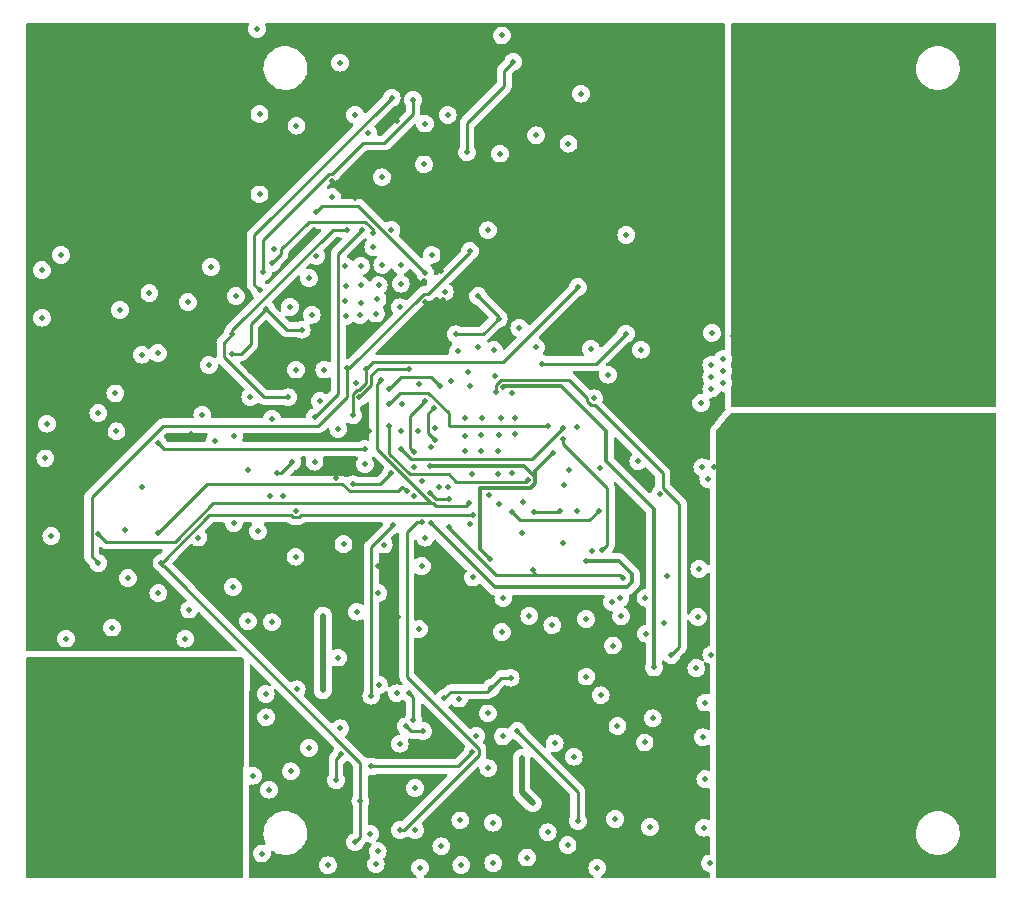
<source format=gbr>
%TF.GenerationSoftware,KiCad,Pcbnew,7.0.10-7.0.10~ubuntu22.04.1*%
%TF.CreationDate,2024-07-09T14:14:32-04:00*%
%TF.ProjectId,IcePSMNR55,49636550-534d-44e5-9235-352e6b696361,rev?*%
%TF.SameCoordinates,Original*%
%TF.FileFunction,Copper,L8,Bot*%
%TF.FilePolarity,Positive*%
%FSLAX46Y46*%
G04 Gerber Fmt 4.6, Leading zero omitted, Abs format (unit mm)*
G04 Created by KiCad (PCBNEW 7.0.10-7.0.10~ubuntu22.04.1) date 2024-07-09 14:14:32*
%MOMM*%
%LPD*%
G01*
G04 APERTURE LIST*
%TA.AperFunction,ComponentPad*%
%ADD10C,1.800000*%
%TD*%
%TA.AperFunction,ViaPad*%
%ADD11C,0.500000*%
%TD*%
%TA.AperFunction,Conductor*%
%ADD12C,0.250000*%
%TD*%
%TA.AperFunction,Conductor*%
%ADD13C,0.350000*%
%TD*%
%TA.AperFunction,Conductor*%
%ADD14C,0.500000*%
%TD*%
G04 APERTURE END LIST*
D10*
%TO.P,M4,1*%
%TO.N,/HighSw*%
X101600000Y-45720000D03*
%TO.P,M4,2*%
X104140000Y-45720000D03*
%TO.P,M4,3*%
X106680000Y-45720000D03*
%TO.P,M4,4*%
X109220000Y-45720000D03*
%TO.P,M4,5*%
X111760000Y-45720000D03*
%TO.P,M4,6*%
X114300000Y-45720000D03*
%TO.P,M4,7*%
X114300000Y-48260000D03*
%TO.P,M4,8*%
X111760000Y-48260000D03*
%TO.P,M4,9*%
X109220000Y-48260000D03*
%TO.P,M4,10*%
X106680000Y-48260000D03*
%TO.P,M4,11*%
X104140000Y-48260000D03*
%TO.P,M4,12*%
X101600000Y-48260000D03*
%TO.P,M4,13*%
X101600000Y-50800000D03*
%TO.P,M4,14*%
X104140000Y-50800000D03*
%TO.P,M4,15*%
X106680000Y-50800000D03*
%TO.P,M4,16*%
X109220000Y-50800000D03*
%TO.P,M4,17*%
X111760000Y-50800000D03*
%TO.P,M4,18*%
X114300000Y-50800000D03*
%TO.P,M4,19*%
X114300000Y-53340000D03*
%TO.P,M4,20*%
X111760000Y-53340000D03*
%TO.P,M4,21*%
X109220000Y-53340000D03*
%TO.P,M4,22*%
X106680000Y-53340000D03*
%TO.P,M4,23*%
X104140000Y-53340000D03*
%TO.P,M4,24*%
X101600000Y-53340000D03*
%TO.P,M4,25*%
X101600000Y-55880000D03*
%TO.P,M4,26*%
X104140000Y-55880000D03*
%TO.P,M4,27*%
X106680000Y-55880000D03*
%TO.P,M4,28*%
X109220000Y-55880000D03*
%TO.P,M4,29*%
X111760000Y-55880000D03*
%TO.P,M4,30*%
X114300000Y-55880000D03*
%TO.P,M4,31*%
X114300000Y-58420000D03*
%TO.P,M4,32*%
X111760000Y-58420000D03*
%TO.P,M4,33*%
X109220000Y-58420000D03*
%TO.P,M4,34*%
X106680000Y-58420000D03*
%TO.P,M4,35*%
X104140000Y-58420000D03*
%TO.P,M4,36*%
X101600000Y-58420000D03*
%TD*%
%TO.P,M3,1*%
%TO.N,GND*%
X101600000Y-82550000D03*
%TO.P,M3,2*%
X104140000Y-82550000D03*
%TO.P,M3,3*%
X106680000Y-82550000D03*
%TO.P,M3,4*%
X109220000Y-82550000D03*
%TO.P,M3,5*%
X111760000Y-82550000D03*
%TO.P,M3,6*%
X114300000Y-82550000D03*
%TO.P,M3,7*%
X114300000Y-85090000D03*
%TO.P,M3,8*%
X111760000Y-85090000D03*
%TO.P,M3,9*%
X109220000Y-85090000D03*
%TO.P,M3,10*%
X106680000Y-85090000D03*
%TO.P,M3,11*%
X104140000Y-85090000D03*
%TO.P,M3,12*%
X101600000Y-85090000D03*
%TO.P,M3,13*%
X101600000Y-87630000D03*
%TO.P,M3,14*%
X104140000Y-87630000D03*
%TO.P,M3,15*%
X106680000Y-87630000D03*
%TO.P,M3,16*%
X109220000Y-87630000D03*
%TO.P,M3,17*%
X111760000Y-87630000D03*
%TO.P,M3,18*%
X114300000Y-87630000D03*
%TO.P,M3,19*%
X114300000Y-90170000D03*
%TO.P,M3,20*%
X111760000Y-90170000D03*
%TO.P,M3,21*%
X109220000Y-90170000D03*
%TO.P,M3,22*%
X106680000Y-90170000D03*
%TO.P,M3,23*%
X104140000Y-90170000D03*
%TO.P,M3,24*%
X101600000Y-90170000D03*
%TO.P,M3,25*%
X101600000Y-92710000D03*
%TO.P,M3,26*%
X104140000Y-92710000D03*
%TO.P,M3,27*%
X106680000Y-92710000D03*
%TO.P,M3,28*%
X109220000Y-92710000D03*
%TO.P,M3,29*%
X111760000Y-92710000D03*
%TO.P,M3,30*%
X114300000Y-92710000D03*
%TO.P,M3,31*%
X114300000Y-95250000D03*
%TO.P,M3,32*%
X111760000Y-95250000D03*
%TO.P,M3,33*%
X109220000Y-95250000D03*
%TO.P,M3,34*%
X106680000Y-95250000D03*
%TO.P,M3,35*%
X104140000Y-95250000D03*
%TO.P,M3,36*%
X101600000Y-95250000D03*
%TD*%
%TO.P,M1,1*%
%TO.N,/VIN*%
X39370000Y-38100000D03*
%TO.P,M1,2*%
X41910000Y-38100000D03*
%TO.P,M1,3*%
X44450000Y-38100000D03*
%TO.P,M1,4*%
X46990000Y-38100000D03*
%TO.P,M1,5*%
X49530000Y-38100000D03*
%TO.P,M1,6*%
X52070000Y-38100000D03*
%TO.P,M1,7*%
X52070000Y-40640000D03*
%TO.P,M1,8*%
X49530000Y-40640000D03*
%TO.P,M1,9*%
X46990000Y-40640000D03*
%TO.P,M1,10*%
X44450000Y-40640000D03*
%TO.P,M1,11*%
X41910000Y-40640000D03*
%TO.P,M1,12*%
X39370000Y-40640000D03*
%TO.P,M1,13*%
X39370000Y-43180000D03*
%TO.P,M1,14*%
X41910000Y-43180000D03*
%TO.P,M1,15*%
X44450000Y-43180000D03*
%TO.P,M1,16*%
X46990000Y-43180000D03*
%TO.P,M1,17*%
X49530000Y-43180000D03*
%TO.P,M1,18*%
X52070000Y-43180000D03*
%TO.P,M1,19*%
X52070000Y-45720000D03*
%TO.P,M1,20*%
X49530000Y-45720000D03*
%TO.P,M1,21*%
X46990000Y-45720000D03*
%TO.P,M1,22*%
X44450000Y-45720000D03*
%TO.P,M1,23*%
X41910000Y-45720000D03*
%TO.P,M1,24*%
X39370000Y-45720000D03*
%TO.P,M1,25*%
X39370000Y-48260000D03*
%TO.P,M1,26*%
X41910000Y-48260000D03*
%TO.P,M1,27*%
X44450000Y-48260000D03*
%TO.P,M1,28*%
X46990000Y-48260000D03*
%TO.P,M1,29*%
X49530000Y-48260000D03*
%TO.P,M1,30*%
X52070000Y-48260000D03*
%TO.P,M1,31*%
X52070000Y-50800000D03*
%TO.P,M1,32*%
X49530000Y-50800000D03*
%TO.P,M1,33*%
X46990000Y-50800000D03*
%TO.P,M1,34*%
X44450000Y-50800000D03*
%TO.P,M1,35*%
X41910000Y-50800000D03*
%TO.P,M1,36*%
X39370000Y-50800000D03*
%TD*%
%TO.P,M2,1*%
%TO.N,GND*%
X39390000Y-90170000D03*
%TO.P,M2,2*%
X41930000Y-90170000D03*
%TO.P,M2,3*%
X44470000Y-90170000D03*
%TO.P,M2,4*%
X47010000Y-90170000D03*
%TO.P,M2,5*%
X49550000Y-90170000D03*
%TO.P,M2,6*%
X52090000Y-90170000D03*
%TO.P,M2,7*%
X52090000Y-92710000D03*
%TO.P,M2,8*%
X49550000Y-92710000D03*
%TO.P,M2,9*%
X47010000Y-92710000D03*
%TO.P,M2,10*%
X44470000Y-92710000D03*
%TO.P,M2,11*%
X41930000Y-92710000D03*
%TO.P,M2,12*%
X39390000Y-92710000D03*
%TO.P,M2,13*%
X39390000Y-95250000D03*
%TO.P,M2,14*%
X41930000Y-95250000D03*
%TO.P,M2,15*%
X44470000Y-95250000D03*
%TO.P,M2,16*%
X47010000Y-95250000D03*
%TO.P,M2,17*%
X49550000Y-95250000D03*
%TO.P,M2,18*%
X52090000Y-95250000D03*
%TO.P,M2,19*%
X52090000Y-97790000D03*
%TO.P,M2,20*%
X49550000Y-97790000D03*
%TO.P,M2,21*%
X47010000Y-97790000D03*
%TO.P,M2,22*%
X44470000Y-97790000D03*
%TO.P,M2,23*%
X41930000Y-97790000D03*
%TO.P,M2,24*%
X39390000Y-97790000D03*
%TO.P,M2,25*%
X39390000Y-100330000D03*
%TO.P,M2,26*%
X41930000Y-100330000D03*
%TO.P,M2,27*%
X44470000Y-100330000D03*
%TO.P,M2,28*%
X47010000Y-100330000D03*
%TO.P,M2,29*%
X49550000Y-100330000D03*
%TO.P,M2,30*%
X52090000Y-100330000D03*
%TO.P,M2,31*%
X52090000Y-102870000D03*
%TO.P,M2,32*%
X49550000Y-102870000D03*
%TO.P,M2,33*%
X47010000Y-102870000D03*
%TO.P,M2,34*%
X44470000Y-102870000D03*
%TO.P,M2,35*%
X41930000Y-102870000D03*
%TO.P,M2,36*%
X39390000Y-102870000D03*
%TD*%
D11*
%TO.N,GND*%
X44450000Y-81280000D03*
X37973000Y-77724000D03*
X78994000Y-61722000D03*
X69596000Y-42799000D03*
X109347000Y-78613000D03*
X93345000Y-98298000D03*
X93345000Y-91821000D03*
X93853000Y-87757000D03*
X98171000Y-101981000D03*
X103632000Y-104521000D03*
X97409000Y-97790000D03*
X97028000Y-88773000D03*
X98298000Y-86614000D03*
X92583000Y-88900000D03*
X82200000Y-96400000D03*
X84479737Y-91209916D03*
X88200000Y-95200000D03*
X85704158Y-101681458D03*
X84200000Y-105800000D03*
X80000000Y-102800000D03*
X75400000Y-105400000D03*
X71000000Y-104000000D03*
X72600000Y-101800000D03*
X69201885Y-105793320D03*
X65600000Y-104400000D03*
X61400000Y-105600000D03*
X55800000Y-104600000D03*
X56400000Y-99200000D03*
%TO.N,/VIN*%
X60200000Y-51800000D03*
X72400000Y-51400000D03*
X82000000Y-37400000D03*
X82000000Y-42800000D03*
X76600000Y-41200000D03*
X70485000Y-40259000D03*
X67400000Y-45000000D03*
X67200000Y-42600000D03*
X61400000Y-42400000D03*
X64008000Y-46609000D03*
X57200000Y-47000000D03*
X55800000Y-45800000D03*
X57200000Y-44600000D03*
X55800000Y-43800000D03*
X56600000Y-40600000D03*
X57000000Y-35400000D03*
%TO.N,GND*%
X41600000Y-105600000D03*
%TO.N,/VIN*%
X44830000Y-35390000D03*
X50820000Y-34980000D03*
X39950000Y-34980000D03*
X36770000Y-37560000D03*
X36530000Y-45510000D03*
X36930000Y-53680000D03*
X42190000Y-54210000D03*
X46190000Y-54390000D03*
X48640000Y-54050000D03*
X44530000Y-60630000D03*
X54760000Y-63710000D03*
X63670000Y-49060000D03*
X69350000Y-52570000D03*
X70993000Y-55245000D03*
X71130000Y-57750000D03*
X69610000Y-57930000D03*
X52090000Y-57130000D03*
X69494446Y-56149807D03*
X61710000Y-47660000D03*
X57290000Y-48680000D03*
X55110000Y-51170000D03*
%TO.N,GND*%
X87670000Y-71400000D03*
%TO.N,/HighSw*%
X116850000Y-57200000D03*
X117200000Y-49320000D03*
X116820000Y-41280000D03*
X116890000Y-35410000D03*
X109500000Y-41810000D03*
X106470000Y-36430000D03*
X107720000Y-39390000D03*
X105180000Y-41430000D03*
X104610000Y-38710000D03*
X103060000Y-36240000D03*
%TO.N,/VIN*%
X88180000Y-72560000D03*
%TO.N,GND*%
X98840000Y-67660000D03*
X102470000Y-67900000D03*
X117020000Y-68350000D03*
X112470000Y-67980000D03*
X108550000Y-67980000D03*
X112340000Y-73660000D03*
X103390000Y-73610000D03*
X116810000Y-75110000D03*
X115970000Y-78640000D03*
X111600000Y-79510000D03*
X105840000Y-79320000D03*
X102440000Y-78980000D03*
X98520000Y-79810000D03*
X97570000Y-84100000D03*
X92710000Y-84582000D03*
X92837000Y-80500000D03*
X97150000Y-78550000D03*
X107040000Y-77600000D03*
X107600000Y-76000000D03*
X92990000Y-66470000D03*
%TO.N,/HighSw*%
X95940000Y-66130000D03*
%TO.N,GND*%
X87890000Y-61940000D03*
X93910000Y-60520000D03*
%TO.N,/HighSw*%
X95730000Y-60810000D03*
%TO.N,GND*%
X77597000Y-60071000D03*
X83650000Y-61860000D03*
X86650000Y-52230000D03*
X65960000Y-47340000D03*
X74940000Y-51840000D03*
X82810000Y-40260000D03*
X76120000Y-35340000D03*
X55400000Y-34800000D03*
X62410000Y-37650000D03*
X64800000Y-43600000D03*
X63700000Y-42070000D03*
X55600000Y-42000000D03*
X58730000Y-42970000D03*
X55600000Y-48790000D03*
X51490000Y-54940000D03*
X37200000Y-59230000D03*
X37170000Y-55210000D03*
X38780000Y-53920000D03*
%TO.N,/IOB_0A*%
X46280000Y-57150000D03*
%TO.N,GND*%
X43780000Y-58580000D03*
%TO.N,/IOB_4A*%
X45620000Y-62360000D03*
%TO.N,GND*%
X43490000Y-68860000D03*
X43390000Y-65650000D03*
X37600000Y-68210000D03*
X37460000Y-71150000D03*
X45670000Y-73580000D03*
X44196000Y-77216000D03*
X53410000Y-76650000D03*
X66120000Y-78440000D03*
X63830000Y-84130000D03*
X62230000Y-88011000D03*
X56650000Y-85020000D03*
X43100000Y-85470000D03*
X49310000Y-86420000D03*
X39200000Y-86400000D03*
X36730000Y-88920000D03*
X36600000Y-94500000D03*
X36440000Y-100310000D03*
X47810000Y-105580000D03*
X52280000Y-105630000D03*
X58250000Y-97650000D03*
X55040000Y-98020000D03*
X64960000Y-102920000D03*
X65440000Y-105500000D03*
X72680000Y-105580000D03*
X75360000Y-102000000D03*
X88650000Y-102360000D03*
X78250000Y-104940000D03*
X81680000Y-103890000D03*
X85910000Y-93810000D03*
X88890000Y-93150000D03*
X93120000Y-94760000D03*
X98180000Y-93580000D03*
X116990000Y-98840000D03*
X106250000Y-102890000D03*
X109910000Y-98600000D03*
X93250000Y-102420000D03*
X93730000Y-105440000D03*
X105310000Y-103920000D03*
X101540000Y-102970000D03*
X96960000Y-105470000D03*
X95360000Y-103390000D03*
X102934000Y-77220000D03*
X104458000Y-76204000D03*
X100394000Y-76204000D03*
X102426000Y-76204000D03*
X101918000Y-77220000D03*
X99886000Y-77220000D03*
X101410000Y-76204000D03*
X104966000Y-77220000D03*
X100902000Y-77220000D03*
X103950000Y-77220000D03*
X103442000Y-76204000D03*
X99378000Y-76204000D03*
X98870000Y-77220000D03*
%TO.N,/VIN*%
X88944000Y-61010000D03*
X88436000Y-59994000D03*
X89452000Y-59994000D03*
X90468000Y-59994000D03*
X91484000Y-59994000D03*
X89960000Y-61010000D03*
X90976000Y-61010000D03*
X85700000Y-41050000D03*
X86716000Y-40542000D03*
X86716000Y-41558000D03*
X86716000Y-42574000D03*
X86716000Y-43590000D03*
X85700000Y-42066000D03*
X85700000Y-43082000D03*
X82138000Y-50820000D03*
X81630000Y-49804000D03*
X82646000Y-49804000D03*
X83154000Y-50820000D03*
X84170000Y-50820000D03*
X81122000Y-50820000D03*
X83662000Y-49804000D03*
%TO.N,GND*%
X106936000Y-100476000D03*
X105920000Y-100476000D03*
X104904000Y-100476000D03*
X103380000Y-99460000D03*
X103888000Y-100476000D03*
X106428000Y-99460000D03*
X104396000Y-99460000D03*
X107444000Y-99460000D03*
X102364000Y-99460000D03*
X105412000Y-99460000D03*
X108460000Y-99460000D03*
X107952000Y-100476000D03*
X102872000Y-100476000D03*
X99356000Y-100476000D03*
X98340000Y-100476000D03*
X97324000Y-100476000D03*
X95800000Y-99460000D03*
X96308000Y-100476000D03*
X98848000Y-99460000D03*
X96816000Y-99460000D03*
X99864000Y-99460000D03*
X94784000Y-99460000D03*
X97832000Y-99460000D03*
X100880000Y-99460000D03*
X100372000Y-100476000D03*
X95292000Y-100476000D03*
X93860000Y-63218000D03*
X93860000Y-65250000D03*
X94876000Y-63726000D03*
X93860000Y-64234000D03*
X94876000Y-64742000D03*
X94876000Y-62710000D03*
X93598000Y-72910000D03*
X95630000Y-72910000D03*
X94106000Y-71894000D03*
X94614000Y-72910000D03*
X95122000Y-71894000D03*
X93090000Y-71894000D03*
X95956000Y-90246000D03*
X95956000Y-93294000D03*
X94940000Y-91770000D03*
X95956000Y-94310000D03*
X94940000Y-92786000D03*
X95956000Y-91262000D03*
X95956000Y-96342000D03*
X95956000Y-92278000D03*
X94940000Y-95834000D03*
X94940000Y-90754000D03*
X94940000Y-93802000D03*
X95956000Y-95326000D03*
X94940000Y-94818000D03*
X95956000Y-80886000D03*
X95956000Y-83934000D03*
X94940000Y-82410000D03*
X95956000Y-84950000D03*
X94940000Y-83426000D03*
X95956000Y-81902000D03*
X95956000Y-86982000D03*
X95956000Y-82918000D03*
X94940000Y-86474000D03*
X94940000Y-81394000D03*
X94940000Y-84442000D03*
X95956000Y-85966000D03*
X94940000Y-85458000D03*
X115334000Y-77216000D03*
X112286000Y-77216000D03*
X113810000Y-76200000D03*
X111270000Y-77216000D03*
X112794000Y-76200000D03*
X114318000Y-77216000D03*
X109238000Y-77216000D03*
X113302000Y-77216000D03*
X109746000Y-76200000D03*
X114826000Y-76200000D03*
X111778000Y-76200000D03*
X110254000Y-77216000D03*
X110762000Y-76200000D03*
%TO.N,Net-(U9-EN{slash}UVLO)*%
X71260000Y-91450000D03*
%TO.N,/FPGA_SI*%
X47300000Y-79980000D03*
%TO.N,+3V3*%
X85460000Y-83320000D03*
X69000000Y-68850000D03*
%TO.N,GND*%
X73590000Y-72460000D03*
X76940000Y-72390000D03*
X75820000Y-72450000D03*
X75760000Y-70520000D03*
X74380000Y-70530000D03*
X73040000Y-70520000D03*
X72970000Y-69220000D03*
X74380000Y-69160000D03*
X75870000Y-69150000D03*
X77240000Y-69120000D03*
X77230000Y-67760000D03*
X76030000Y-67760000D03*
X74450000Y-67760000D03*
X73030000Y-67760000D03*
X84410000Y-71930000D03*
X79020000Y-43800000D03*
X81760000Y-44510000D03*
X90068900Y-81117500D03*
X88280000Y-82950000D03*
X88320000Y-85980000D03*
X89820000Y-85070000D03*
X85520000Y-86990000D03*
X86220000Y-84520000D03*
X86130000Y-82980000D03*
X83710000Y-78990000D03*
X83250000Y-84750000D03*
%TO.N,/VIN*%
X82550000Y-87500000D03*
%TO.N,GND*%
X83280000Y-89620000D03*
%TO.N,/VIN*%
X82720000Y-83220000D03*
%TO.N,GND*%
X81360000Y-73440000D03*
X82490000Y-75620000D03*
X81310000Y-78290000D03*
X80390000Y-85270000D03*
X78440000Y-84480000D03*
X76120000Y-85860000D03*
X80600000Y-95270000D03*
X77830000Y-77440000D03*
X61722000Y-49022000D03*
X56840000Y-53400000D03*
X69530000Y-46260000D03*
X81780000Y-72150000D03*
X58170000Y-58330000D03*
X73280000Y-63810000D03*
X74940000Y-92740000D03*
X67480000Y-58360000D03*
X65590000Y-57680000D03*
X65460000Y-58880000D03*
X64090000Y-59030000D03*
X64210000Y-57950000D03*
X62940000Y-59090000D03*
X62870000Y-57860000D03*
X62960000Y-56580000D03*
X64180000Y-56490000D03*
X65700000Y-56480000D03*
X67560000Y-56350000D03*
X67560000Y-54790000D03*
X66000000Y-54760000D03*
X64180000Y-54850000D03*
X62860000Y-54900000D03*
X65230000Y-53250000D03*
X110236000Y-71374000D03*
X101092000Y-69342000D03*
X67665600Y-66522600D03*
X60018332Y-58988445D03*
X101600000Y-72390000D03*
X111760000Y-72390000D03*
X100076000Y-69342000D03*
X103632000Y-70358000D03*
X75438000Y-61976000D03*
X102616000Y-70358000D03*
X56515000Y-74295000D03*
X98552000Y-70358000D03*
X71272400Y-57048400D03*
X83921600Y-66065400D03*
X68707000Y-71856600D03*
X60706000Y-66294000D03*
X62712600Y-78409800D03*
X114808000Y-72390000D03*
X114300000Y-71374000D03*
X99568000Y-70358000D03*
X99060000Y-69342000D03*
X76200000Y-94691200D03*
X109220000Y-71374000D03*
X109220000Y-69342000D03*
X75946000Y-45339000D03*
X100584000Y-72390000D03*
X111252000Y-71374000D03*
X101092000Y-71374000D03*
X104140000Y-69342000D03*
X104140000Y-71374000D03*
X110744000Y-72390000D03*
X62433200Y-94005400D03*
X114808000Y-70358000D03*
X108712000Y-72390000D03*
X103632000Y-72390000D03*
X109728000Y-70358000D03*
X69088000Y-85598000D03*
X59791600Y-55880000D03*
X56159400Y-93065600D03*
X53340000Y-82042000D03*
X99060000Y-71374000D03*
X112268000Y-69342000D03*
X113284000Y-69342000D03*
X74980800Y-97383600D03*
X111760000Y-70358000D03*
X113792000Y-72390000D03*
X102616000Y-72390000D03*
X73660000Y-81229200D03*
X98552000Y-72390000D03*
X113284000Y-71374000D03*
X72490000Y-91480000D03*
X69138800Y-64820800D03*
X64516000Y-71628000D03*
X82473800Y-68503800D03*
X112776000Y-72390000D03*
X65659000Y-82550000D03*
X73928348Y-94643407D03*
X112776000Y-70358000D03*
X112268000Y-71374000D03*
X101600000Y-70358000D03*
X104648000Y-70358000D03*
X110236000Y-69342000D03*
X99568000Y-72390000D03*
X67995800Y-93827600D03*
X58674000Y-63627000D03*
X100076000Y-71374000D03*
X69342000Y-80264000D03*
X100584000Y-70358000D03*
X108712000Y-70358000D03*
X58648600Y-79476600D03*
X110744000Y-70358000D03*
X102108000Y-71374000D03*
X51793054Y-69659660D03*
X109728000Y-72390000D03*
X111252000Y-69342000D03*
X61087000Y-63627000D03*
X102108000Y-69342000D03*
X103124000Y-69342000D03*
X104648000Y-72390000D03*
X59791600Y-95656400D03*
X103124000Y-71374000D03*
X54813200Y-65938400D03*
X113792000Y-70358000D03*
X58674000Y-75565000D03*
X60256161Y-71423956D03*
X69455000Y-94240000D03*
X114300000Y-69342000D03*
%TO.N,+3V3*%
X76962000Y-75666000D03*
X62267974Y-68647000D03*
X60421470Y-50271730D03*
X75845000Y-59309000D03*
X58369200Y-71424800D03*
X74105000Y-57404000D03*
X67564000Y-68847000D03*
X72218513Y-60636487D03*
X66747913Y-72387087D03*
X84330000Y-75565000D03*
X63497060Y-73344633D03*
X56155000Y-58480000D03*
X79502000Y-63119000D03*
X57048400Y-72390000D03*
X86614000Y-60579000D03*
X69630600Y-55460000D03*
X59165000Y-60258000D03*
X53310000Y-62290000D03*
%TO.N,/+22V*%
X77790000Y-96520000D03*
X65074800Y-97231200D03*
X73609200Y-96012000D03*
X78740000Y-100330000D03*
%TO.N,+5V*%
X57605000Y-74355000D03*
X60960000Y-90780000D03*
X66774620Y-51771141D03*
X60985200Y-84454800D03*
%TO.N,+1V2*%
X70443511Y-68604923D03*
X75148133Y-79670000D03*
X69993000Y-71754601D03*
X80441800Y-70688200D03*
%TO.N,+2V5*%
X78867000Y-75666000D03*
X81030000Y-75565000D03*
%TO.N,/VIN*%
X91440000Y-43942000D03*
X89408000Y-39878000D03*
X91440000Y-44958000D03*
X91440000Y-54356000D03*
X90424000Y-53848000D03*
X91440000Y-42926000D03*
X91440000Y-40894000D03*
X62103000Y-72771000D03*
X90424000Y-55880000D03*
X91440000Y-38862000D03*
X89408000Y-41910000D03*
X90424000Y-41402000D03*
X92456000Y-41402000D03*
X91440000Y-56388000D03*
X89408000Y-55372000D03*
X92456000Y-53848000D03*
X92456000Y-42418000D03*
X92456000Y-40386000D03*
X89408000Y-44958000D03*
X89408000Y-53340000D03*
X90424000Y-56896000D03*
X91440000Y-51308000D03*
X92456000Y-54864000D03*
X89408000Y-40894000D03*
X92456000Y-39370000D03*
X89408000Y-54356000D03*
X51562000Y-78994000D03*
X90424000Y-54864000D03*
X49784000Y-69088000D03*
X92456000Y-55880000D03*
X90424000Y-40386000D03*
X90424000Y-44450000D03*
X92456000Y-52832000D03*
X65659000Y-80264000D03*
X67310000Y-84582000D03*
X89408000Y-38862000D03*
X90424000Y-42418000D03*
X89408000Y-52324000D03*
X89408000Y-56388000D03*
X92456000Y-56896000D03*
X90424000Y-39370000D03*
X92456000Y-44450000D03*
X64897000Y-68834000D03*
X90424000Y-43434000D03*
X77978000Y-90525600D03*
X90424000Y-52832000D03*
X91440000Y-41910000D03*
X82753200Y-93675200D03*
X89408000Y-51308000D03*
X72567800Y-56286400D03*
X92456000Y-43434000D03*
X89408000Y-57404000D03*
X89408000Y-43942000D03*
X60198000Y-61214000D03*
X89408000Y-42926000D03*
X91440000Y-57404000D03*
X91440000Y-39878000D03*
X91440000Y-53340000D03*
X91440000Y-55372000D03*
X91440000Y-52324000D03*
X63260000Y-90932000D03*
X57023000Y-77927200D03*
X90424000Y-51816000D03*
X92456000Y-51816000D03*
%TO.N,Net-(U8-GND{slash}ADJ)*%
X56120000Y-91100000D03*
X58743587Y-90696413D03*
%TO.N,Net-(C43-Pad1)*%
X77419200Y-94234000D03*
X82550000Y-101854000D03*
%TO.N,/LED_R*%
X90474800Y-87782400D03*
X75620000Y-65532000D03*
%TO.N,/LED_G*%
X76962000Y-65624800D03*
X84582000Y-78943200D03*
X81330800Y-69494400D03*
%TO.N,/LED_B*%
X89001600Y-88849200D03*
X76250800Y-65074800D03*
%TO.N,/CDONE*%
X70154800Y-76657200D03*
X83210400Y-79857600D03*
X70131751Y-70208481D03*
%TO.N,Net-(IC1-CA)*%
X73176400Y-45237400D03*
X77070000Y-37567200D03*
%TO.N,/USB_M*%
X55880000Y-55372000D03*
X54610000Y-84937600D03*
X68760000Y-102610000D03*
X68595000Y-40800000D03*
%TO.N,/USB_P*%
X67462026Y-95300800D03*
X68760000Y-99060000D03*
X67208400Y-91033600D03*
X55626000Y-56896000D03*
X53441600Y-69291200D03*
X55473600Y-77317600D03*
X66800000Y-40600000D03*
%TO.N,/IOT_36B*%
X50749200Y-67462400D03*
X66580000Y-68427600D03*
X78319999Y-73004078D03*
%TO.N,/VGS:LOAD-IOB_13B*%
X74117200Y-61722000D03*
X70459600Y-69590000D03*
X70358000Y-66852800D03*
X71526400Y-42062400D03*
X70166127Y-53896000D03*
%TO.N,/VGS:Fly-IOB_18A*%
X71628000Y-76962000D03*
X78740000Y-80619600D03*
X86360000Y-81280000D03*
X68716983Y-74355000D03*
X69342000Y-73085000D03*
%TO.N,/IOT_43A*%
X66548000Y-66548000D03*
X80006265Y-68385000D03*
X41950000Y-67310000D03*
%TO.N,/IOT_42B*%
X81280000Y-68580000D03*
X46990000Y-69850000D03*
X64516000Y-70358000D03*
X67568653Y-70362653D03*
%TO.N,/FPGA_SO*%
X71628000Y-74549000D03*
X68067347Y-73918653D03*
X66894389Y-76818811D03*
X62077600Y-98399600D03*
X62484000Y-96215200D03*
X65074800Y-91236800D03*
X46990000Y-77470000D03*
X70027987Y-74040813D03*
%TO.N,/FT_SSn*%
X65909774Y-64508148D03*
X73369000Y-74930000D03*
X41960800Y-77520800D03*
X85090000Y-64058800D03*
%TO.N,/FPGA_SI*%
X73660000Y-75946000D03*
X63690000Y-103639000D03*
X64135000Y-100140000D03*
%TO.N,/FLASH_MOSI*%
X62992000Y-63500000D03*
X41950000Y-80010000D03*
X65735200Y-90322400D03*
X73406000Y-53594000D03*
%TO.N,/FT_SCK*%
X68229418Y-63567000D03*
X47040800Y-82550000D03*
X64052676Y-65973000D03*
X69650079Y-77853000D03*
%TO.N,/FLASH_MISO*%
X49657000Y-83947000D03*
X50419000Y-77851000D03*
X63500000Y-67497000D03*
X82550000Y-56642000D03*
X64592200Y-63576200D03*
X54610000Y-72136000D03*
X56642000Y-67810000D03*
%TO.N,/HighSw*%
X100584000Y-66548000D03*
X115824000Y-61976000D03*
X114808000Y-65532000D03*
X113538000Y-63246000D03*
X101346000Y-63246000D03*
X100584000Y-65532000D03*
X102870000Y-41148000D03*
X106680000Y-61976000D03*
X108204000Y-61976000D03*
X97282000Y-44958000D03*
X110490000Y-63246000D03*
X101346000Y-40132000D03*
X108966000Y-63246000D03*
X98806000Y-55880000D03*
X104648000Y-66548000D03*
X102616000Y-66548000D03*
X98806000Y-60452000D03*
X101346000Y-37084000D03*
X100584000Y-61976000D03*
X101346000Y-38608000D03*
X98806000Y-49784000D03*
X112776000Y-61976000D03*
X96266000Y-44958000D03*
X102870000Y-42672000D03*
X103632000Y-61976000D03*
X104648000Y-65532000D03*
X97536000Y-61976000D03*
X97282000Y-53340000D03*
X98806000Y-40640000D03*
X96266000Y-55372000D03*
X98806000Y-45212000D03*
X97282000Y-57404000D03*
X100076000Y-42672000D03*
X98806000Y-54356000D03*
X99060000Y-61976000D03*
X114300000Y-61976000D03*
X114808000Y-66548000D03*
X98806000Y-38862000D03*
X102108000Y-61976000D03*
X98806000Y-58928000D03*
X98806000Y-48260000D03*
X100076000Y-39624000D03*
X98806000Y-46736000D03*
X96266000Y-57404000D03*
X100076000Y-38100000D03*
X101346000Y-41656000D03*
X104394000Y-63246000D03*
X96774000Y-63246000D03*
X112776000Y-66548000D03*
X111252000Y-61976000D03*
X96266000Y-53340000D03*
X102616000Y-65532000D03*
X110744000Y-65532000D03*
X98806000Y-57404000D03*
X99822000Y-63246000D03*
X97282000Y-42926000D03*
X102870000Y-63246000D03*
X105918000Y-63246000D03*
X110744000Y-66548000D03*
X102870000Y-38100000D03*
X96266000Y-40894000D03*
X98806000Y-52832000D03*
X109728000Y-61976000D03*
X97282000Y-55372000D03*
X102870000Y-39624000D03*
X115062000Y-63246000D03*
X98806000Y-43688000D03*
X112776000Y-65532000D03*
X97282000Y-40894000D03*
X107442000Y-63246000D03*
X100076000Y-41148000D03*
X98806000Y-51308000D03*
X116586000Y-63246000D03*
X112014000Y-63246000D03*
X98806000Y-42164000D03*
X96266000Y-42926000D03*
X105156000Y-61976000D03*
X98298000Y-63246000D03*
%TO.N,/CRESET_N*%
X69600000Y-66294001D03*
X68681600Y-70604601D03*
%TO.N,/EE_CS*%
X53310000Y-60640000D03*
X62992000Y-51816000D03*
X58013600Y-65973000D03*
%TO.N,/EE_CLK*%
X64262000Y-51816000D03*
X60267500Y-67660000D03*
%TO.N,/EE_DAT*%
X65235000Y-52070000D03*
X56642000Y-54610000D03*
X53594000Y-57404000D03*
%TO.N,Net-(U9-EN{slash}UVLO)*%
X76860400Y-89712800D03*
X75201866Y-90575000D03*
%TO.N,/IOB_22A*%
X89509648Y-74193352D03*
X70782797Y-73573857D03*
X77927200Y-74879200D03*
X73406000Y-76708000D03*
%TO.N,/IOB_23B*%
X68630800Y-93268800D03*
X75895200Y-74980800D03*
X76250800Y-82956400D03*
X68275200Y-91033600D03*
%TO.N,/IOB_24A*%
X69342000Y-76521000D03*
X71577200Y-73592627D03*
X67462400Y-102616000D03*
%TO.N,/CRYSTAL-IOB_25B_G3*%
X75031600Y-74254078D03*
X75559627Y-64139627D03*
%TO.N,/IOB_0A*%
X73406000Y-65024000D03*
X49530000Y-57912000D03*
%TO.N,/IOB_2A*%
X51308000Y-63246000D03*
X71839405Y-64620975D03*
%TO.N,/IOB_4A*%
X63777929Y-64746071D03*
X66548000Y-65278000D03*
X46990000Y-62230000D03*
X70866000Y-65024000D03*
%TO.N,/CLK_12M_FT*%
X72390000Y-62090000D03*
X60411834Y-54011034D03*
%TD*%
D12*
%TO.N,/FPGA_SO*%
X70536174Y-74549000D02*
X70027987Y-74040813D01*
X71628000Y-74549000D02*
X70536174Y-74549000D01*
%TO.N,/FT_SSn*%
X73369000Y-74930000D02*
X73115000Y-75184000D01*
X73115000Y-75184000D02*
X70510400Y-75184000D01*
X70510400Y-75184000D02*
X70256400Y-74930000D01*
%TO.N,/FPGA_SI*%
X73660000Y-75946000D02*
X59106173Y-75946000D01*
X59106173Y-75946000D02*
X58912173Y-76140000D01*
X58435827Y-76140000D02*
X58241827Y-75946000D01*
X58912173Y-76140000D02*
X58435827Y-76140000D01*
X58241827Y-75946000D02*
X51344000Y-75946000D01*
X51344000Y-75946000D02*
X47310000Y-79980000D01*
X47310000Y-79980000D02*
X47300000Y-79980000D01*
%TO.N,+3V3*%
X69630600Y-55460000D02*
X69630600Y-55440295D01*
X69630600Y-55440295D02*
X63974305Y-49784000D01*
X63974305Y-49784000D02*
X60909200Y-49784000D01*
X60909200Y-49784000D02*
X60421470Y-50271730D01*
%TO.N,/USB_M*%
X68595000Y-40800000D02*
X68595000Y-42022000D01*
X68595000Y-42022000D02*
X66167000Y-44450000D01*
X66167000Y-44450000D02*
X64389000Y-44450000D01*
X64389000Y-44450000D02*
X61754000Y-47085000D01*
X55880000Y-52676827D02*
X55880000Y-55372000D01*
X61754000Y-47085000D02*
X61471827Y-47085000D01*
X61471827Y-47085000D02*
X55880000Y-52676827D01*
%TO.N,Net-(IC1-CA)*%
X77070000Y-37567200D02*
X76327000Y-38310200D01*
X76327000Y-38310200D02*
X76327000Y-39624000D01*
X76327000Y-39624000D02*
X73176400Y-42774600D01*
X73176400Y-42774600D02*
X73176400Y-45237400D01*
%TO.N,/EE_DAT*%
X56642000Y-54610000D02*
X57415000Y-53837000D01*
X57415000Y-53837000D02*
X57415000Y-53456000D01*
X57415000Y-53456000D02*
X59776000Y-51095000D01*
X59776000Y-51095000D02*
X64566305Y-51095000D01*
X64566305Y-51095000D02*
X65235000Y-51763695D01*
X65235000Y-51763695D02*
X65235000Y-52070000D01*
%TO.N,/USB_P*%
X55155000Y-56425000D02*
X55626000Y-56896000D01*
X66800000Y-40600000D02*
X55155000Y-52245000D01*
X55155000Y-52245000D02*
X55155000Y-56425000D01*
%TO.N,/FLASH_MOSI*%
X62992000Y-63500000D02*
X63210000Y-63500000D01*
X63210000Y-63500000D02*
X69495000Y-57215000D01*
X69495000Y-57215000D02*
X69868173Y-57215000D01*
X69868173Y-57215000D02*
X73406000Y-53677173D01*
X73406000Y-53677173D02*
X73406000Y-53594000D01*
%TO.N,/LED_R*%
X90474800Y-87782400D02*
X91150000Y-87107200D01*
X76012627Y-64499800D02*
X75620000Y-64892427D01*
X91150000Y-87107200D02*
X91150000Y-75020531D01*
X83346600Y-66016600D02*
X81829800Y-64499800D01*
X91150000Y-75020531D02*
X89747821Y-73618352D01*
X89747821Y-73618352D02*
X89747821Y-72417821D01*
X89747821Y-72417821D02*
X83970400Y-66640400D01*
X83970400Y-66640400D02*
X83683427Y-66640400D01*
X83683427Y-66640400D02*
X83346600Y-66303573D01*
X83346600Y-66303573D02*
X83346600Y-66016600D01*
X81829800Y-64499800D02*
X76012627Y-64499800D01*
X75620000Y-64892427D02*
X75620000Y-65532000D01*
%TO.N,Net-(U9-EN{slash}UVLO)*%
X71260000Y-91450000D02*
X71805000Y-90905000D01*
X71805000Y-90905000D02*
X74871866Y-90905000D01*
X74871866Y-90905000D02*
X75201866Y-90575000D01*
%TO.N,/FPGA_SI*%
X47300000Y-79980000D02*
X47300000Y-80080000D01*
X47300000Y-80080000D02*
X47460000Y-80240000D01*
X47460000Y-80240000D02*
X47474000Y-80240000D01*
X47474000Y-80240000D02*
X64135000Y-96901000D01*
X64135000Y-96901000D02*
X64135000Y-100140000D01*
%TO.N,/CRESET_N*%
X68681600Y-70604601D02*
X68330000Y-70253001D01*
X68330000Y-70253001D02*
X68330000Y-67564001D01*
X68330000Y-67564001D02*
X69600000Y-66294001D01*
%TO.N,/IOT_36B*%
X78319999Y-73004078D02*
X78194999Y-73129078D01*
X78194999Y-73129078D02*
X72229078Y-73129078D01*
X72229078Y-73129078D02*
X71610000Y-72510000D01*
X71610000Y-72510000D02*
X68320396Y-72510000D01*
X68320396Y-72510000D02*
X66580000Y-70769604D01*
X66580000Y-70769604D02*
X66580000Y-68427600D01*
D13*
%TO.N,/LED_B*%
X76250800Y-65074800D02*
X76325800Y-64999800D01*
X84940000Y-71356116D02*
X89001600Y-75417716D01*
X76325800Y-64999800D02*
X81103400Y-64999800D01*
X81103400Y-64999800D02*
X84940000Y-68836400D01*
X84940000Y-68836400D02*
X84940000Y-71356116D01*
X89001600Y-75417716D02*
X89001600Y-88849200D01*
D12*
%TO.N,/LED_G*%
X84582000Y-78943200D02*
X85055000Y-78470200D01*
X85055000Y-78470200D02*
X85055000Y-73615000D01*
X85055000Y-73615000D02*
X81330800Y-69890800D01*
X81330800Y-69890800D02*
X81330800Y-69494400D01*
D13*
%TO.N,/CDONE*%
X70154800Y-76657200D02*
X75552600Y-82055000D01*
X86681016Y-82055000D02*
X87135000Y-81601016D01*
X75552600Y-82055000D02*
X86681016Y-82055000D01*
X87135000Y-81601016D02*
X87135000Y-80958984D01*
X86033616Y-79857600D02*
X83210400Y-79857600D01*
X87135000Y-80958984D02*
X86033616Y-79857600D01*
D12*
%TO.N,GND*%
X69455000Y-94240000D02*
X68408200Y-94240000D01*
X68408200Y-94240000D02*
X67995800Y-93827600D01*
%TO.N,/FT_SSn*%
X65909774Y-64508148D02*
X65532000Y-64885922D01*
X65532000Y-64885922D02*
X65532000Y-70358000D01*
X65532000Y-70358000D02*
X68141000Y-72967000D01*
X68141000Y-72967000D02*
X68187000Y-72967000D01*
X68187000Y-72967000D02*
X69452987Y-74232987D01*
X69452987Y-74232987D02*
X69452987Y-74278986D01*
X69452987Y-74278986D02*
X70104001Y-74930000D01*
X70104001Y-74930000D02*
X70256400Y-74930000D01*
%TO.N,/VGS:Fly-IOB_18A*%
X79044800Y-81026000D02*
X75606000Y-81026000D01*
X75606000Y-81026000D02*
X71628000Y-77048000D01*
X71628000Y-77048000D02*
X71628000Y-76962000D01*
%TO.N,+3V3*%
X75845000Y-59144000D02*
X74105000Y-57404000D01*
X76962000Y-75666000D02*
X77687000Y-76391000D01*
X83504000Y-76391000D02*
X84330000Y-75565000D01*
X63497060Y-73344633D02*
X65790367Y-73344633D01*
X54864000Y-61483000D02*
X54057000Y-62290000D01*
X57048400Y-72390000D02*
X57404000Y-72390000D01*
X84074000Y-63119000D02*
X79502000Y-63119000D01*
X56155000Y-58480000D02*
X54864000Y-59771000D01*
X74517513Y-60636487D02*
X75845000Y-59309000D01*
X57933000Y-60258000D02*
X56155000Y-58480000D01*
X75845000Y-59309000D02*
X75845000Y-59144000D01*
X86614000Y-60579000D02*
X84074000Y-63119000D01*
X65790367Y-73344633D02*
X66747913Y-72387087D01*
X59165000Y-60258000D02*
X57933000Y-60258000D01*
X54057000Y-62290000D02*
X53310000Y-62290000D01*
X57404000Y-72390000D02*
X58369200Y-71424800D01*
X77687000Y-76391000D02*
X83504000Y-76391000D01*
X54864000Y-59771000D02*
X54864000Y-61483000D01*
X72218513Y-60636487D02*
X74517513Y-60636487D01*
%TO.N,/+22V*%
X72390000Y-97231200D02*
X73609200Y-96012000D01*
D14*
X77790000Y-96520000D02*
X77790000Y-99380000D01*
D12*
X65074800Y-97231200D02*
X72390000Y-97231200D01*
D14*
X77790000Y-99380000D02*
X78740000Y-100330000D01*
%TO.N,+5V*%
X60985200Y-84454800D02*
X60960000Y-84480000D01*
X60960000Y-84480000D02*
X60960000Y-90780000D01*
D13*
%TO.N,+1V2*%
X78944999Y-72185001D02*
X80441800Y-70688200D01*
X75148133Y-79670000D02*
X74285000Y-78806867D01*
X78944999Y-73262962D02*
X78944999Y-72745194D01*
X74285000Y-73629078D02*
X78578883Y-73629078D01*
X78944999Y-72745194D02*
X77954406Y-71754601D01*
X78944999Y-72745194D02*
X78944999Y-72185001D01*
X77954406Y-71754601D02*
X69993000Y-71754601D01*
X74285000Y-78806867D02*
X74285000Y-73629078D01*
X78578883Y-73629078D02*
X78944999Y-73262962D01*
D12*
%TO.N,+2V5*%
X80929000Y-75666000D02*
X81030000Y-75565000D01*
X78867000Y-75666000D02*
X80929000Y-75666000D01*
D14*
%TO.N,/VIN*%
X82753200Y-93675200D02*
X81127600Y-93675200D01*
X81127600Y-93675200D02*
X77978000Y-90525600D01*
D12*
%TO.N,Net-(C43-Pad1)*%
X82550000Y-99364800D02*
X82550000Y-101854000D01*
X77419200Y-94234000D02*
X82550000Y-99364800D01*
%TO.N,/VGS:LOAD-IOB_13B*%
X69868511Y-67342289D02*
X70358000Y-66852800D01*
X69868511Y-68998911D02*
X69868511Y-67342289D01*
X70459600Y-69590000D02*
X69868511Y-68998911D01*
%TO.N,/VGS:Fly-IOB_18A*%
X86360000Y-81280000D02*
X86106000Y-81026000D01*
X78740000Y-80619600D02*
X78740000Y-80721200D01*
X78740000Y-80721200D02*
X79044800Y-81026000D01*
X86106000Y-81026000D02*
X79044800Y-81026000D01*
%TO.N,/IOT_43A*%
X69900305Y-65569000D02*
X67527000Y-65569000D01*
X71610305Y-67279000D02*
X69900305Y-65569000D01*
X80006265Y-68385000D02*
X71610305Y-68385000D01*
X67527000Y-65569000D02*
X66548000Y-66548000D01*
X71610305Y-68385000D02*
X71610305Y-67279000D01*
%TO.N,/IOT_42B*%
X81280000Y-68580000D02*
X78680399Y-71179601D01*
X68385601Y-71179601D02*
X67568653Y-70362653D01*
X78680399Y-71179601D02*
X68385601Y-71179601D01*
X64516000Y-70358000D02*
X47498000Y-70358000D01*
X47498000Y-70358000D02*
X46990000Y-69850000D01*
%TO.N,/FPGA_SO*%
X67295061Y-73919633D02*
X63258887Y-73919633D01*
X65074800Y-91236800D02*
X65074800Y-78638400D01*
X65074800Y-78638400D02*
X66894389Y-76818811D01*
X67681694Y-73533000D02*
X67295061Y-73919633D01*
X68067347Y-73918653D02*
X67681694Y-73533000D01*
X63258887Y-73919633D02*
X62618254Y-73279000D01*
X62618254Y-73279000D02*
X62408173Y-73279000D01*
X61797827Y-73279000D02*
X51181000Y-73279000D01*
X62077600Y-98399600D02*
X62077600Y-96621600D01*
X62408173Y-73279000D02*
X62341173Y-73346000D01*
X61864827Y-73346000D02*
X61797827Y-73279000D01*
X62077600Y-96621600D02*
X62484000Y-96215200D01*
X51181000Y-73279000D02*
X46990000Y-77470000D01*
X62341173Y-73346000D02*
X61864827Y-73346000D01*
%TO.N,/FT_SSn*%
X41960800Y-77520800D02*
X42635000Y-78195000D01*
X42635000Y-78195000D02*
X48422604Y-78195000D01*
X51687604Y-74930000D02*
X70256400Y-74930000D01*
X48422604Y-78195000D02*
X51687604Y-74930000D01*
%TO.N,/FPGA_SI*%
X64135000Y-100140000D02*
X64135000Y-103194000D01*
X64135000Y-103194000D02*
X63690000Y-103639000D01*
%TO.N,/FLASH_MOSI*%
X41385800Y-79445800D02*
X41385800Y-74428895D01*
X47429695Y-68385000D02*
X60567805Y-68385000D01*
X62992000Y-65960805D02*
X62992000Y-63500000D01*
X41385800Y-74428895D02*
X47429695Y-68385000D01*
X60567805Y-68385000D02*
X62992000Y-65960805D01*
X41950000Y-80010000D02*
X41385800Y-79445800D01*
%TO.N,/FT_SCK*%
X68229418Y-63567000D02*
X65626705Y-63567000D01*
X65082000Y-64111705D02*
X65082000Y-64943676D01*
X65082000Y-64943676D02*
X64052676Y-65973000D01*
X65626705Y-63567000D02*
X65082000Y-64111705D01*
%TO.N,/FLASH_MISO*%
X65176400Y-62992000D02*
X76200000Y-62992000D01*
X63814503Y-65398000D02*
X63991280Y-65398000D01*
X63991280Y-65398000D02*
X64592200Y-64797080D01*
X63500000Y-67497000D02*
X63500000Y-67338849D01*
X63500000Y-67338849D02*
X63477676Y-67316525D01*
X76200000Y-62992000D02*
X82550000Y-56642000D01*
X63477676Y-67316525D02*
X63477676Y-65734827D01*
X63477676Y-65734827D02*
X63814503Y-65398000D01*
X64592200Y-63576200D02*
X65176400Y-62992000D01*
X64592200Y-64797080D02*
X64592200Y-63576200D01*
%TO.N,/EE_CS*%
X62992000Y-51816000D02*
X61793695Y-51816000D01*
X52585000Y-61365000D02*
X53310000Y-60640000D01*
X58013600Y-65973000D02*
X55967695Y-65973000D01*
X55967695Y-65973000D02*
X52585000Y-62590305D01*
X52585000Y-62590305D02*
X52585000Y-61365000D01*
X53310000Y-60299695D02*
X53310000Y-60640000D01*
X61793695Y-51816000D02*
X53310000Y-60299695D01*
%TO.N,/EE_CLK*%
X62267000Y-53811000D02*
X62267000Y-65660500D01*
X64262000Y-51816000D02*
X62267000Y-53811000D01*
X62267000Y-65660500D02*
X60267500Y-67660000D01*
%TO.N,Net-(U9-EN{slash}UVLO)*%
X76064066Y-89712800D02*
X75275465Y-90501401D01*
X75275465Y-90501401D02*
X75180000Y-90501401D01*
X76860400Y-89712800D02*
X76064066Y-89712800D01*
%TO.N,/IOB_23B*%
X68630800Y-93268800D02*
X68630800Y-91389200D01*
X68630800Y-91389200D02*
X68275200Y-91033600D01*
%TO.N,/IOB_24A*%
X68072000Y-89662000D02*
X68072000Y-77876400D01*
X68970200Y-76521000D02*
X69342000Y-76521000D01*
X67818373Y-102616000D02*
X74184200Y-96250173D01*
X68072000Y-77876400D02*
X68072000Y-77419200D01*
X68072000Y-77419200D02*
X68970200Y-76521000D01*
X74184200Y-95774200D02*
X68072000Y-89662000D01*
X67462400Y-102616000D02*
X67818373Y-102616000D01*
X74184200Y-96250173D02*
X74184200Y-95774200D01*
%TO.N,/IOB_4A*%
X70866000Y-65024000D02*
X70078600Y-64236600D01*
X67589400Y-64236600D02*
X66548000Y-65278000D01*
X70078600Y-64236600D02*
X67589400Y-64236600D01*
%TD*%
%TA.AperFunction,Conductor*%
%TO.N,/HighSw*%
G36*
X117925539Y-34310185D02*
G01*
X117971294Y-34362989D01*
X117982500Y-34414500D01*
X117982500Y-66680500D01*
X117962815Y-66747539D01*
X117910011Y-66793294D01*
X117858500Y-66804500D01*
X95628000Y-66804500D01*
X95560961Y-66784815D01*
X95515206Y-66732011D01*
X95504000Y-66680500D01*
X95504000Y-65188895D01*
X95523006Y-65122924D01*
X95556456Y-65069690D01*
X95612313Y-64910059D01*
X95631249Y-64742000D01*
X95631249Y-64741997D01*
X95612314Y-64573943D01*
X95598904Y-64535621D01*
X95556456Y-64414310D01*
X95550863Y-64405410D01*
X95523006Y-64361074D01*
X95504000Y-64295102D01*
X95504000Y-64172895D01*
X95523006Y-64106924D01*
X95556456Y-64053690D01*
X95612313Y-63894059D01*
X95631249Y-63726000D01*
X95631249Y-63725997D01*
X95612314Y-63557943D01*
X95598904Y-63519621D01*
X95556456Y-63398310D01*
X95550863Y-63389410D01*
X95523006Y-63345074D01*
X95504000Y-63279102D01*
X95504000Y-63156895D01*
X95523006Y-63090924D01*
X95556456Y-63037690D01*
X95612313Y-62878059D01*
X95631249Y-62710000D01*
X95631249Y-62709997D01*
X95612314Y-62541943D01*
X95598904Y-62503621D01*
X95556456Y-62382310D01*
X95550863Y-62373410D01*
X95523006Y-62329074D01*
X95504000Y-62263102D01*
X95504000Y-38167763D01*
X111175787Y-38167763D01*
X111205413Y-38437013D01*
X111205415Y-38437024D01*
X111273926Y-38699082D01*
X111273928Y-38699088D01*
X111379870Y-38948390D01*
X111451998Y-39066575D01*
X111520979Y-39179605D01*
X111520986Y-39179615D01*
X111694253Y-39387819D01*
X111694259Y-39387824D01*
X111895998Y-39568582D01*
X112121910Y-39718044D01*
X112367176Y-39833020D01*
X112367183Y-39833022D01*
X112367185Y-39833023D01*
X112626557Y-39911057D01*
X112626564Y-39911058D01*
X112626569Y-39911060D01*
X112894561Y-39950500D01*
X112894566Y-39950500D01*
X113097629Y-39950500D01*
X113097631Y-39950500D01*
X113097636Y-39950499D01*
X113097648Y-39950499D01*
X113135191Y-39947750D01*
X113300156Y-39935677D01*
X113412758Y-39910593D01*
X113564546Y-39876782D01*
X113564548Y-39876781D01*
X113564553Y-39876780D01*
X113817558Y-39780014D01*
X114053777Y-39647441D01*
X114268177Y-39481888D01*
X114456186Y-39286881D01*
X114613799Y-39066579D01*
X114687787Y-38922669D01*
X114737649Y-38825690D01*
X114737651Y-38825684D01*
X114737656Y-38825675D01*
X114825118Y-38569305D01*
X114874319Y-38302933D01*
X114884212Y-38032235D01*
X114854586Y-37762982D01*
X114786072Y-37500912D01*
X114680130Y-37251610D01*
X114539018Y-37020390D01*
X114449747Y-36913119D01*
X114365746Y-36812180D01*
X114365740Y-36812175D01*
X114164002Y-36631418D01*
X113938092Y-36481957D01*
X113938090Y-36481956D01*
X113692824Y-36366980D01*
X113692819Y-36366978D01*
X113692814Y-36366976D01*
X113433442Y-36288942D01*
X113433428Y-36288939D01*
X113317791Y-36271921D01*
X113165439Y-36249500D01*
X112962369Y-36249500D01*
X112962351Y-36249500D01*
X112759844Y-36264323D01*
X112759831Y-36264325D01*
X112495453Y-36323217D01*
X112495446Y-36323220D01*
X112242439Y-36419987D01*
X112006226Y-36552557D01*
X111791822Y-36718112D01*
X111603822Y-36913109D01*
X111603816Y-36913116D01*
X111446202Y-37133419D01*
X111446199Y-37133424D01*
X111322350Y-37374309D01*
X111322343Y-37374327D01*
X111234884Y-37630685D01*
X111234881Y-37630699D01*
X111185681Y-37897068D01*
X111185680Y-37897075D01*
X111175787Y-38167763D01*
X95504000Y-38167763D01*
X95504000Y-34414500D01*
X95523685Y-34347461D01*
X95576489Y-34301706D01*
X95628000Y-34290500D01*
X117858500Y-34290500D01*
X117925539Y-34310185D01*
G37*
%TD.AperFunction*%
%TD*%
%TA.AperFunction,Conductor*%
%TO.N,/VIN*%
G36*
X54676793Y-34310185D02*
G01*
X54722548Y-34362989D01*
X54732492Y-34432147D01*
X54721474Y-34468301D01*
X54719546Y-34472302D01*
X54663685Y-34631943D01*
X54644751Y-34799997D01*
X54644751Y-34800002D01*
X54663685Y-34968056D01*
X54719545Y-35127694D01*
X54719547Y-35127697D01*
X54809518Y-35270884D01*
X54809523Y-35270890D01*
X54929109Y-35390476D01*
X54929115Y-35390481D01*
X55072302Y-35480452D01*
X55072305Y-35480454D01*
X55072309Y-35480455D01*
X55072310Y-35480456D01*
X55144913Y-35505860D01*
X55231943Y-35536314D01*
X55399997Y-35555249D01*
X55400000Y-35555249D01*
X55400003Y-35555249D01*
X55568056Y-35536314D01*
X55568059Y-35536313D01*
X55727690Y-35480456D01*
X55727692Y-35480454D01*
X55727694Y-35480454D01*
X55727697Y-35480452D01*
X55870884Y-35390481D01*
X55870885Y-35390480D01*
X55870890Y-35390477D01*
X55921365Y-35340002D01*
X75364751Y-35340002D01*
X75383685Y-35508056D01*
X75439545Y-35667694D01*
X75439547Y-35667697D01*
X75529518Y-35810884D01*
X75529523Y-35810890D01*
X75649109Y-35930476D01*
X75649115Y-35930481D01*
X75792302Y-36020452D01*
X75792305Y-36020454D01*
X75792309Y-36020455D01*
X75792310Y-36020456D01*
X75864913Y-36045860D01*
X75951943Y-36076314D01*
X76119997Y-36095249D01*
X76120000Y-36095249D01*
X76120003Y-36095249D01*
X76288056Y-36076314D01*
X76288059Y-36076313D01*
X76447690Y-36020456D01*
X76447692Y-36020454D01*
X76447694Y-36020454D01*
X76447697Y-36020452D01*
X76590884Y-35930481D01*
X76590885Y-35930480D01*
X76590890Y-35930477D01*
X76710477Y-35810890D01*
X76800452Y-35667697D01*
X76800454Y-35667694D01*
X76800454Y-35667692D01*
X76800456Y-35667690D01*
X76856313Y-35508059D01*
X76856313Y-35508058D01*
X76856314Y-35508056D01*
X76875249Y-35340002D01*
X76875249Y-35339997D01*
X76856314Y-35171943D01*
X76800454Y-35012305D01*
X76800452Y-35012302D01*
X76710481Y-34869115D01*
X76710476Y-34869109D01*
X76590890Y-34749523D01*
X76590884Y-34749518D01*
X76447697Y-34659547D01*
X76447694Y-34659545D01*
X76288056Y-34603685D01*
X76120003Y-34584751D01*
X76119997Y-34584751D01*
X75951943Y-34603685D01*
X75792305Y-34659545D01*
X75792302Y-34659547D01*
X75649115Y-34749518D01*
X75649109Y-34749523D01*
X75529523Y-34869109D01*
X75529518Y-34869115D01*
X75439547Y-35012302D01*
X75439545Y-35012305D01*
X75383685Y-35171943D01*
X75364751Y-35339997D01*
X75364751Y-35340002D01*
X55921365Y-35340002D01*
X55990477Y-35270890D01*
X56080452Y-35127697D01*
X56080454Y-35127694D01*
X56080454Y-35127692D01*
X56080456Y-35127690D01*
X56136313Y-34968059D01*
X56136313Y-34968058D01*
X56136314Y-34968056D01*
X56155249Y-34800002D01*
X56155249Y-34799997D01*
X56136314Y-34631943D01*
X56080453Y-34472302D01*
X56078526Y-34468301D01*
X56067174Y-34399360D01*
X56094896Y-34335226D01*
X56152892Y-34296260D01*
X56190246Y-34290500D01*
X94874500Y-34290500D01*
X94941539Y-34310185D01*
X94987294Y-34362989D01*
X94998500Y-34414500D01*
X94998500Y-60607117D01*
X94993793Y-60634822D01*
X94995236Y-60635152D01*
X94993686Y-60641941D01*
X94974751Y-60809997D01*
X94974751Y-60810002D01*
X94993685Y-60978052D01*
X94995236Y-60984844D01*
X94993790Y-60985173D01*
X94998500Y-61012882D01*
X94998500Y-61830751D01*
X94978815Y-61897790D01*
X94926011Y-61943545D01*
X94882804Y-61952944D01*
X94882920Y-61953971D01*
X94707943Y-61973685D01*
X94548305Y-62029545D01*
X94548302Y-62029547D01*
X94405115Y-62119518D01*
X94405109Y-62119523D01*
X94285523Y-62239109D01*
X94285518Y-62239115D01*
X94195547Y-62382302D01*
X94195541Y-62382314D01*
X94187246Y-62406020D01*
X94146523Y-62462795D01*
X94081570Y-62488540D01*
X94034947Y-62482804D01*
X94034849Y-62483236D01*
X94030633Y-62482273D01*
X94029253Y-62482104D01*
X94028059Y-62481686D01*
X93860003Y-62462751D01*
X93859997Y-62462751D01*
X93691943Y-62481685D01*
X93532305Y-62537545D01*
X93532302Y-62537547D01*
X93389115Y-62627518D01*
X93389109Y-62627523D01*
X93269523Y-62747109D01*
X93269518Y-62747115D01*
X93179547Y-62890302D01*
X93179545Y-62890305D01*
X93123685Y-63049943D01*
X93104751Y-63217997D01*
X93104751Y-63218002D01*
X93123685Y-63386056D01*
X93152472Y-63468323D01*
X93179123Y-63544488D01*
X93179545Y-63545692D01*
X93251387Y-63660028D01*
X93270387Y-63727265D01*
X93251387Y-63791972D01*
X93179545Y-63906307D01*
X93123685Y-64065943D01*
X93104751Y-64233997D01*
X93104751Y-64234002D01*
X93123685Y-64402056D01*
X93146523Y-64467321D01*
X93176543Y-64553115D01*
X93179545Y-64561692D01*
X93251387Y-64676028D01*
X93270387Y-64743265D01*
X93251387Y-64807972D01*
X93179545Y-64922307D01*
X93123685Y-65081943D01*
X93104751Y-65249997D01*
X93104751Y-65250002D01*
X93123685Y-65418056D01*
X93153099Y-65502115D01*
X93163556Y-65532000D01*
X93172073Y-65556338D01*
X93175634Y-65626117D01*
X93140905Y-65686745D01*
X93078912Y-65718972D01*
X93041149Y-65720513D01*
X92990005Y-65714751D01*
X92989997Y-65714751D01*
X92821943Y-65733685D01*
X92662305Y-65789545D01*
X92662302Y-65789547D01*
X92519115Y-65879518D01*
X92519109Y-65879523D01*
X92399523Y-65999109D01*
X92399518Y-65999115D01*
X92309547Y-66142302D01*
X92309545Y-66142305D01*
X92253685Y-66301943D01*
X92234751Y-66469997D01*
X92234751Y-66470002D01*
X92253685Y-66638056D01*
X92309545Y-66797694D01*
X92309547Y-66797697D01*
X92399518Y-66940884D01*
X92399523Y-66940890D01*
X92519109Y-67060476D01*
X92519115Y-67060481D01*
X92662302Y-67150452D01*
X92662305Y-67150454D01*
X92662309Y-67150455D01*
X92662310Y-67150456D01*
X92716801Y-67169523D01*
X92821943Y-67206314D01*
X92989997Y-67225249D01*
X92990000Y-67225249D01*
X92990003Y-67225249D01*
X93158056Y-67206314D01*
X93158059Y-67206313D01*
X93317690Y-67150456D01*
X93317692Y-67150454D01*
X93317694Y-67150454D01*
X93317697Y-67150452D01*
X93460884Y-67060481D01*
X93460885Y-67060480D01*
X93460890Y-67060477D01*
X93580477Y-66940890D01*
X93587212Y-66930172D01*
X93670452Y-66797697D01*
X93670454Y-66797694D01*
X93670454Y-66797692D01*
X93670456Y-66797690D01*
X93726313Y-66638059D01*
X93726313Y-66638058D01*
X93726314Y-66638056D01*
X93745249Y-66470002D01*
X93745249Y-66469997D01*
X93726313Y-66301940D01*
X93726313Y-66301938D01*
X93677927Y-66163661D01*
X93674365Y-66093882D01*
X93709093Y-66033255D01*
X93771086Y-66001027D01*
X93808852Y-65999486D01*
X93859998Y-66005249D01*
X93860000Y-66005249D01*
X93860003Y-66005249D01*
X94028056Y-65986314D01*
X94052682Y-65977697D01*
X94187690Y-65930456D01*
X94187692Y-65930454D01*
X94187694Y-65930454D01*
X94187697Y-65930452D01*
X94330884Y-65840481D01*
X94330885Y-65840480D01*
X94330890Y-65840477D01*
X94450477Y-65720890D01*
X94451682Y-65718972D01*
X94540452Y-65577697D01*
X94540457Y-65577687D01*
X94548751Y-65553984D01*
X94589471Y-65497207D01*
X94654423Y-65471458D01*
X94701060Y-65477196D01*
X94701159Y-65476765D01*
X94705371Y-65477726D01*
X94706750Y-65477896D01*
X94707941Y-65478313D01*
X94707945Y-65478313D01*
X94707947Y-65478314D01*
X94882920Y-65498029D01*
X94882735Y-65499667D01*
X94941539Y-65516934D01*
X94987294Y-65569738D01*
X94998500Y-65621249D01*
X94998500Y-66680500D01*
X94998501Y-66680509D01*
X95010052Y-66787950D01*
X95010054Y-66787962D01*
X95021260Y-66839472D01*
X95055384Y-66941998D01*
X95056519Y-66944370D01*
X95056846Y-66946393D01*
X95057836Y-66949365D01*
X95057354Y-66949525D01*
X95067698Y-67013339D01*
X95039923Y-67077274D01*
X93874408Y-68475892D01*
X93855143Y-68500520D01*
X93846102Y-68512844D01*
X93828432Y-68538557D01*
X93768663Y-68669430D01*
X93748976Y-68736475D01*
X93728500Y-68878894D01*
X93728500Y-71176309D01*
X93708815Y-71243348D01*
X93670469Y-71281304D01*
X93663969Y-71285388D01*
X93596732Y-71304387D01*
X93532028Y-71285387D01*
X93417692Y-71213545D01*
X93417691Y-71213544D01*
X93417690Y-71213544D01*
X93379370Y-71200135D01*
X93258056Y-71157685D01*
X93090003Y-71138751D01*
X93089997Y-71138751D01*
X92921943Y-71157685D01*
X92762305Y-71213545D01*
X92762302Y-71213547D01*
X92619115Y-71303518D01*
X92619109Y-71303523D01*
X92499523Y-71423109D01*
X92499518Y-71423115D01*
X92409547Y-71566302D01*
X92409545Y-71566305D01*
X92353685Y-71725943D01*
X92334751Y-71893997D01*
X92334751Y-71894002D01*
X92353685Y-72062056D01*
X92409545Y-72221694D01*
X92409547Y-72221697D01*
X92499518Y-72364884D01*
X92499523Y-72364890D01*
X92619109Y-72484476D01*
X92619115Y-72484481D01*
X92762302Y-72574452D01*
X92762308Y-72574455D01*
X92762310Y-72574456D01*
X92779456Y-72580455D01*
X92786016Y-72582751D01*
X92842792Y-72623473D01*
X92868540Y-72688426D01*
X92862805Y-72735055D01*
X92863236Y-72735154D01*
X92862276Y-72739356D01*
X92862107Y-72740737D01*
X92861688Y-72741932D01*
X92861685Y-72741945D01*
X92842751Y-72909997D01*
X92842751Y-72910002D01*
X92861685Y-73078056D01*
X92917545Y-73237694D01*
X92917547Y-73237697D01*
X93007518Y-73380884D01*
X93007523Y-73380890D01*
X93127109Y-73500476D01*
X93127115Y-73500481D01*
X93270302Y-73590452D01*
X93270305Y-73590454D01*
X93270309Y-73590455D01*
X93270310Y-73590456D01*
X93318002Y-73607144D01*
X93429943Y-73646314D01*
X93597997Y-73665249D01*
X93604500Y-73665249D01*
X93671539Y-73684934D01*
X93717294Y-73737738D01*
X93728500Y-73789249D01*
X93728500Y-80077770D01*
X93708815Y-80144809D01*
X93656011Y-80190564D01*
X93586853Y-80200508D01*
X93523297Y-80171483D01*
X93499507Y-80143743D01*
X93427478Y-80029111D01*
X93307890Y-79909523D01*
X93307884Y-79909518D01*
X93164697Y-79819547D01*
X93164694Y-79819545D01*
X93005056Y-79763685D01*
X92837003Y-79744751D01*
X92836997Y-79744751D01*
X92668943Y-79763685D01*
X92509305Y-79819545D01*
X92509302Y-79819547D01*
X92366115Y-79909518D01*
X92366109Y-79909523D01*
X92246523Y-80029109D01*
X92246518Y-80029115D01*
X92156547Y-80172302D01*
X92156545Y-80172305D01*
X92100685Y-80331943D01*
X92081751Y-80499997D01*
X92081751Y-80500002D01*
X92100685Y-80668056D01*
X92156545Y-80827693D01*
X92246518Y-80970884D01*
X92246523Y-80970890D01*
X92366109Y-81090476D01*
X92366115Y-81090481D01*
X92509302Y-81180452D01*
X92509305Y-81180454D01*
X92509309Y-81180455D01*
X92509310Y-81180456D01*
X92581913Y-81205860D01*
X92668943Y-81236314D01*
X92836997Y-81255249D01*
X92837000Y-81255249D01*
X92837003Y-81255249D01*
X93005056Y-81236314D01*
X93025395Y-81229197D01*
X93164690Y-81180456D01*
X93164692Y-81180454D01*
X93164694Y-81180454D01*
X93164697Y-81180452D01*
X93307884Y-81090481D01*
X93307885Y-81090480D01*
X93307890Y-81090477D01*
X93427477Y-80970890D01*
X93499506Y-80856256D01*
X93551841Y-80809966D01*
X93620895Y-80799318D01*
X93684743Y-80827693D01*
X93723115Y-80886083D01*
X93728500Y-80922229D01*
X93728500Y-86917461D01*
X93708815Y-86984500D01*
X93656011Y-87030255D01*
X93645455Y-87034502D01*
X93525313Y-87076542D01*
X93525302Y-87076547D01*
X93382115Y-87166518D01*
X93382109Y-87166523D01*
X93262523Y-87286109D01*
X93262518Y-87286115D01*
X93172547Y-87429302D01*
X93172545Y-87429305D01*
X93116685Y-87588943D01*
X93097751Y-87756997D01*
X93097751Y-87757002D01*
X93116685Y-87925056D01*
X93172545Y-88084692D01*
X93194344Y-88119385D01*
X93213344Y-88186622D01*
X93192976Y-88253457D01*
X93139708Y-88298671D01*
X93070452Y-88307908D01*
X93023378Y-88290351D01*
X92910692Y-88219545D01*
X92910691Y-88219544D01*
X92910690Y-88219544D01*
X92872370Y-88206135D01*
X92751056Y-88163685D01*
X92583003Y-88144751D01*
X92582997Y-88144751D01*
X92414943Y-88163685D01*
X92255305Y-88219545D01*
X92255302Y-88219547D01*
X92112115Y-88309518D01*
X92112109Y-88309523D01*
X91992523Y-88429109D01*
X91992518Y-88429115D01*
X91902547Y-88572302D01*
X91902545Y-88572305D01*
X91846685Y-88731943D01*
X91827751Y-88899997D01*
X91827751Y-88900002D01*
X91846685Y-89068056D01*
X91902545Y-89227694D01*
X91902547Y-89227697D01*
X91992518Y-89370884D01*
X91992523Y-89370890D01*
X92112109Y-89490476D01*
X92112115Y-89490481D01*
X92255302Y-89580452D01*
X92255305Y-89580454D01*
X92255309Y-89580455D01*
X92255310Y-89580456D01*
X92271397Y-89586085D01*
X92414943Y-89636314D01*
X92582997Y-89655249D01*
X92583000Y-89655249D01*
X92583003Y-89655249D01*
X92751056Y-89636314D01*
X92797679Y-89620000D01*
X92910690Y-89580456D01*
X92910692Y-89580454D01*
X92910694Y-89580454D01*
X92910697Y-89580452D01*
X93053884Y-89490481D01*
X93053885Y-89490480D01*
X93053890Y-89490477D01*
X93173477Y-89370890D01*
X93205401Y-89320084D01*
X93263452Y-89227697D01*
X93263454Y-89227694D01*
X93263454Y-89227692D01*
X93263456Y-89227690D01*
X93319313Y-89068059D01*
X93319313Y-89068058D01*
X93319314Y-89068056D01*
X93338249Y-88900002D01*
X93338249Y-88899997D01*
X93319314Y-88731943D01*
X93273663Y-88601481D01*
X93263456Y-88572310D01*
X93263454Y-88572307D01*
X93263454Y-88572306D01*
X93241656Y-88537615D01*
X93222655Y-88470378D01*
X93243022Y-88403543D01*
X93296290Y-88358328D01*
X93365546Y-88349090D01*
X93412621Y-88366648D01*
X93512035Y-88429115D01*
X93525307Y-88437454D01*
X93525307Y-88437455D01*
X93525310Y-88437456D01*
X93645456Y-88479496D01*
X93702230Y-88520216D01*
X93727978Y-88585169D01*
X93728500Y-88596537D01*
X93728500Y-90985310D01*
X93708815Y-91052349D01*
X93656011Y-91098104D01*
X93586853Y-91108048D01*
X93563547Y-91102352D01*
X93513059Y-91084686D01*
X93345003Y-91065751D01*
X93344997Y-91065751D01*
X93176943Y-91084685D01*
X93017305Y-91140545D01*
X93017302Y-91140547D01*
X92874115Y-91230518D01*
X92874109Y-91230523D01*
X92754523Y-91350109D01*
X92754518Y-91350115D01*
X92664547Y-91493302D01*
X92664545Y-91493305D01*
X92608685Y-91652943D01*
X92589751Y-91820997D01*
X92589751Y-91821002D01*
X92608685Y-91989056D01*
X92664545Y-92148694D01*
X92664547Y-92148697D01*
X92754518Y-92291884D01*
X92754523Y-92291890D01*
X92874109Y-92411476D01*
X92874115Y-92411481D01*
X93017302Y-92501452D01*
X93017305Y-92501454D01*
X93017309Y-92501455D01*
X93017310Y-92501456D01*
X93089913Y-92526860D01*
X93176943Y-92557314D01*
X93344997Y-92576249D01*
X93345000Y-92576249D01*
X93345003Y-92576249D01*
X93513059Y-92557313D01*
X93513061Y-92557313D01*
X93563545Y-92539648D01*
X93633324Y-92536086D01*
X93693951Y-92570814D01*
X93726179Y-92632808D01*
X93728500Y-92656689D01*
X93728500Y-94031627D01*
X93708815Y-94098666D01*
X93656011Y-94144421D01*
X93586853Y-94154365D01*
X93538528Y-94136621D01*
X93447692Y-94079545D01*
X93447691Y-94079544D01*
X93447690Y-94079544D01*
X93396812Y-94061741D01*
X93288056Y-94023685D01*
X93120003Y-94004751D01*
X93119997Y-94004751D01*
X92951943Y-94023685D01*
X92792305Y-94079545D01*
X92792302Y-94079547D01*
X92649115Y-94169518D01*
X92649109Y-94169523D01*
X92529523Y-94289109D01*
X92529518Y-94289115D01*
X92439547Y-94432302D01*
X92439545Y-94432305D01*
X92383685Y-94591943D01*
X92364751Y-94759997D01*
X92364751Y-94760002D01*
X92383685Y-94928056D01*
X92439545Y-95087694D01*
X92439547Y-95087697D01*
X92529518Y-95230884D01*
X92529523Y-95230890D01*
X92649109Y-95350476D01*
X92649115Y-95350481D01*
X92792302Y-95440452D01*
X92792305Y-95440454D01*
X92792309Y-95440455D01*
X92792310Y-95440456D01*
X92864913Y-95465860D01*
X92951943Y-95496314D01*
X93119997Y-95515249D01*
X93120000Y-95515249D01*
X93120003Y-95515249D01*
X93288056Y-95496314D01*
X93288059Y-95496313D01*
X93447690Y-95440456D01*
X93538527Y-95383378D01*
X93605764Y-95364378D01*
X93672599Y-95384745D01*
X93717814Y-95438013D01*
X93728500Y-95488372D01*
X93728500Y-97462310D01*
X93708815Y-97529349D01*
X93656011Y-97575104D01*
X93586853Y-97585048D01*
X93563547Y-97579352D01*
X93513059Y-97561686D01*
X93345003Y-97542751D01*
X93344997Y-97542751D01*
X93176943Y-97561685D01*
X93017305Y-97617545D01*
X93017302Y-97617547D01*
X92874115Y-97707518D01*
X92874109Y-97707523D01*
X92754523Y-97827109D01*
X92754518Y-97827115D01*
X92664547Y-97970302D01*
X92664545Y-97970305D01*
X92608685Y-98129943D01*
X92589751Y-98297997D01*
X92589751Y-98298002D01*
X92608685Y-98466056D01*
X92664545Y-98625694D01*
X92664547Y-98625697D01*
X92754518Y-98768884D01*
X92754523Y-98768890D01*
X92874109Y-98888476D01*
X92874115Y-98888481D01*
X93017302Y-98978452D01*
X93017305Y-98978454D01*
X93017309Y-98978455D01*
X93017310Y-98978456D01*
X93050521Y-98990077D01*
X93176943Y-99034314D01*
X93344997Y-99053249D01*
X93345000Y-99053249D01*
X93345003Y-99053249D01*
X93513059Y-99034313D01*
X93513061Y-99034313D01*
X93563545Y-99016648D01*
X93633324Y-99013086D01*
X93693951Y-99047814D01*
X93726179Y-99109808D01*
X93728500Y-99133689D01*
X93728500Y-101617552D01*
X93708815Y-101684591D01*
X93656011Y-101730346D01*
X93586853Y-101740290D01*
X93563546Y-101734594D01*
X93418057Y-101683686D01*
X93250003Y-101664751D01*
X93249997Y-101664751D01*
X93081943Y-101683685D01*
X92922305Y-101739545D01*
X92922302Y-101739547D01*
X92779115Y-101829518D01*
X92779109Y-101829523D01*
X92659523Y-101949109D01*
X92659518Y-101949115D01*
X92569547Y-102092302D01*
X92569545Y-102092305D01*
X92513685Y-102251943D01*
X92494751Y-102419997D01*
X92494751Y-102420002D01*
X92513685Y-102588056D01*
X92569545Y-102747694D01*
X92569547Y-102747697D01*
X92659518Y-102890884D01*
X92659523Y-102890890D01*
X92779109Y-103010476D01*
X92779115Y-103010481D01*
X92922302Y-103100452D01*
X92922305Y-103100454D01*
X92922309Y-103100455D01*
X92922310Y-103100456D01*
X92963615Y-103114909D01*
X93081943Y-103156314D01*
X93249997Y-103175249D01*
X93250000Y-103175249D01*
X93250003Y-103175249D01*
X93418059Y-103156313D01*
X93418061Y-103156313D01*
X93563545Y-103105406D01*
X93633324Y-103101844D01*
X93693951Y-103136572D01*
X93726179Y-103198566D01*
X93728500Y-103222447D01*
X93728500Y-104574106D01*
X93708815Y-104641145D01*
X93656011Y-104686900D01*
X93618385Y-104697326D01*
X93561943Y-104703686D01*
X93402305Y-104759545D01*
X93402302Y-104759547D01*
X93259115Y-104849518D01*
X93259109Y-104849523D01*
X93139523Y-104969109D01*
X93139518Y-104969115D01*
X93049547Y-105112302D01*
X93049545Y-105112305D01*
X92993685Y-105271943D01*
X92974751Y-105439997D01*
X92974751Y-105440002D01*
X92993685Y-105608056D01*
X93049545Y-105767694D01*
X93049547Y-105767697D01*
X93139518Y-105910884D01*
X93139523Y-105910890D01*
X93259109Y-106030476D01*
X93259115Y-106030481D01*
X93402302Y-106120452D01*
X93402308Y-106120455D01*
X93402310Y-106120456D01*
X93561941Y-106176313D01*
X93618384Y-106182672D01*
X93682796Y-106209737D01*
X93722352Y-106267331D01*
X93728500Y-106305892D01*
X93728500Y-106555500D01*
X93708815Y-106622539D01*
X93656011Y-106668294D01*
X93604500Y-106679500D01*
X84641327Y-106679500D01*
X84574288Y-106659815D01*
X84528533Y-106607011D01*
X84518589Y-106537853D01*
X84547614Y-106474297D01*
X84575355Y-106450507D01*
X84670884Y-106390481D01*
X84670885Y-106390480D01*
X84670890Y-106390477D01*
X84790477Y-106270890D01*
X84790481Y-106270884D01*
X84880452Y-106127697D01*
X84880454Y-106127694D01*
X84880454Y-106127692D01*
X84880456Y-106127690D01*
X84936313Y-105968059D01*
X84936313Y-105968058D01*
X84936314Y-105968056D01*
X84955249Y-105800002D01*
X84955249Y-105799997D01*
X84936314Y-105631943D01*
X84880454Y-105472305D01*
X84880452Y-105472302D01*
X84790481Y-105329115D01*
X84790476Y-105329109D01*
X84670890Y-105209523D01*
X84670884Y-105209518D01*
X84527697Y-105119547D01*
X84527694Y-105119545D01*
X84368056Y-105063685D01*
X84200003Y-105044751D01*
X84199997Y-105044751D01*
X84031943Y-105063685D01*
X83872305Y-105119545D01*
X83872302Y-105119547D01*
X83729115Y-105209518D01*
X83729109Y-105209523D01*
X83609523Y-105329109D01*
X83609518Y-105329115D01*
X83519547Y-105472302D01*
X83519545Y-105472305D01*
X83463685Y-105631943D01*
X83444751Y-105799997D01*
X83444751Y-105800002D01*
X83463685Y-105968056D01*
X83519545Y-106127694D01*
X83519547Y-106127697D01*
X83609518Y-106270884D01*
X83609523Y-106270890D01*
X83729109Y-106390476D01*
X83729115Y-106390481D01*
X83824645Y-106450507D01*
X83870936Y-106502841D01*
X83881584Y-106571895D01*
X83853209Y-106635743D01*
X83794819Y-106674115D01*
X83758673Y-106679500D01*
X69632581Y-106679500D01*
X69565542Y-106659815D01*
X69519787Y-106607011D01*
X69509843Y-106537853D01*
X69538868Y-106474297D01*
X69566608Y-106450507D01*
X69636727Y-106406446D01*
X69672775Y-106383797D01*
X69792362Y-106264210D01*
X69794722Y-106260454D01*
X69882337Y-106121017D01*
X69882339Y-106121014D01*
X69882339Y-106121012D01*
X69882341Y-106121010D01*
X69938198Y-105961379D01*
X69938198Y-105961378D01*
X69938199Y-105961376D01*
X69957134Y-105793322D01*
X69957134Y-105793317D01*
X69938199Y-105625263D01*
X69922361Y-105580002D01*
X71924751Y-105580002D01*
X71943685Y-105748056D01*
X71999545Y-105907694D01*
X71999547Y-105907697D01*
X72089518Y-106050884D01*
X72089523Y-106050890D01*
X72209109Y-106170476D01*
X72209115Y-106170481D01*
X72352302Y-106260452D01*
X72352305Y-106260454D01*
X72352309Y-106260455D01*
X72352310Y-106260456D01*
X72371958Y-106267331D01*
X72511943Y-106316314D01*
X72679997Y-106335249D01*
X72680000Y-106335249D01*
X72680003Y-106335249D01*
X72848056Y-106316314D01*
X72848059Y-106316313D01*
X73007690Y-106260456D01*
X73007692Y-106260454D01*
X73007694Y-106260454D01*
X73007697Y-106260452D01*
X73150884Y-106170481D01*
X73150885Y-106170480D01*
X73150890Y-106170477D01*
X73270477Y-106050890D01*
X73283301Y-106030481D01*
X73360452Y-105907697D01*
X73360454Y-105907694D01*
X73360454Y-105907692D01*
X73360456Y-105907690D01*
X73416313Y-105748059D01*
X73416313Y-105748058D01*
X73416314Y-105748056D01*
X73435249Y-105580002D01*
X73435249Y-105579997D01*
X73416314Y-105411943D01*
X73412136Y-105400002D01*
X74644751Y-105400002D01*
X74663685Y-105568056D01*
X74719545Y-105727694D01*
X74719547Y-105727697D01*
X74809518Y-105870884D01*
X74809523Y-105870890D01*
X74929109Y-105990476D01*
X74929115Y-105990481D01*
X75072302Y-106080452D01*
X75072305Y-106080454D01*
X75072309Y-106080455D01*
X75072310Y-106080456D01*
X75100946Y-106090476D01*
X75231943Y-106136314D01*
X75399997Y-106155249D01*
X75400000Y-106155249D01*
X75400003Y-106155249D01*
X75568056Y-106136314D01*
X75592682Y-106127697D01*
X75727690Y-106080456D01*
X75727692Y-106080454D01*
X75727694Y-106080454D01*
X75727697Y-106080452D01*
X75870884Y-105990481D01*
X75870885Y-105990480D01*
X75870890Y-105990477D01*
X75990477Y-105870890D01*
X76035019Y-105800002D01*
X76080452Y-105727697D01*
X76080454Y-105727694D01*
X76080454Y-105727692D01*
X76080456Y-105727690D01*
X76136313Y-105568059D01*
X76136313Y-105568058D01*
X76136314Y-105568056D01*
X76155249Y-105400002D01*
X76155249Y-105399997D01*
X76136314Y-105231943D01*
X76094646Y-105112864D01*
X76080456Y-105072310D01*
X76080455Y-105072309D01*
X76080454Y-105072305D01*
X76080452Y-105072302D01*
X75997322Y-104940002D01*
X77494751Y-104940002D01*
X77513685Y-105108056D01*
X77569545Y-105267694D01*
X77569547Y-105267697D01*
X77659518Y-105410884D01*
X77659523Y-105410890D01*
X77779109Y-105530476D01*
X77779115Y-105530481D01*
X77922302Y-105620452D01*
X77922305Y-105620454D01*
X77922309Y-105620455D01*
X77922310Y-105620456D01*
X77994913Y-105645860D01*
X78081943Y-105676314D01*
X78249997Y-105695249D01*
X78250000Y-105695249D01*
X78250003Y-105695249D01*
X78418056Y-105676314D01*
X78418059Y-105676313D01*
X78577690Y-105620456D01*
X78577692Y-105620454D01*
X78577694Y-105620454D01*
X78577697Y-105620452D01*
X78720884Y-105530481D01*
X78720885Y-105530480D01*
X78720890Y-105530477D01*
X78840477Y-105410890D01*
X78840481Y-105410884D01*
X78930452Y-105267697D01*
X78930454Y-105267694D01*
X78930454Y-105267692D01*
X78930456Y-105267690D01*
X78986313Y-105108059D01*
X78986313Y-105108058D01*
X78986314Y-105108056D01*
X79005249Y-104940002D01*
X79005249Y-104939997D01*
X78986314Y-104771943D01*
X78942518Y-104646782D01*
X78930456Y-104612310D01*
X78930455Y-104612309D01*
X78930454Y-104612305D01*
X78930452Y-104612302D01*
X78840481Y-104469115D01*
X78840476Y-104469109D01*
X78720890Y-104349523D01*
X78720884Y-104349518D01*
X78577697Y-104259547D01*
X78577694Y-104259545D01*
X78418056Y-104203685D01*
X78250003Y-104184751D01*
X78249997Y-104184751D01*
X78081943Y-104203685D01*
X77922305Y-104259545D01*
X77922302Y-104259547D01*
X77779115Y-104349518D01*
X77779109Y-104349523D01*
X77659523Y-104469109D01*
X77659518Y-104469115D01*
X77569547Y-104612302D01*
X77569545Y-104612305D01*
X77513685Y-104771943D01*
X77494751Y-104939997D01*
X77494751Y-104940002D01*
X75997322Y-104940002D01*
X75990481Y-104929115D01*
X75990476Y-104929109D01*
X75870890Y-104809523D01*
X75870884Y-104809518D01*
X75727697Y-104719547D01*
X75727694Y-104719545D01*
X75568056Y-104663685D01*
X75400003Y-104644751D01*
X75399997Y-104644751D01*
X75231943Y-104663685D01*
X75072305Y-104719545D01*
X75072302Y-104719547D01*
X74929115Y-104809518D01*
X74929109Y-104809523D01*
X74809523Y-104929109D01*
X74809518Y-104929115D01*
X74719547Y-105072302D01*
X74719545Y-105072305D01*
X74663685Y-105231943D01*
X74644751Y-105399997D01*
X74644751Y-105400002D01*
X73412136Y-105400002D01*
X73367454Y-105272310D01*
X73360456Y-105252310D01*
X73360455Y-105252309D01*
X73360454Y-105252305D01*
X73360452Y-105252302D01*
X73270481Y-105109115D01*
X73270476Y-105109109D01*
X73150890Y-104989523D01*
X73150884Y-104989518D01*
X73007697Y-104899547D01*
X73007694Y-104899545D01*
X72848056Y-104843685D01*
X72680003Y-104824751D01*
X72679997Y-104824751D01*
X72511943Y-104843685D01*
X72352305Y-104899545D01*
X72352302Y-104899547D01*
X72209115Y-104989518D01*
X72209109Y-104989523D01*
X72089523Y-105109109D01*
X72089518Y-105109115D01*
X71999547Y-105252302D01*
X71999545Y-105252305D01*
X71943685Y-105411943D01*
X71924751Y-105579997D01*
X71924751Y-105580002D01*
X69922361Y-105580002D01*
X69894368Y-105500002D01*
X69882341Y-105465630D01*
X69882340Y-105465629D01*
X69882339Y-105465625D01*
X69882337Y-105465622D01*
X69792366Y-105322435D01*
X69792361Y-105322429D01*
X69672775Y-105202843D01*
X69672769Y-105202838D01*
X69529582Y-105112867D01*
X69529579Y-105112865D01*
X69369941Y-105057005D01*
X69201888Y-105038071D01*
X69201882Y-105038071D01*
X69033828Y-105057005D01*
X68874190Y-105112865D01*
X68874187Y-105112867D01*
X68731000Y-105202838D01*
X68730994Y-105202843D01*
X68611408Y-105322429D01*
X68611403Y-105322435D01*
X68521432Y-105465622D01*
X68521430Y-105465625D01*
X68465570Y-105625263D01*
X68446636Y-105793317D01*
X68446636Y-105793322D01*
X68465570Y-105961376D01*
X68521430Y-106121014D01*
X68521432Y-106121017D01*
X68611403Y-106264204D01*
X68611408Y-106264210D01*
X68730996Y-106383798D01*
X68837162Y-106450507D01*
X68883452Y-106502841D01*
X68894100Y-106571895D01*
X68865725Y-106635743D01*
X68807335Y-106674115D01*
X68771189Y-106679500D01*
X54834022Y-106679500D01*
X54766983Y-106659815D01*
X54721228Y-106607011D01*
X54710022Y-106555198D01*
X54712363Y-105600002D01*
X60644751Y-105600002D01*
X60663685Y-105768056D01*
X60719545Y-105927694D01*
X60719547Y-105927697D01*
X60809518Y-106070884D01*
X60809523Y-106070890D01*
X60929109Y-106190476D01*
X60929115Y-106190481D01*
X61072302Y-106280452D01*
X61072305Y-106280454D01*
X61072309Y-106280455D01*
X61072310Y-106280456D01*
X61144913Y-106305860D01*
X61231943Y-106336314D01*
X61399997Y-106355249D01*
X61400000Y-106355249D01*
X61400003Y-106355249D01*
X61568056Y-106336314D01*
X61571100Y-106335249D01*
X61727690Y-106280456D01*
X61727692Y-106280454D01*
X61727694Y-106280454D01*
X61727697Y-106280452D01*
X61870884Y-106190481D01*
X61870885Y-106190480D01*
X61870890Y-106190477D01*
X61990477Y-106070890D01*
X62015868Y-106030481D01*
X62080452Y-105927697D01*
X62080454Y-105927694D01*
X62080454Y-105927692D01*
X62080456Y-105927690D01*
X62136313Y-105768059D01*
X62136313Y-105768058D01*
X62136314Y-105768056D01*
X62155249Y-105600002D01*
X62155249Y-105599997D01*
X62136314Y-105431943D01*
X62083306Y-105280456D01*
X62080456Y-105272310D01*
X62080455Y-105272309D01*
X62080454Y-105272305D01*
X62080452Y-105272302D01*
X61990481Y-105129115D01*
X61990476Y-105129109D01*
X61870890Y-105009523D01*
X61870884Y-105009518D01*
X61727697Y-104919547D01*
X61727694Y-104919545D01*
X61568056Y-104863685D01*
X61400003Y-104844751D01*
X61399997Y-104844751D01*
X61231943Y-104863685D01*
X61072305Y-104919545D01*
X61072302Y-104919547D01*
X60929115Y-105009518D01*
X60929109Y-105009523D01*
X60809523Y-105129109D01*
X60809518Y-105129115D01*
X60719547Y-105272302D01*
X60719545Y-105272305D01*
X60663685Y-105431943D01*
X60644751Y-105599997D01*
X60644751Y-105600002D01*
X54712363Y-105600002D01*
X54714814Y-104600002D01*
X55044751Y-104600002D01*
X55063685Y-104768056D01*
X55119545Y-104927694D01*
X55119547Y-104927697D01*
X55209518Y-105070884D01*
X55209523Y-105070890D01*
X55329109Y-105190476D01*
X55329115Y-105190481D01*
X55472302Y-105280452D01*
X55472305Y-105280454D01*
X55472309Y-105280455D01*
X55472310Y-105280456D01*
X55544913Y-105305860D01*
X55631943Y-105336314D01*
X55799997Y-105355249D01*
X55800000Y-105355249D01*
X55800003Y-105355249D01*
X55968056Y-105336314D01*
X55980548Y-105331943D01*
X56127690Y-105280456D01*
X56127692Y-105280454D01*
X56127694Y-105280454D01*
X56127697Y-105280452D01*
X56270884Y-105190481D01*
X56270885Y-105190480D01*
X56270890Y-105190477D01*
X56390477Y-105070890D01*
X56395004Y-105063685D01*
X56480452Y-104927697D01*
X56480454Y-104927694D01*
X56480454Y-104927692D01*
X56480456Y-104927690D01*
X56536313Y-104768059D01*
X56536313Y-104768058D01*
X56536314Y-104768056D01*
X56555249Y-104600002D01*
X56555249Y-104599998D01*
X56549617Y-104550014D01*
X56545426Y-104512822D01*
X56557480Y-104444002D01*
X56604829Y-104392622D01*
X56672439Y-104374997D01*
X56737063Y-104395522D01*
X56876910Y-104488044D01*
X57122176Y-104603020D01*
X57122183Y-104603022D01*
X57122185Y-104603023D01*
X57381557Y-104681057D01*
X57381564Y-104681058D01*
X57381569Y-104681060D01*
X57649561Y-104720500D01*
X57649566Y-104720500D01*
X57852629Y-104720500D01*
X57852631Y-104720500D01*
X57852636Y-104720499D01*
X57852648Y-104720499D01*
X57890191Y-104717750D01*
X58055156Y-104705677D01*
X58168395Y-104680452D01*
X58319546Y-104646782D01*
X58319548Y-104646781D01*
X58319553Y-104646780D01*
X58572558Y-104550014D01*
X58808777Y-104417441D01*
X59023177Y-104251888D01*
X59211186Y-104056881D01*
X59368799Y-103836579D01*
X59451343Y-103676029D01*
X59492649Y-103595690D01*
X59492651Y-103595684D01*
X59492656Y-103595675D01*
X59580118Y-103339305D01*
X59629319Y-103072933D01*
X59639212Y-102802235D01*
X59609586Y-102532982D01*
X59541072Y-102270912D01*
X59435130Y-102021610D01*
X59294018Y-101790390D01*
X59292845Y-101788981D01*
X59120746Y-101582180D01*
X59120740Y-101582175D01*
X58919002Y-101401418D01*
X58693092Y-101251957D01*
X58677720Y-101244751D01*
X58447824Y-101136980D01*
X58447819Y-101136978D01*
X58447814Y-101136976D01*
X58188442Y-101058942D01*
X58188428Y-101058939D01*
X58072791Y-101041921D01*
X57920439Y-101019500D01*
X57717369Y-101019500D01*
X57717351Y-101019500D01*
X57514844Y-101034323D01*
X57514831Y-101034325D01*
X57250453Y-101093217D01*
X57250446Y-101093220D01*
X56997439Y-101189987D01*
X56761226Y-101322557D01*
X56761224Y-101322558D01*
X56761223Y-101322559D01*
X56752739Y-101329110D01*
X56546822Y-101488112D01*
X56358822Y-101683109D01*
X56358816Y-101683116D01*
X56201202Y-101903419D01*
X56201199Y-101903424D01*
X56077350Y-102144309D01*
X56077343Y-102144327D01*
X55989884Y-102400685D01*
X55989881Y-102400699D01*
X55966357Y-102528056D01*
X55950114Y-102616000D01*
X55940681Y-102667068D01*
X55940680Y-102667075D01*
X55930787Y-102937763D01*
X55960413Y-103207013D01*
X55960415Y-103207024D01*
X56021205Y-103439548D01*
X56028928Y-103469088D01*
X56093541Y-103621135D01*
X56126815Y-103699435D01*
X56134918Y-103768833D01*
X56104215Y-103831596D01*
X56044454Y-103867795D01*
X55974609Y-103865939D01*
X55971737Y-103864973D01*
X55968060Y-103863686D01*
X55800003Y-103844751D01*
X55799997Y-103844751D01*
X55631943Y-103863685D01*
X55472305Y-103919545D01*
X55472302Y-103919547D01*
X55329115Y-104009518D01*
X55329109Y-104009523D01*
X55209523Y-104129109D01*
X55209518Y-104129115D01*
X55119547Y-104272302D01*
X55119545Y-104272305D01*
X55063685Y-104431943D01*
X55044751Y-104599997D01*
X55044751Y-104600002D01*
X54714814Y-104600002D01*
X54728048Y-99200002D01*
X55644751Y-99200002D01*
X55663685Y-99368056D01*
X55719545Y-99527694D01*
X55719547Y-99527697D01*
X55809518Y-99670884D01*
X55809523Y-99670890D01*
X55929109Y-99790476D01*
X55929115Y-99790481D01*
X56072302Y-99880452D01*
X56072305Y-99880454D01*
X56072309Y-99880455D01*
X56072310Y-99880456D01*
X56144913Y-99905860D01*
X56231943Y-99936314D01*
X56399997Y-99955249D01*
X56400000Y-99955249D01*
X56400003Y-99955249D01*
X56568056Y-99936314D01*
X56568059Y-99936313D01*
X56727690Y-99880456D01*
X56727692Y-99880454D01*
X56727694Y-99880454D01*
X56727697Y-99880452D01*
X56870884Y-99790481D01*
X56870885Y-99790480D01*
X56870890Y-99790477D01*
X56990477Y-99670890D01*
X57003301Y-99650481D01*
X57080452Y-99527697D01*
X57080454Y-99527694D01*
X57080454Y-99527692D01*
X57080456Y-99527690D01*
X57136313Y-99368059D01*
X57136313Y-99368058D01*
X57136314Y-99368056D01*
X57155249Y-99200002D01*
X57155249Y-99199997D01*
X57136314Y-99031943D01*
X57080454Y-98872305D01*
X57080452Y-98872302D01*
X56990481Y-98729115D01*
X56990476Y-98729109D01*
X56870890Y-98609523D01*
X56870884Y-98609518D01*
X56727697Y-98519547D01*
X56727694Y-98519545D01*
X56568056Y-98463685D01*
X56400003Y-98444751D01*
X56399997Y-98444751D01*
X56231943Y-98463685D01*
X56072305Y-98519545D01*
X56072302Y-98519547D01*
X55929115Y-98609518D01*
X55929109Y-98609523D01*
X55809523Y-98729109D01*
X55809518Y-98729115D01*
X55719547Y-98872302D01*
X55719545Y-98872305D01*
X55663685Y-99031943D01*
X55644751Y-99199997D01*
X55644751Y-99200002D01*
X54728048Y-99200002D01*
X54728836Y-98878638D01*
X54748685Y-98811650D01*
X54801601Y-98766025D01*
X54866720Y-98755725D01*
X55039997Y-98775249D01*
X55040000Y-98775249D01*
X55040003Y-98775249D01*
X55208056Y-98756314D01*
X55209739Y-98755725D01*
X55367690Y-98700456D01*
X55367692Y-98700454D01*
X55367694Y-98700454D01*
X55367697Y-98700452D01*
X55510884Y-98610481D01*
X55510885Y-98610480D01*
X55510890Y-98610477D01*
X55630477Y-98490890D01*
X55643906Y-98469518D01*
X55720452Y-98347697D01*
X55720454Y-98347694D01*
X55720454Y-98347692D01*
X55720456Y-98347690D01*
X55776313Y-98188059D01*
X55776313Y-98188058D01*
X55776314Y-98188056D01*
X55795249Y-98020002D01*
X55795249Y-98019997D01*
X55776314Y-97851943D01*
X55720454Y-97692305D01*
X55720452Y-97692302D01*
X55693873Y-97650002D01*
X57494751Y-97650002D01*
X57513685Y-97818056D01*
X57569545Y-97977694D01*
X57569547Y-97977697D01*
X57659518Y-98120884D01*
X57659523Y-98120890D01*
X57779109Y-98240476D01*
X57779115Y-98240481D01*
X57922302Y-98330452D01*
X57922305Y-98330454D01*
X57922309Y-98330455D01*
X57922310Y-98330456D01*
X57971562Y-98347690D01*
X58081943Y-98386314D01*
X58249997Y-98405249D01*
X58250000Y-98405249D01*
X58250003Y-98405249D01*
X58418056Y-98386314D01*
X58437401Y-98379545D01*
X58577690Y-98330456D01*
X58577692Y-98330454D01*
X58577694Y-98330454D01*
X58577697Y-98330452D01*
X58720884Y-98240481D01*
X58720885Y-98240480D01*
X58720890Y-98240477D01*
X58840477Y-98120890D01*
X58860122Y-98089625D01*
X58930452Y-97977697D01*
X58930454Y-97977694D01*
X58930454Y-97977692D01*
X58930456Y-97977690D01*
X58986313Y-97818059D01*
X58986313Y-97818058D01*
X58986314Y-97818056D01*
X59005249Y-97650002D01*
X59005249Y-97649997D01*
X58986314Y-97481943D01*
X58936486Y-97339544D01*
X58930456Y-97322310D01*
X58930455Y-97322309D01*
X58930454Y-97322305D01*
X58930452Y-97322302D01*
X58840481Y-97179115D01*
X58840476Y-97179109D01*
X58720890Y-97059523D01*
X58720884Y-97059518D01*
X58577697Y-96969547D01*
X58577694Y-96969545D01*
X58418056Y-96913685D01*
X58250003Y-96894751D01*
X58249997Y-96894751D01*
X58081943Y-96913685D01*
X57922305Y-96969545D01*
X57922302Y-96969547D01*
X57779115Y-97059518D01*
X57779109Y-97059523D01*
X57659523Y-97179109D01*
X57659518Y-97179115D01*
X57569547Y-97322302D01*
X57569545Y-97322305D01*
X57513685Y-97481943D01*
X57494751Y-97649997D01*
X57494751Y-97650002D01*
X55693873Y-97650002D01*
X55630481Y-97549115D01*
X55630476Y-97549109D01*
X55510890Y-97429523D01*
X55510884Y-97429518D01*
X55367697Y-97339547D01*
X55367694Y-97339545D01*
X55208056Y-97283685D01*
X55040003Y-97264751D01*
X55039996Y-97264751D01*
X54870931Y-97283799D01*
X54802109Y-97271744D01*
X54750730Y-97224395D01*
X54733048Y-97160278D01*
X54736734Y-95656402D01*
X59036351Y-95656402D01*
X59055285Y-95824456D01*
X59111145Y-95984094D01*
X59111147Y-95984097D01*
X59201118Y-96127284D01*
X59201123Y-96127290D01*
X59320709Y-96246876D01*
X59320715Y-96246881D01*
X59463902Y-96336852D01*
X59463905Y-96336854D01*
X59463909Y-96336855D01*
X59463910Y-96336856D01*
X59490368Y-96346114D01*
X59623543Y-96392714D01*
X59791597Y-96411649D01*
X59791600Y-96411649D01*
X59791603Y-96411649D01*
X59959656Y-96392714D01*
X60004124Y-96377154D01*
X60119290Y-96336856D01*
X60119292Y-96336854D01*
X60119294Y-96336854D01*
X60119297Y-96336852D01*
X60262484Y-96246881D01*
X60262485Y-96246880D01*
X60262490Y-96246877D01*
X60382077Y-96127290D01*
X60396215Y-96104790D01*
X60472052Y-95984097D01*
X60472054Y-95984094D01*
X60472054Y-95984092D01*
X60472056Y-95984090D01*
X60527913Y-95824459D01*
X60527913Y-95824458D01*
X60527914Y-95824456D01*
X60546849Y-95656402D01*
X60546849Y-95656397D01*
X60527914Y-95488343D01*
X60479674Y-95350481D01*
X60472056Y-95328710D01*
X60472055Y-95328709D01*
X60472054Y-95328705D01*
X60472052Y-95328702D01*
X60382081Y-95185515D01*
X60382076Y-95185509D01*
X60262490Y-95065923D01*
X60262484Y-95065918D01*
X60119297Y-94975947D01*
X60119294Y-94975945D01*
X59959656Y-94920085D01*
X59791603Y-94901151D01*
X59791597Y-94901151D01*
X59623543Y-94920085D01*
X59463905Y-94975945D01*
X59463902Y-94975947D01*
X59320715Y-95065918D01*
X59320709Y-95065923D01*
X59201123Y-95185509D01*
X59201118Y-95185515D01*
X59111147Y-95328702D01*
X59111145Y-95328705D01*
X59055285Y-95488343D01*
X59036351Y-95656397D01*
X59036351Y-95656402D01*
X54736734Y-95656402D01*
X54743084Y-93065602D01*
X55404151Y-93065602D01*
X55423085Y-93233656D01*
X55478945Y-93393294D01*
X55478947Y-93393297D01*
X55568918Y-93536484D01*
X55568923Y-93536490D01*
X55688509Y-93656076D01*
X55688515Y-93656081D01*
X55831702Y-93746052D01*
X55831705Y-93746054D01*
X55831709Y-93746055D01*
X55831710Y-93746056D01*
X55880445Y-93763109D01*
X55991343Y-93801914D01*
X56159397Y-93820849D01*
X56159400Y-93820849D01*
X56159403Y-93820849D01*
X56327456Y-93801914D01*
X56327459Y-93801913D01*
X56487090Y-93746056D01*
X56487092Y-93746054D01*
X56487094Y-93746054D01*
X56487097Y-93746052D01*
X56630284Y-93656081D01*
X56630285Y-93656080D01*
X56630290Y-93656077D01*
X56749877Y-93536490D01*
X56775791Y-93495249D01*
X56839852Y-93393297D01*
X56839854Y-93393294D01*
X56839854Y-93393292D01*
X56839856Y-93393290D01*
X56895713Y-93233659D01*
X56895713Y-93233658D01*
X56895714Y-93233656D01*
X56914649Y-93065602D01*
X56914649Y-93065597D01*
X56895714Y-92897543D01*
X56839854Y-92737905D01*
X56839852Y-92737902D01*
X56749881Y-92594715D01*
X56749876Y-92594709D01*
X56630290Y-92475123D01*
X56630284Y-92475118D01*
X56487097Y-92385147D01*
X56487094Y-92385145D01*
X56327456Y-92329285D01*
X56159403Y-92310351D01*
X56159397Y-92310351D01*
X55991343Y-92329285D01*
X55831705Y-92385145D01*
X55831702Y-92385147D01*
X55688515Y-92475118D01*
X55688509Y-92475123D01*
X55568923Y-92594709D01*
X55568918Y-92594715D01*
X55478947Y-92737902D01*
X55478945Y-92737905D01*
X55423085Y-92897543D01*
X55404151Y-93065597D01*
X55404151Y-93065602D01*
X54743084Y-93065602D01*
X54753775Y-88703421D01*
X54773624Y-88636433D01*
X54826540Y-88590808D01*
X54895723Y-88581034D01*
X54959207Y-88610214D01*
X54965456Y-88616047D01*
X56557720Y-90208311D01*
X56591205Y-90269633D01*
X56586221Y-90339325D01*
X56544349Y-90395258D01*
X56478885Y-90419675D01*
X56429085Y-90413033D01*
X56288057Y-90363686D01*
X56120003Y-90344751D01*
X56119997Y-90344751D01*
X55951943Y-90363685D01*
X55792305Y-90419545D01*
X55792302Y-90419547D01*
X55649115Y-90509518D01*
X55649109Y-90509523D01*
X55529523Y-90629109D01*
X55529518Y-90629115D01*
X55439547Y-90772302D01*
X55439545Y-90772305D01*
X55383685Y-90931943D01*
X55364751Y-91099997D01*
X55364751Y-91100002D01*
X55383685Y-91268056D01*
X55439545Y-91427694D01*
X55439547Y-91427697D01*
X55529518Y-91570884D01*
X55529523Y-91570890D01*
X55649109Y-91690476D01*
X55649115Y-91690481D01*
X55792302Y-91780452D01*
X55792305Y-91780454D01*
X55792309Y-91780455D01*
X55792310Y-91780456D01*
X55864913Y-91805860D01*
X55951943Y-91836314D01*
X56119997Y-91855249D01*
X56120000Y-91855249D01*
X56120003Y-91855249D01*
X56288056Y-91836314D01*
X56313871Y-91827281D01*
X56447690Y-91780456D01*
X56447692Y-91780454D01*
X56447694Y-91780454D01*
X56447697Y-91780452D01*
X56590884Y-91690481D01*
X56590885Y-91690480D01*
X56590890Y-91690477D01*
X56710477Y-91570890D01*
X56714496Y-91564494D01*
X56800452Y-91427697D01*
X56800454Y-91427694D01*
X56800454Y-91427692D01*
X56800456Y-91427690D01*
X56856313Y-91268059D01*
X56856313Y-91268058D01*
X56856314Y-91268056D01*
X56875249Y-91100002D01*
X56875249Y-91099997D01*
X56856314Y-90931943D01*
X56806966Y-90790915D01*
X56803405Y-90721136D01*
X56838134Y-90660508D01*
X56900127Y-90628281D01*
X56969703Y-90634686D01*
X57011686Y-90662277D01*
X58379662Y-92030252D01*
X61905939Y-95556529D01*
X61939424Y-95617852D01*
X61934440Y-95687544D01*
X61905944Y-95731886D01*
X61893527Y-95744303D01*
X61893520Y-95744312D01*
X61803547Y-95887502D01*
X61803544Y-95887508D01*
X61746388Y-96050853D01*
X61717027Y-96097580D01*
X61693808Y-96120799D01*
X61681551Y-96130620D01*
X61681734Y-96130841D01*
X61675722Y-96135814D01*
X61629698Y-96184823D01*
X61626991Y-96187616D01*
X61607489Y-96207117D01*
X61607475Y-96207134D01*
X61605007Y-96210315D01*
X61597443Y-96219170D01*
X61567537Y-96251018D01*
X61567536Y-96251020D01*
X61557884Y-96268576D01*
X61547210Y-96284826D01*
X61534929Y-96300661D01*
X61534924Y-96300668D01*
X61517575Y-96340758D01*
X61512438Y-96351244D01*
X61491403Y-96389506D01*
X61486422Y-96408907D01*
X61480121Y-96427310D01*
X61472162Y-96445702D01*
X61472161Y-96445705D01*
X61465328Y-96488843D01*
X61462960Y-96500274D01*
X61452101Y-96542571D01*
X61452100Y-96542582D01*
X61452100Y-96562616D01*
X61450573Y-96582015D01*
X61447440Y-96601794D01*
X61447440Y-96601795D01*
X61451550Y-96645274D01*
X61452100Y-96656943D01*
X61452100Y-97948723D01*
X61433094Y-98014695D01*
X61397145Y-98071907D01*
X61341285Y-98231543D01*
X61322351Y-98399597D01*
X61322351Y-98399602D01*
X61341285Y-98567656D01*
X61397145Y-98727294D01*
X61397147Y-98727297D01*
X61487118Y-98870484D01*
X61487123Y-98870490D01*
X61606709Y-98990076D01*
X61606715Y-98990081D01*
X61749902Y-99080052D01*
X61749905Y-99080054D01*
X61749909Y-99080055D01*
X61749910Y-99080056D01*
X61774805Y-99088767D01*
X61909543Y-99135914D01*
X62077597Y-99154849D01*
X62077600Y-99154849D01*
X62077603Y-99154849D01*
X62245656Y-99135914D01*
X62307111Y-99114410D01*
X62405290Y-99080056D01*
X62405292Y-99080054D01*
X62405294Y-99080054D01*
X62405297Y-99080052D01*
X62548484Y-98990081D01*
X62548485Y-98990080D01*
X62548490Y-98990077D01*
X62668077Y-98870490D01*
X62705049Y-98811650D01*
X62758052Y-98727297D01*
X62758054Y-98727294D01*
X62758054Y-98727292D01*
X62758056Y-98727290D01*
X62813913Y-98567659D01*
X62813913Y-98567658D01*
X62813914Y-98567656D01*
X62832849Y-98399602D01*
X62832849Y-98399597D01*
X62813914Y-98231543D01*
X62798697Y-98188056D01*
X62758056Y-98071910D01*
X62727064Y-98022586D01*
X62722106Y-98014695D01*
X62703100Y-97948723D01*
X62703100Y-97021636D01*
X62722785Y-96954597D01*
X62775589Y-96908842D01*
X62786146Y-96904594D01*
X62811690Y-96895656D01*
X62954890Y-96805677D01*
X62967303Y-96793262D01*
X63028623Y-96759775D01*
X63098315Y-96764756D01*
X63142669Y-96793259D01*
X63473181Y-97123771D01*
X63506666Y-97185094D01*
X63509500Y-97211452D01*
X63509500Y-99689123D01*
X63490494Y-99755095D01*
X63454545Y-99812307D01*
X63398685Y-99971943D01*
X63379751Y-100139997D01*
X63379751Y-100140002D01*
X63398686Y-100308057D01*
X63454543Y-100467690D01*
X63490493Y-100524902D01*
X63509500Y-100590875D01*
X63509500Y-102819056D01*
X63489815Y-102886095D01*
X63437011Y-102931850D01*
X63426456Y-102936097D01*
X63362308Y-102958543D01*
X63219115Y-103048518D01*
X63219109Y-103048523D01*
X63099523Y-103168109D01*
X63099518Y-103168115D01*
X63009547Y-103311302D01*
X63009545Y-103311305D01*
X62953685Y-103470943D01*
X62934751Y-103638997D01*
X62934751Y-103639002D01*
X62953685Y-103807056D01*
X63009545Y-103966694D01*
X63009547Y-103966697D01*
X63099518Y-104109884D01*
X63099523Y-104109890D01*
X63219109Y-104229476D01*
X63219115Y-104229481D01*
X63362302Y-104319452D01*
X63362305Y-104319454D01*
X63362309Y-104319455D01*
X63362310Y-104319456D01*
X63385842Y-104327690D01*
X63521943Y-104375314D01*
X63689997Y-104394249D01*
X63690000Y-104394249D01*
X63690003Y-104394249D01*
X63858056Y-104375314D01*
X63858962Y-104374997D01*
X64017690Y-104319456D01*
X64017692Y-104319454D01*
X64017694Y-104319454D01*
X64017697Y-104319452D01*
X64160884Y-104229481D01*
X64160885Y-104229480D01*
X64160890Y-104229477D01*
X64280477Y-104109890D01*
X64304090Y-104072310D01*
X64370452Y-103966697D01*
X64370455Y-103966692D01*
X64370456Y-103966690D01*
X64426313Y-103807059D01*
X64426313Y-103807054D01*
X64427613Y-103803341D01*
X64456972Y-103756616D01*
X64518785Y-103694803D01*
X64531041Y-103684987D01*
X64530858Y-103684765D01*
X64536872Y-103679789D01*
X64536871Y-103679789D01*
X64536877Y-103679786D01*
X64561337Y-103653737D01*
X64621572Y-103618345D01*
X64691386Y-103621135D01*
X64692682Y-103621581D01*
X64791939Y-103656313D01*
X64959997Y-103675249D01*
X64964022Y-103675249D01*
X64966527Y-103675984D01*
X64966920Y-103676029D01*
X64966912Y-103676097D01*
X65031061Y-103694934D01*
X65076816Y-103747738D01*
X65086760Y-103816896D01*
X65057735Y-103880452D01*
X65051703Y-103886930D01*
X65009523Y-103929109D01*
X65009518Y-103929115D01*
X64919547Y-104072302D01*
X64919545Y-104072305D01*
X64863685Y-104231943D01*
X64844751Y-104399997D01*
X64844751Y-104400002D01*
X64863685Y-104568056D01*
X64919545Y-104727693D01*
X64956224Y-104786066D01*
X64975225Y-104853303D01*
X64954858Y-104920138D01*
X64938913Y-104939720D01*
X64849518Y-105029115D01*
X64759547Y-105172302D01*
X64759545Y-105172305D01*
X64703685Y-105331943D01*
X64684751Y-105499997D01*
X64684751Y-105500002D01*
X64703685Y-105668056D01*
X64759545Y-105827694D01*
X64759547Y-105827697D01*
X64849518Y-105970884D01*
X64849523Y-105970890D01*
X64969109Y-106090476D01*
X64969115Y-106090481D01*
X65112302Y-106180452D01*
X65112305Y-106180454D01*
X65112309Y-106180455D01*
X65112310Y-106180456D01*
X65184913Y-106205860D01*
X65271943Y-106236314D01*
X65439997Y-106255249D01*
X65440000Y-106255249D01*
X65440003Y-106255249D01*
X65608056Y-106236314D01*
X65608059Y-106236313D01*
X65767690Y-106180456D01*
X65767692Y-106180454D01*
X65767694Y-106180454D01*
X65767697Y-106180452D01*
X65910884Y-106090481D01*
X65910885Y-106090480D01*
X65910890Y-106090477D01*
X66030477Y-105970890D01*
X66068178Y-105910890D01*
X66120452Y-105827697D01*
X66120454Y-105827694D01*
X66120454Y-105827692D01*
X66120456Y-105827690D01*
X66176313Y-105668059D01*
X66176313Y-105668058D01*
X66176314Y-105668056D01*
X66195249Y-105500002D01*
X66195249Y-105499997D01*
X66176314Y-105331943D01*
X66155446Y-105272305D01*
X66120456Y-105172310D01*
X66120454Y-105172307D01*
X66120454Y-105172306D01*
X66083775Y-105113933D01*
X66064774Y-105046697D01*
X66085141Y-104979861D01*
X66101078Y-104960288D01*
X66190477Y-104870890D01*
X66203906Y-104849518D01*
X66280452Y-104727697D01*
X66280454Y-104727694D01*
X66280454Y-104727692D01*
X66280456Y-104727690D01*
X66336313Y-104568059D01*
X66336313Y-104568058D01*
X66336314Y-104568056D01*
X66355249Y-104400002D01*
X66355249Y-104399997D01*
X66336314Y-104231943D01*
X66280454Y-104072305D01*
X66280452Y-104072302D01*
X66235023Y-104000002D01*
X70244751Y-104000002D01*
X70263685Y-104168056D01*
X70319545Y-104327694D01*
X70319547Y-104327697D01*
X70409518Y-104470884D01*
X70409523Y-104470890D01*
X70529109Y-104590476D01*
X70529115Y-104590481D01*
X70672302Y-104680452D01*
X70672305Y-104680454D01*
X70672309Y-104680455D01*
X70672310Y-104680456D01*
X70720522Y-104697326D01*
X70831943Y-104736314D01*
X70999997Y-104755249D01*
X71000000Y-104755249D01*
X71000003Y-104755249D01*
X71168056Y-104736314D01*
X71192682Y-104727697D01*
X71327690Y-104680456D01*
X71327692Y-104680454D01*
X71327694Y-104680454D01*
X71327697Y-104680452D01*
X71470884Y-104590481D01*
X71470885Y-104590480D01*
X71470890Y-104590477D01*
X71590477Y-104470890D01*
X71590481Y-104470884D01*
X71680452Y-104327697D01*
X71680454Y-104327694D01*
X71680454Y-104327692D01*
X71680456Y-104327690D01*
X71736313Y-104168059D01*
X71736313Y-104168058D01*
X71736314Y-104168056D01*
X71755249Y-104000002D01*
X71755249Y-103999997D01*
X71742856Y-103890002D01*
X80924751Y-103890002D01*
X80943685Y-104058056D01*
X80999545Y-104217694D01*
X80999547Y-104217697D01*
X81089518Y-104360884D01*
X81089523Y-104360890D01*
X81209109Y-104480476D01*
X81209115Y-104480481D01*
X81352302Y-104570452D01*
X81352305Y-104570454D01*
X81352309Y-104570455D01*
X81352310Y-104570456D01*
X81424913Y-104595860D01*
X81511943Y-104626314D01*
X81679997Y-104645249D01*
X81680000Y-104645249D01*
X81680003Y-104645249D01*
X81848056Y-104626314D01*
X81888077Y-104612310D01*
X82007690Y-104570456D01*
X82007692Y-104570454D01*
X82007694Y-104570454D01*
X82007697Y-104570452D01*
X82150884Y-104480481D01*
X82150885Y-104480480D01*
X82150890Y-104480477D01*
X82270477Y-104360890D01*
X82270481Y-104360884D01*
X82360452Y-104217697D01*
X82360454Y-104217694D01*
X82360454Y-104217692D01*
X82360456Y-104217690D01*
X82416313Y-104058059D01*
X82416313Y-104058058D01*
X82416314Y-104058056D01*
X82435249Y-103890002D01*
X82435249Y-103889997D01*
X82416314Y-103721943D01*
X82372130Y-103595672D01*
X82360456Y-103562310D01*
X82360455Y-103562309D01*
X82360454Y-103562305D01*
X82360452Y-103562302D01*
X82270481Y-103419115D01*
X82270476Y-103419109D01*
X82150890Y-103299523D01*
X82150884Y-103299518D01*
X82007697Y-103209547D01*
X82007694Y-103209545D01*
X81848056Y-103153685D01*
X81680003Y-103134751D01*
X81679997Y-103134751D01*
X81511943Y-103153685D01*
X81352305Y-103209545D01*
X81352302Y-103209547D01*
X81209115Y-103299518D01*
X81209109Y-103299523D01*
X81089523Y-103419109D01*
X81089518Y-103419115D01*
X80999547Y-103562302D01*
X80999545Y-103562305D01*
X80943685Y-103721943D01*
X80924751Y-103889997D01*
X80924751Y-103890002D01*
X71742856Y-103890002D01*
X71736314Y-103831943D01*
X71697823Y-103721943D01*
X71680456Y-103672310D01*
X71680455Y-103672309D01*
X71680454Y-103672305D01*
X71680452Y-103672302D01*
X71590481Y-103529115D01*
X71590476Y-103529109D01*
X71470890Y-103409523D01*
X71470884Y-103409518D01*
X71327697Y-103319547D01*
X71327694Y-103319545D01*
X71168056Y-103263685D01*
X71000003Y-103244751D01*
X70999997Y-103244751D01*
X70831943Y-103263685D01*
X70672305Y-103319545D01*
X70672302Y-103319547D01*
X70529115Y-103409518D01*
X70529109Y-103409523D01*
X70409523Y-103529109D01*
X70409518Y-103529115D01*
X70319547Y-103672302D01*
X70319545Y-103672305D01*
X70263685Y-103831943D01*
X70244751Y-103999997D01*
X70244751Y-104000002D01*
X66235023Y-104000002D01*
X66190481Y-103929115D01*
X66190476Y-103929109D01*
X66070890Y-103809523D01*
X66070884Y-103809518D01*
X65927697Y-103719547D01*
X65927694Y-103719545D01*
X65768056Y-103663685D01*
X65600003Y-103644751D01*
X65595978Y-103644751D01*
X65593472Y-103644015D01*
X65593080Y-103643971D01*
X65593087Y-103643902D01*
X65528939Y-103625066D01*
X65483184Y-103572262D01*
X65473240Y-103503104D01*
X65502265Y-103439548D01*
X65508297Y-103433070D01*
X65522258Y-103419109D01*
X65550477Y-103390890D01*
X65550737Y-103390476D01*
X65640452Y-103247697D01*
X65640454Y-103247694D01*
X65640454Y-103247692D01*
X65640456Y-103247690D01*
X65696313Y-103088059D01*
X65696313Y-103088058D01*
X65696314Y-103088056D01*
X65715249Y-102920002D01*
X65715249Y-102919997D01*
X65696314Y-102751943D01*
X65648744Y-102615997D01*
X65640456Y-102592310D01*
X65640455Y-102592309D01*
X65640454Y-102592305D01*
X65640452Y-102592302D01*
X65550481Y-102449115D01*
X65550476Y-102449109D01*
X65430890Y-102329523D01*
X65430884Y-102329518D01*
X65287697Y-102239547D01*
X65287694Y-102239545D01*
X65128056Y-102183685D01*
X64960003Y-102164751D01*
X64959996Y-102164751D01*
X64898383Y-102171693D01*
X64829561Y-102159638D01*
X64778182Y-102112289D01*
X64760500Y-102048473D01*
X64760500Y-100590875D01*
X64779507Y-100524902D01*
X64815456Y-100467690D01*
X64830605Y-100424395D01*
X64871313Y-100308059D01*
X64890249Y-100140000D01*
X64884500Y-100088976D01*
X64871314Y-99971943D01*
X64852573Y-99918385D01*
X64815456Y-99812310D01*
X64801740Y-99790481D01*
X64779506Y-99755095D01*
X64760500Y-99689123D01*
X64760500Y-99060002D01*
X68004751Y-99060002D01*
X68023685Y-99228056D01*
X68079545Y-99387694D01*
X68079547Y-99387697D01*
X68169518Y-99530884D01*
X68169523Y-99530890D01*
X68289109Y-99650476D01*
X68289115Y-99650481D01*
X68432302Y-99740452D01*
X68432305Y-99740454D01*
X68432309Y-99740455D01*
X68432310Y-99740456D01*
X68474146Y-99755095D01*
X68591943Y-99796314D01*
X68759997Y-99815249D01*
X68760000Y-99815249D01*
X68760003Y-99815249D01*
X68928056Y-99796314D01*
X68960890Y-99784825D01*
X69087690Y-99740456D01*
X69087692Y-99740454D01*
X69087694Y-99740454D01*
X69087697Y-99740452D01*
X69230884Y-99650481D01*
X69230885Y-99650480D01*
X69230890Y-99650477D01*
X69350477Y-99530890D01*
X69350481Y-99530884D01*
X69440452Y-99387697D01*
X69440454Y-99387694D01*
X69440454Y-99387692D01*
X69440456Y-99387690D01*
X69496313Y-99228059D01*
X69496313Y-99228058D01*
X69496314Y-99228056D01*
X69515249Y-99060002D01*
X69515249Y-99059997D01*
X69496314Y-98891943D01*
X69440454Y-98732305D01*
X69440452Y-98732302D01*
X69350481Y-98589115D01*
X69350476Y-98589109D01*
X69230890Y-98469523D01*
X69230884Y-98469518D01*
X69087697Y-98379547D01*
X69087694Y-98379545D01*
X68928056Y-98323685D01*
X68760003Y-98304751D01*
X68759997Y-98304751D01*
X68591943Y-98323685D01*
X68432305Y-98379545D01*
X68432302Y-98379547D01*
X68289115Y-98469518D01*
X68289109Y-98469523D01*
X68169523Y-98589109D01*
X68169518Y-98589115D01*
X68079547Y-98732302D01*
X68079545Y-98732305D01*
X68023685Y-98891943D01*
X68004751Y-99059997D01*
X68004751Y-99060002D01*
X64760500Y-99060002D01*
X64760500Y-98089625D01*
X64780185Y-98022586D01*
X64832989Y-97976831D01*
X64899765Y-97967229D01*
X64899821Y-97966734D01*
X64901721Y-97966948D01*
X64902147Y-97966887D01*
X64903634Y-97967163D01*
X65074797Y-97986449D01*
X65074800Y-97986449D01*
X65074803Y-97986449D01*
X65242856Y-97967514D01*
X65242859Y-97967513D01*
X65402490Y-97911656D01*
X65459704Y-97875705D01*
X65525676Y-97856700D01*
X71393721Y-97856700D01*
X71460760Y-97876385D01*
X71506515Y-97929189D01*
X71516459Y-97998347D01*
X71487434Y-98061903D01*
X71481402Y-98068381D01*
X67708306Y-101841474D01*
X67646983Y-101874959D01*
X67606742Y-101877013D01*
X67462404Y-101860751D01*
X67462397Y-101860751D01*
X67294343Y-101879685D01*
X67134705Y-101935545D01*
X67134702Y-101935547D01*
X66991515Y-102025518D01*
X66991509Y-102025523D01*
X66871923Y-102145109D01*
X66871918Y-102145115D01*
X66781947Y-102288302D01*
X66781945Y-102288305D01*
X66726085Y-102447943D01*
X66707151Y-102615997D01*
X66707151Y-102616002D01*
X66726085Y-102784056D01*
X66781945Y-102943694D01*
X66781947Y-102943697D01*
X66871918Y-103086884D01*
X66871923Y-103086890D01*
X66991509Y-103206476D01*
X66991515Y-103206481D01*
X67134702Y-103296452D01*
X67134705Y-103296454D01*
X67134709Y-103296455D01*
X67134710Y-103296456D01*
X67177161Y-103311310D01*
X67294343Y-103352314D01*
X67462397Y-103371249D01*
X67462400Y-103371249D01*
X67462403Y-103371249D01*
X67630456Y-103352314D01*
X67647606Y-103346313D01*
X67790090Y-103296456D01*
X67851682Y-103257754D01*
X67909327Y-103240165D01*
X67909290Y-103239931D01*
X67910962Y-103239665D01*
X67913765Y-103238810D01*
X67917000Y-103238709D01*
X67936239Y-103233118D01*
X67955285Y-103229174D01*
X67975165Y-103226664D01*
X68015774Y-103210585D01*
X68026817Y-103206803D01*
X68068763Y-103194618D01*
X68086002Y-103184422D01*
X68103476Y-103175862D01*
X68122100Y-103168488D01*
X68122100Y-103168487D01*
X68122105Y-103168486D01*
X68122109Y-103168482D01*
X68127628Y-103165449D01*
X68195857Y-103150395D01*
X68261393Y-103174619D01*
X68275057Y-103186424D01*
X68289109Y-103200476D01*
X68289115Y-103200481D01*
X68432302Y-103290452D01*
X68432305Y-103290454D01*
X68432309Y-103290455D01*
X68432310Y-103290456D01*
X68491885Y-103311302D01*
X68591943Y-103346314D01*
X68759997Y-103365249D01*
X68760000Y-103365249D01*
X68760003Y-103365249D01*
X68928056Y-103346314D01*
X68948061Y-103339314D01*
X69087690Y-103290456D01*
X69087692Y-103290454D01*
X69087694Y-103290454D01*
X69087697Y-103290452D01*
X69230884Y-103200481D01*
X69230885Y-103200480D01*
X69230890Y-103200477D01*
X69350477Y-103080890D01*
X69355478Y-103072931D01*
X69440452Y-102937697D01*
X69440454Y-102937694D01*
X69440454Y-102937692D01*
X69440456Y-102937690D01*
X69488635Y-102800002D01*
X79244751Y-102800002D01*
X79263685Y-102968056D01*
X79319545Y-103127694D01*
X79319547Y-103127697D01*
X79409518Y-103270884D01*
X79409523Y-103270890D01*
X79529109Y-103390476D01*
X79529115Y-103390481D01*
X79672302Y-103480452D01*
X79672305Y-103480454D01*
X79672309Y-103480455D01*
X79672310Y-103480456D01*
X79737035Y-103503104D01*
X79831943Y-103536314D01*
X79999997Y-103555249D01*
X80000000Y-103555249D01*
X80000003Y-103555249D01*
X80168056Y-103536314D01*
X80168059Y-103536313D01*
X80327690Y-103480456D01*
X80327692Y-103480454D01*
X80327694Y-103480454D01*
X80327697Y-103480452D01*
X80470884Y-103390481D01*
X80470885Y-103390480D01*
X80470890Y-103390477D01*
X80590477Y-103270890D01*
X80605055Y-103247690D01*
X80680452Y-103127697D01*
X80680454Y-103127694D01*
X80680454Y-103127692D01*
X80680456Y-103127690D01*
X80736313Y-102968059D01*
X80736313Y-102968058D01*
X80736314Y-102968056D01*
X80755249Y-102800002D01*
X80755249Y-102799997D01*
X80736314Y-102631943D01*
X80683306Y-102480456D01*
X80680456Y-102472310D01*
X80680455Y-102472309D01*
X80680454Y-102472305D01*
X80680452Y-102472302D01*
X80590481Y-102329115D01*
X80590476Y-102329109D01*
X80470890Y-102209523D01*
X80470884Y-102209518D01*
X80327697Y-102119547D01*
X80327694Y-102119545D01*
X80168056Y-102063685D01*
X80000003Y-102044751D01*
X79999997Y-102044751D01*
X79831943Y-102063685D01*
X79672305Y-102119545D01*
X79672302Y-102119547D01*
X79529115Y-102209518D01*
X79529109Y-102209523D01*
X79409523Y-102329109D01*
X79409518Y-102329115D01*
X79319547Y-102472302D01*
X79319545Y-102472305D01*
X79263685Y-102631943D01*
X79244751Y-102799997D01*
X79244751Y-102800002D01*
X69488635Y-102800002D01*
X69496313Y-102778059D01*
X69496313Y-102778058D01*
X69496314Y-102778056D01*
X69515249Y-102610002D01*
X69515249Y-102609997D01*
X69496314Y-102441943D01*
X69456832Y-102329109D01*
X69440456Y-102282310D01*
X69440455Y-102282309D01*
X69440454Y-102282305D01*
X69440452Y-102282302D01*
X69350481Y-102139115D01*
X69346136Y-102133667D01*
X69347838Y-102132309D01*
X69319361Y-102080156D01*
X69324345Y-102010464D01*
X69352846Y-101966117D01*
X69518961Y-101800002D01*
X71844751Y-101800002D01*
X71863685Y-101968056D01*
X71919545Y-102127694D01*
X71919547Y-102127697D01*
X72009518Y-102270884D01*
X72009523Y-102270890D01*
X72129109Y-102390476D01*
X72129115Y-102390481D01*
X72272302Y-102480452D01*
X72272305Y-102480454D01*
X72272309Y-102480455D01*
X72272310Y-102480456D01*
X72344913Y-102505860D01*
X72431943Y-102536314D01*
X72599997Y-102555249D01*
X72600000Y-102555249D01*
X72600003Y-102555249D01*
X72768056Y-102536314D01*
X72777567Y-102532986D01*
X72927690Y-102480456D01*
X72927692Y-102480454D01*
X72927694Y-102480454D01*
X72927697Y-102480452D01*
X73070884Y-102390481D01*
X73070885Y-102390480D01*
X73070890Y-102390477D01*
X73190477Y-102270890D01*
X73190481Y-102270884D01*
X73280452Y-102127697D01*
X73280454Y-102127694D01*
X73280454Y-102127692D01*
X73280456Y-102127690D01*
X73325136Y-102000002D01*
X74604751Y-102000002D01*
X74623685Y-102168056D01*
X74679545Y-102327694D01*
X74679547Y-102327697D01*
X74769518Y-102470884D01*
X74769523Y-102470890D01*
X74889109Y-102590476D01*
X74889115Y-102590481D01*
X75032302Y-102680452D01*
X75032305Y-102680454D01*
X75032309Y-102680455D01*
X75032310Y-102680456D01*
X75053004Y-102687697D01*
X75191943Y-102736314D01*
X75359997Y-102755249D01*
X75360000Y-102755249D01*
X75360003Y-102755249D01*
X75528056Y-102736314D01*
X75528059Y-102736313D01*
X75687690Y-102680456D01*
X75687692Y-102680454D01*
X75687694Y-102680454D01*
X75687697Y-102680452D01*
X75830884Y-102590481D01*
X75830885Y-102590480D01*
X75830890Y-102590477D01*
X75950477Y-102470890D01*
X75964159Y-102449115D01*
X76040452Y-102327697D01*
X76040454Y-102327694D01*
X76040454Y-102327692D01*
X76040456Y-102327690D01*
X76096313Y-102168059D01*
X76096313Y-102168058D01*
X76096314Y-102168056D01*
X76115249Y-102000002D01*
X76115249Y-101999997D01*
X76096314Y-101831943D01*
X76045226Y-101685943D01*
X76040456Y-101672310D01*
X76040455Y-101672309D01*
X76040454Y-101672305D01*
X76040452Y-101672302D01*
X75950481Y-101529115D01*
X75950476Y-101529109D01*
X75830890Y-101409523D01*
X75830884Y-101409518D01*
X75687697Y-101319547D01*
X75687694Y-101319545D01*
X75528056Y-101263685D01*
X75360003Y-101244751D01*
X75359997Y-101244751D01*
X75191943Y-101263685D01*
X75032305Y-101319545D01*
X75032302Y-101319547D01*
X74889115Y-101409518D01*
X74889109Y-101409523D01*
X74769523Y-101529109D01*
X74769518Y-101529115D01*
X74679547Y-101672302D01*
X74679545Y-101672305D01*
X74623685Y-101831943D01*
X74604751Y-101999997D01*
X74604751Y-102000002D01*
X73325136Y-102000002D01*
X73336313Y-101968059D01*
X73336313Y-101968058D01*
X73336314Y-101968056D01*
X73355249Y-101800002D01*
X73355249Y-101799997D01*
X73336314Y-101631943D01*
X73294834Y-101513401D01*
X73280456Y-101472310D01*
X73280455Y-101472309D01*
X73280454Y-101472305D01*
X73280452Y-101472302D01*
X73190481Y-101329115D01*
X73190476Y-101329109D01*
X73070890Y-101209523D01*
X73070884Y-101209518D01*
X72927697Y-101119547D01*
X72927694Y-101119545D01*
X72768056Y-101063685D01*
X72600003Y-101044751D01*
X72599997Y-101044751D01*
X72431943Y-101063685D01*
X72272305Y-101119545D01*
X72272302Y-101119547D01*
X72129115Y-101209518D01*
X72129109Y-101209523D01*
X72009523Y-101329109D01*
X72009518Y-101329115D01*
X71919547Y-101472302D01*
X71919545Y-101472305D01*
X71863685Y-101631943D01*
X71844751Y-101799997D01*
X71844751Y-101800002D01*
X69518961Y-101800002D01*
X71670069Y-99648894D01*
X74014095Y-97304867D01*
X74075416Y-97271384D01*
X74145108Y-97276368D01*
X74201041Y-97318240D01*
X74224994Y-97378666D01*
X74244485Y-97551655D01*
X74300345Y-97711294D01*
X74300347Y-97711297D01*
X74390318Y-97854484D01*
X74390323Y-97854490D01*
X74509909Y-97974076D01*
X74509915Y-97974081D01*
X74653102Y-98064052D01*
X74653105Y-98064054D01*
X74653109Y-98064055D01*
X74653110Y-98064056D01*
X74675547Y-98071907D01*
X74812743Y-98119914D01*
X74980797Y-98138849D01*
X74980800Y-98138849D01*
X74980803Y-98138849D01*
X75148856Y-98119914D01*
X75148859Y-98119913D01*
X75308490Y-98064056D01*
X75308492Y-98064054D01*
X75308494Y-98064054D01*
X75308497Y-98064052D01*
X75451684Y-97974081D01*
X75451685Y-97974080D01*
X75451690Y-97974077D01*
X75571277Y-97854490D01*
X75571281Y-97854484D01*
X75661252Y-97711297D01*
X75661254Y-97711294D01*
X75661254Y-97711292D01*
X75661256Y-97711290D01*
X75717113Y-97551659D01*
X75717113Y-97551658D01*
X75717114Y-97551656D01*
X75736049Y-97383602D01*
X75736049Y-97383597D01*
X75717114Y-97215543D01*
X75669844Y-97080454D01*
X75661256Y-97055910D01*
X75661255Y-97055909D01*
X75661254Y-97055905D01*
X75661252Y-97055902D01*
X75571281Y-96912715D01*
X75571276Y-96912709D01*
X75451690Y-96793123D01*
X75451684Y-96793118D01*
X75308497Y-96703147D01*
X75308494Y-96703145D01*
X75148856Y-96647285D01*
X74980803Y-96628351D01*
X74980796Y-96628351D01*
X74904215Y-96636979D01*
X74835393Y-96624924D01*
X74784014Y-96577575D01*
X74766390Y-96509964D01*
X74770227Y-96482926D01*
X74771530Y-96477852D01*
X74775376Y-96462868D01*
X74781678Y-96444461D01*
X74789638Y-96426069D01*
X74796472Y-96382914D01*
X74798835Y-96371504D01*
X74809700Y-96329192D01*
X74809700Y-96309156D01*
X74811227Y-96289755D01*
X74812008Y-96284826D01*
X74814360Y-96269977D01*
X74810250Y-96226497D01*
X74809700Y-96214828D01*
X74809700Y-95856938D01*
X74811424Y-95841324D01*
X74811138Y-95841297D01*
X74811872Y-95833534D01*
X74809761Y-95766344D01*
X74809700Y-95762450D01*
X74809700Y-95734851D01*
X74809700Y-95734850D01*
X74809197Y-95730870D01*
X74808280Y-95719221D01*
X74806909Y-95675573D01*
X74801322Y-95656344D01*
X74797374Y-95637284D01*
X74796264Y-95628494D01*
X74794864Y-95617408D01*
X74778785Y-95576797D01*
X74775004Y-95565752D01*
X74762819Y-95523812D01*
X74752618Y-95506563D01*
X74744060Y-95489094D01*
X74736686Y-95470468D01*
X74736683Y-95470464D01*
X74736683Y-95470463D01*
X74711016Y-95435135D01*
X74704603Y-95425372D01*
X74682372Y-95387783D01*
X74682370Y-95387779D01*
X74682366Y-95387775D01*
X74682363Y-95387771D01*
X74668205Y-95373613D01*
X74655570Y-95358820D01*
X74643793Y-95342612D01*
X74610145Y-95314776D01*
X74601504Y-95306913D01*
X74546326Y-95251735D01*
X74512841Y-95190412D01*
X74517825Y-95120720D01*
X74529014Y-95098081D01*
X74549221Y-95065923D01*
X74608804Y-94971097D01*
X74664661Y-94811466D01*
X74664661Y-94811465D01*
X74664662Y-94811463D01*
X74678212Y-94691202D01*
X75444751Y-94691202D01*
X75463685Y-94859256D01*
X75519545Y-95018894D01*
X75519547Y-95018897D01*
X75609518Y-95162084D01*
X75609523Y-95162090D01*
X75729109Y-95281676D01*
X75729115Y-95281681D01*
X75872302Y-95371652D01*
X75872305Y-95371654D01*
X75872309Y-95371655D01*
X75872310Y-95371656D01*
X75918387Y-95387779D01*
X76031943Y-95427514D01*
X76199997Y-95446449D01*
X76200000Y-95446449D01*
X76200003Y-95446449D01*
X76368056Y-95427514D01*
X76368059Y-95427513D01*
X76527690Y-95371656D01*
X76527692Y-95371654D01*
X76527694Y-95371654D01*
X76527697Y-95371652D01*
X76670884Y-95281681D01*
X76670885Y-95281680D01*
X76670890Y-95281677D01*
X76790477Y-95162090D01*
X76808917Y-95132743D01*
X76880452Y-95018897D01*
X76880456Y-95018889D01*
X76888728Y-94995249D01*
X76897096Y-94971332D01*
X76937817Y-94914558D01*
X77002769Y-94888809D01*
X77071331Y-94902264D01*
X77080111Y-94907294D01*
X77091507Y-94914454D01*
X77091507Y-94914455D01*
X77099819Y-94917363D01*
X77251141Y-94970313D01*
X77251144Y-94970313D01*
X77254856Y-94971612D01*
X77301583Y-95000973D01*
X77855405Y-95554795D01*
X77888890Y-95616118D01*
X77883906Y-95685810D01*
X77842034Y-95741743D01*
X77781616Y-95765695D01*
X77780188Y-95765856D01*
X77759088Y-95766427D01*
X77746068Y-95765668D01*
X77686525Y-95776167D01*
X77678882Y-95777270D01*
X77621936Y-95783687D01*
X77609148Y-95788162D01*
X77589738Y-95793233D01*
X77573295Y-95796132D01*
X77521120Y-95818638D01*
X77512963Y-95821819D01*
X77462318Y-95839540D01*
X77462306Y-95839546D01*
X77447739Y-95848698D01*
X77430896Y-95857555D01*
X77412198Y-95865621D01*
X77412189Y-95865626D01*
X77369534Y-95897382D01*
X77361462Y-95902911D01*
X77319106Y-95929525D01*
X77319104Y-95929526D01*
X77304360Y-95944271D01*
X77290733Y-95956048D01*
X77271468Y-95970391D01*
X77271465Y-95970393D01*
X77239625Y-96008339D01*
X77232319Y-96016312D01*
X77199527Y-96049104D01*
X77199520Y-96049113D01*
X77186479Y-96069866D01*
X77176482Y-96083591D01*
X77158698Y-96104786D01*
X77158695Y-96104790D01*
X77138101Y-96145797D01*
X77132285Y-96156116D01*
X77109544Y-96192307D01*
X77100241Y-96218893D01*
X77094014Y-96233580D01*
X77079959Y-96261567D01*
X77070215Y-96302680D01*
X77066600Y-96315033D01*
X77053688Y-96351935D01*
X77050125Y-96383547D01*
X77047564Y-96398250D01*
X77039500Y-96432280D01*
X77039500Y-96470890D01*
X77038720Y-96484774D01*
X77036974Y-96500274D01*
X77034751Y-96520000D01*
X77037295Y-96542582D01*
X77038720Y-96555223D01*
X77039500Y-96569108D01*
X77039500Y-99316294D01*
X77038191Y-99334263D01*
X77034710Y-99358025D01*
X77039028Y-99407368D01*
X77039500Y-99418176D01*
X77039500Y-99423711D01*
X77043098Y-99454495D01*
X77043464Y-99458083D01*
X77050000Y-99532791D01*
X77051461Y-99539867D01*
X77051403Y-99539878D01*
X77053034Y-99547237D01*
X77053092Y-99547224D01*
X77054757Y-99554249D01*
X77080400Y-99624705D01*
X77081582Y-99628107D01*
X77105182Y-99699326D01*
X77108236Y-99705874D01*
X77108182Y-99705898D01*
X77111470Y-99712688D01*
X77111521Y-99712663D01*
X77114761Y-99719114D01*
X77155979Y-99781784D01*
X77157889Y-99784782D01*
X77176682Y-99815249D01*
X77197289Y-99848658D01*
X77201766Y-99854319D01*
X77201719Y-99854356D01*
X77206482Y-99860202D01*
X77206528Y-99860164D01*
X77211173Y-99865699D01*
X77265707Y-99917149D01*
X77268295Y-99919663D01*
X78243319Y-100894688D01*
X78243349Y-100894716D01*
X78269110Y-100920477D01*
X78298704Y-100939072D01*
X78300670Y-100940307D01*
X78311603Y-100948030D01*
X78343323Y-100973111D01*
X78343327Y-100973113D01*
X78343329Y-100973114D01*
X78373352Y-100987114D01*
X78386915Y-100994499D01*
X78412310Y-101010456D01*
X78450926Y-101023968D01*
X78462376Y-101028627D01*
X78502327Y-101047257D01*
X78531214Y-101053221D01*
X78547086Y-101057615D01*
X78571941Y-101066313D01*
X78616229Y-101071302D01*
X78627390Y-101073079D01*
X78674144Y-101082734D01*
X78699977Y-101081982D01*
X78717466Y-101082709D01*
X78729189Y-101084030D01*
X78739999Y-101085249D01*
X78740000Y-101085249D01*
X78787895Y-101079851D01*
X78798167Y-101079124D01*
X78849513Y-101077631D01*
X78849517Y-101077630D01*
X78870937Y-101071890D01*
X78889151Y-101068442D01*
X78908059Y-101066313D01*
X78957010Y-101049183D01*
X78965837Y-101046461D01*
X79018976Y-101032223D01*
X79035282Y-101023429D01*
X79053173Y-101015534D01*
X79067690Y-101010456D01*
X79114669Y-100980936D01*
X79121784Y-100976788D01*
X79173400Y-100948959D01*
X79184512Y-100939069D01*
X79200975Y-100926706D01*
X79210890Y-100920477D01*
X79252693Y-100878672D01*
X79257904Y-100873755D01*
X79304459Y-100832326D01*
X79310889Y-100823141D01*
X79324786Y-100806581D01*
X79330474Y-100800893D01*
X79330474Y-100800892D01*
X79330477Y-100800890D01*
X79363871Y-100747742D01*
X79367281Y-100742606D01*
X79372706Y-100734857D01*
X79405088Y-100688612D01*
X79407875Y-100681594D01*
X79418120Y-100661406D01*
X79420456Y-100657690D01*
X79442381Y-100595029D01*
X79444173Y-100590226D01*
X79469862Y-100525567D01*
X79470423Y-100521736D01*
X79476076Y-100498736D01*
X79476313Y-100498059D01*
X79484158Y-100428425D01*
X79484681Y-100424395D01*
X79495289Y-100351977D01*
X79495272Y-100351782D01*
X79495458Y-100336967D01*
X79495249Y-100336967D01*
X79495249Y-100329999D01*
X79492777Y-100308059D01*
X79486996Y-100256754D01*
X79486693Y-100253724D01*
X79479999Y-100177206D01*
X79479999Y-100177203D01*
X79479997Y-100177198D01*
X79478539Y-100170133D01*
X79478803Y-100170078D01*
X79478477Y-100168594D01*
X79477863Y-100168735D01*
X79476314Y-100161950D01*
X79476313Y-100161941D01*
X79450745Y-100088874D01*
X79450159Y-100087154D01*
X79424814Y-100010666D01*
X79424812Y-100010662D01*
X79423600Y-100008064D01*
X79420492Y-100002384D01*
X79420458Y-100002313D01*
X79377399Y-99933785D01*
X79376855Y-99932911D01*
X79332712Y-99861345D01*
X79332711Y-99861344D01*
X78576819Y-99105451D01*
X78543334Y-99044128D01*
X78540500Y-99017770D01*
X78540500Y-96569108D01*
X78541280Y-96555226D01*
X78542413Y-96545170D01*
X78544303Y-96528392D01*
X78571368Y-96463979D01*
X78628963Y-96424423D01*
X78698800Y-96422284D01*
X78755204Y-96454594D01*
X81888181Y-99587571D01*
X81921666Y-99648894D01*
X81924500Y-99675252D01*
X81924500Y-101403123D01*
X81905494Y-101469095D01*
X81869545Y-101526307D01*
X81813685Y-101685943D01*
X81794751Y-101853997D01*
X81794751Y-101854002D01*
X81813685Y-102022056D01*
X81869545Y-102181694D01*
X81869547Y-102181697D01*
X81959518Y-102324884D01*
X81959523Y-102324890D01*
X82079109Y-102444476D01*
X82079115Y-102444481D01*
X82222302Y-102534452D01*
X82222305Y-102534454D01*
X82222309Y-102534455D01*
X82222310Y-102534456D01*
X82281733Y-102555249D01*
X82381943Y-102590314D01*
X82549997Y-102609249D01*
X82550000Y-102609249D01*
X82550003Y-102609249D01*
X82718056Y-102590314D01*
X82718059Y-102590313D01*
X82877690Y-102534456D01*
X82877692Y-102534454D01*
X82877694Y-102534454D01*
X82877697Y-102534452D01*
X83020884Y-102444481D01*
X83020885Y-102444480D01*
X83020890Y-102444477D01*
X83140477Y-102324890D01*
X83167237Y-102282302D01*
X83230452Y-102181697D01*
X83230454Y-102181694D01*
X83230454Y-102181692D01*
X83230456Y-102181690D01*
X83286313Y-102022059D01*
X83286313Y-102022058D01*
X83286314Y-102022056D01*
X83305249Y-101854002D01*
X83305249Y-101853997D01*
X83286314Y-101685943D01*
X83284745Y-101681460D01*
X84948909Y-101681460D01*
X84967843Y-101849514D01*
X85023703Y-102009152D01*
X85023705Y-102009155D01*
X85113676Y-102152342D01*
X85113681Y-102152348D01*
X85233267Y-102271934D01*
X85233273Y-102271939D01*
X85376460Y-102361910D01*
X85376463Y-102361912D01*
X85376467Y-102361913D01*
X85376468Y-102361914D01*
X85449071Y-102387318D01*
X85536101Y-102417772D01*
X85704155Y-102436707D01*
X85704158Y-102436707D01*
X85704161Y-102436707D01*
X85872214Y-102417772D01*
X85921006Y-102400699D01*
X86031848Y-102361914D01*
X86031850Y-102361912D01*
X86031852Y-102361912D01*
X86031855Y-102361910D01*
X86034892Y-102360002D01*
X87894751Y-102360002D01*
X87913685Y-102528056D01*
X87969545Y-102687694D01*
X87969547Y-102687697D01*
X88059518Y-102830884D01*
X88059523Y-102830890D01*
X88179109Y-102950476D01*
X88179115Y-102950481D01*
X88322302Y-103040452D01*
X88322305Y-103040454D01*
X88322309Y-103040455D01*
X88322310Y-103040456D01*
X88394913Y-103065860D01*
X88481943Y-103096314D01*
X88649997Y-103115249D01*
X88650000Y-103115249D01*
X88650003Y-103115249D01*
X88818056Y-103096314D01*
X88818059Y-103096313D01*
X88977690Y-103040456D01*
X88977692Y-103040454D01*
X88977694Y-103040454D01*
X88977697Y-103040452D01*
X89120884Y-102950481D01*
X89120885Y-102950480D01*
X89120890Y-102950477D01*
X89240477Y-102830890D01*
X89258482Y-102802235D01*
X89330452Y-102687697D01*
X89330454Y-102687694D01*
X89330454Y-102687692D01*
X89330456Y-102687690D01*
X89386313Y-102528059D01*
X89386313Y-102528058D01*
X89386314Y-102528056D01*
X89405249Y-102360002D01*
X89405249Y-102359997D01*
X89386314Y-102191943D01*
X89341435Y-102063687D01*
X89330456Y-102032310D01*
X89330455Y-102032309D01*
X89330454Y-102032305D01*
X89330452Y-102032302D01*
X89240481Y-101889115D01*
X89240476Y-101889109D01*
X89120890Y-101769523D01*
X89120884Y-101769518D01*
X88977697Y-101679547D01*
X88977694Y-101679545D01*
X88818056Y-101623685D01*
X88650003Y-101604751D01*
X88649997Y-101604751D01*
X88481943Y-101623685D01*
X88322305Y-101679545D01*
X88322302Y-101679547D01*
X88179115Y-101769518D01*
X88179109Y-101769523D01*
X88059523Y-101889109D01*
X88059518Y-101889115D01*
X87969547Y-102032302D01*
X87969545Y-102032305D01*
X87913685Y-102191943D01*
X87894751Y-102359997D01*
X87894751Y-102360002D01*
X86034892Y-102360002D01*
X86175042Y-102271939D01*
X86175043Y-102271938D01*
X86175048Y-102271935D01*
X86294635Y-102152348D01*
X86299676Y-102144325D01*
X86384610Y-102009155D01*
X86384612Y-102009152D01*
X86384612Y-102009150D01*
X86384614Y-102009148D01*
X86440471Y-101849517D01*
X86440471Y-101849516D01*
X86440472Y-101849514D01*
X86459407Y-101681460D01*
X86459407Y-101681455D01*
X86440472Y-101513401D01*
X86384612Y-101353763D01*
X86384610Y-101353760D01*
X86294639Y-101210573D01*
X86294634Y-101210567D01*
X86175048Y-101090981D01*
X86175042Y-101090976D01*
X86031855Y-101001005D01*
X86031852Y-101001003D01*
X85872214Y-100945143D01*
X85704161Y-100926209D01*
X85704155Y-100926209D01*
X85536101Y-100945143D01*
X85376463Y-101001003D01*
X85376460Y-101001005D01*
X85233273Y-101090976D01*
X85233267Y-101090981D01*
X85113681Y-101210567D01*
X85113676Y-101210573D01*
X85023705Y-101353760D01*
X85023703Y-101353763D01*
X84967843Y-101513401D01*
X84948909Y-101681455D01*
X84948909Y-101681460D01*
X83284745Y-101681460D01*
X83267418Y-101631941D01*
X83230456Y-101526310D01*
X83222345Y-101513401D01*
X83194506Y-101469095D01*
X83175500Y-101403123D01*
X83175500Y-99447542D01*
X83177224Y-99431922D01*
X83176939Y-99431896D01*
X83177671Y-99424140D01*
X83177673Y-99424133D01*
X83175561Y-99356926D01*
X83175500Y-99353031D01*
X83175500Y-99325454D01*
X83175500Y-99325450D01*
X83174996Y-99321465D01*
X83174080Y-99309821D01*
X83172709Y-99266173D01*
X83167122Y-99246944D01*
X83163174Y-99227884D01*
X83160663Y-99208004D01*
X83144588Y-99167404D01*
X83140804Y-99156352D01*
X83128618Y-99114409D01*
X83128616Y-99114406D01*
X83118423Y-99097171D01*
X83109861Y-99079694D01*
X83102487Y-99061069D01*
X83076816Y-99025737D01*
X83070405Y-99015977D01*
X83048170Y-98978380D01*
X83048168Y-98978378D01*
X83048165Y-98978374D01*
X83034006Y-98964215D01*
X83021368Y-98949419D01*
X83009594Y-98933213D01*
X82975940Y-98905372D01*
X82967299Y-98897509D01*
X80469793Y-96400002D01*
X81444751Y-96400002D01*
X81463685Y-96568056D01*
X81519545Y-96727694D01*
X81519547Y-96727697D01*
X81609518Y-96870884D01*
X81609523Y-96870890D01*
X81729109Y-96990476D01*
X81729115Y-96990481D01*
X81872302Y-97080452D01*
X81872305Y-97080454D01*
X81872309Y-97080455D01*
X81872310Y-97080456D01*
X81944913Y-97105860D01*
X82031943Y-97136314D01*
X82199997Y-97155249D01*
X82200000Y-97155249D01*
X82200003Y-97155249D01*
X82368056Y-97136314D01*
X82403902Y-97123771D01*
X82527690Y-97080456D01*
X82527692Y-97080454D01*
X82527694Y-97080454D01*
X82527697Y-97080452D01*
X82670884Y-96990481D01*
X82670885Y-96990480D01*
X82670890Y-96990477D01*
X82790477Y-96870890D01*
X82790481Y-96870884D01*
X82880452Y-96727697D01*
X82880454Y-96727694D01*
X82880454Y-96727692D01*
X82880456Y-96727690D01*
X82936313Y-96568059D01*
X82936313Y-96568058D01*
X82936314Y-96568056D01*
X82955249Y-96400002D01*
X82955249Y-96399997D01*
X82936314Y-96231943D01*
X82884403Y-96083591D01*
X82880456Y-96072310D01*
X82880455Y-96072309D01*
X82880454Y-96072305D01*
X82880452Y-96072302D01*
X82790481Y-95929115D01*
X82790476Y-95929109D01*
X82670890Y-95809523D01*
X82670884Y-95809518D01*
X82527697Y-95719547D01*
X82527694Y-95719545D01*
X82368056Y-95663685D01*
X82200003Y-95644751D01*
X82199997Y-95644751D01*
X82031943Y-95663685D01*
X81872305Y-95719545D01*
X81872302Y-95719547D01*
X81729115Y-95809518D01*
X81729109Y-95809523D01*
X81609523Y-95929109D01*
X81609518Y-95929115D01*
X81519547Y-96072302D01*
X81519545Y-96072305D01*
X81463685Y-96231943D01*
X81444751Y-96399997D01*
X81444751Y-96400002D01*
X80469793Y-96400002D01*
X80268727Y-96198936D01*
X80235242Y-96137613D01*
X80240226Y-96067921D01*
X80282098Y-96011988D01*
X80347562Y-95987571D01*
X80397364Y-95994214D01*
X80431941Y-96006313D01*
X80599997Y-96025249D01*
X80600000Y-96025249D01*
X80600003Y-96025249D01*
X80768056Y-96006314D01*
X80802636Y-95994214D01*
X80927690Y-95950456D01*
X80927692Y-95950454D01*
X80927694Y-95950454D01*
X80927697Y-95950452D01*
X81070884Y-95860481D01*
X81070885Y-95860480D01*
X81070890Y-95860477D01*
X81190477Y-95740890D01*
X81223997Y-95687544D01*
X81280452Y-95597697D01*
X81280454Y-95597694D01*
X81280454Y-95597692D01*
X81280456Y-95597690D01*
X81336313Y-95438059D01*
X81336313Y-95438058D01*
X81336314Y-95438056D01*
X81355249Y-95270002D01*
X81355249Y-95269997D01*
X81347363Y-95200002D01*
X87444751Y-95200002D01*
X87463685Y-95368056D01*
X87519545Y-95527694D01*
X87519547Y-95527697D01*
X87609518Y-95670884D01*
X87609523Y-95670890D01*
X87729109Y-95790476D01*
X87729115Y-95790481D01*
X87872302Y-95880452D01*
X87872305Y-95880454D01*
X87872309Y-95880455D01*
X87872310Y-95880456D01*
X87912103Y-95894380D01*
X88031943Y-95936314D01*
X88199997Y-95955249D01*
X88200000Y-95955249D01*
X88200003Y-95955249D01*
X88368056Y-95936314D01*
X88387458Y-95929525D01*
X88527690Y-95880456D01*
X88527692Y-95880454D01*
X88527694Y-95880454D01*
X88527697Y-95880452D01*
X88670884Y-95790481D01*
X88670885Y-95790480D01*
X88670890Y-95790477D01*
X88790477Y-95670890D01*
X88795004Y-95663685D01*
X88880452Y-95527697D01*
X88880454Y-95527694D01*
X88880454Y-95527692D01*
X88880456Y-95527690D01*
X88936313Y-95368059D01*
X88936313Y-95368058D01*
X88936314Y-95368056D01*
X88955249Y-95200002D01*
X88955249Y-95199997D01*
X88936314Y-95031943D01*
X88897302Y-94920454D01*
X88880456Y-94872310D01*
X88880455Y-94872309D01*
X88880454Y-94872305D01*
X88880452Y-94872302D01*
X88790481Y-94729115D01*
X88790476Y-94729109D01*
X88670890Y-94609523D01*
X88670884Y-94609518D01*
X88527697Y-94519547D01*
X88527694Y-94519545D01*
X88368056Y-94463685D01*
X88200003Y-94444751D01*
X88199997Y-94444751D01*
X88031943Y-94463685D01*
X87872305Y-94519545D01*
X87872302Y-94519547D01*
X87729115Y-94609518D01*
X87729109Y-94609523D01*
X87609523Y-94729109D01*
X87609518Y-94729115D01*
X87519547Y-94872302D01*
X87519545Y-94872305D01*
X87463685Y-95031943D01*
X87444751Y-95199997D01*
X87444751Y-95200002D01*
X81347363Y-95200002D01*
X81336314Y-95101943D01*
X81291233Y-94973110D01*
X81280456Y-94942310D01*
X81280455Y-94942309D01*
X81280454Y-94942305D01*
X81280452Y-94942302D01*
X81190481Y-94799115D01*
X81190476Y-94799109D01*
X81070890Y-94679523D01*
X81070884Y-94679518D01*
X80927697Y-94589547D01*
X80927694Y-94589545D01*
X80768056Y-94533685D01*
X80600003Y-94514751D01*
X80599997Y-94514751D01*
X80431943Y-94533685D01*
X80272305Y-94589545D01*
X80272302Y-94589547D01*
X80129115Y-94679518D01*
X80129109Y-94679523D01*
X80009523Y-94799109D01*
X80009518Y-94799115D01*
X79919547Y-94942302D01*
X79919545Y-94942305D01*
X79863685Y-95101943D01*
X79844751Y-95269997D01*
X79844751Y-95270002D01*
X79863685Y-95438056D01*
X79875786Y-95472636D01*
X79879347Y-95542415D01*
X79844618Y-95603043D01*
X79782625Y-95635270D01*
X79713050Y-95628865D01*
X79671063Y-95601272D01*
X78186173Y-94116382D01*
X78156812Y-94069655D01*
X78155513Y-94065943D01*
X78155513Y-94065941D01*
X78104185Y-93919254D01*
X78099655Y-93906307D01*
X78099652Y-93906302D01*
X78039142Y-93810002D01*
X85154751Y-93810002D01*
X85173685Y-93978056D01*
X85229545Y-94137694D01*
X85229547Y-94137697D01*
X85319518Y-94280884D01*
X85319523Y-94280890D01*
X85439109Y-94400476D01*
X85439115Y-94400481D01*
X85582302Y-94490452D01*
X85582305Y-94490454D01*
X85582309Y-94490455D01*
X85582310Y-94490456D01*
X85654913Y-94515860D01*
X85741943Y-94546314D01*
X85909997Y-94565249D01*
X85910000Y-94565249D01*
X85910003Y-94565249D01*
X86078056Y-94546314D01*
X86114142Y-94533687D01*
X86237690Y-94490456D01*
X86237692Y-94490454D01*
X86237694Y-94490454D01*
X86237697Y-94490452D01*
X86380884Y-94400481D01*
X86380885Y-94400480D01*
X86380890Y-94400477D01*
X86500477Y-94280890D01*
X86567983Y-94173456D01*
X86590452Y-94137697D01*
X86590454Y-94137694D01*
X86590454Y-94137692D01*
X86590456Y-94137690D01*
X86646313Y-93978059D01*
X86646313Y-93978058D01*
X86646314Y-93978056D01*
X86665249Y-93810002D01*
X86665249Y-93809997D01*
X86646314Y-93641943D01*
X86596613Y-93499905D01*
X86590456Y-93482310D01*
X86590455Y-93482309D01*
X86590454Y-93482305D01*
X86590452Y-93482302D01*
X86500481Y-93339115D01*
X86500476Y-93339109D01*
X86380890Y-93219523D01*
X86380884Y-93219518D01*
X86270251Y-93150002D01*
X88134751Y-93150002D01*
X88153685Y-93318056D01*
X88209545Y-93477694D01*
X88209547Y-93477697D01*
X88299518Y-93620884D01*
X88299523Y-93620890D01*
X88419109Y-93740476D01*
X88419115Y-93740481D01*
X88562302Y-93830452D01*
X88562305Y-93830454D01*
X88562309Y-93830455D01*
X88562310Y-93830456D01*
X88634913Y-93855860D01*
X88721943Y-93886314D01*
X88889997Y-93905249D01*
X88890000Y-93905249D01*
X88890003Y-93905249D01*
X89058056Y-93886314D01*
X89058059Y-93886313D01*
X89217690Y-93830456D01*
X89217692Y-93830454D01*
X89217694Y-93830454D01*
X89217697Y-93830452D01*
X89360884Y-93740481D01*
X89360885Y-93740480D01*
X89360890Y-93740477D01*
X89480477Y-93620890D01*
X89519023Y-93559545D01*
X89570452Y-93477697D01*
X89570454Y-93477694D01*
X89570454Y-93477692D01*
X89570456Y-93477690D01*
X89626313Y-93318059D01*
X89626313Y-93318058D01*
X89626314Y-93318056D01*
X89645249Y-93150002D01*
X89645249Y-93149997D01*
X89626314Y-92981943D01*
X89592005Y-92883895D01*
X89570456Y-92822310D01*
X89570455Y-92822309D01*
X89570454Y-92822305D01*
X89570452Y-92822302D01*
X89480481Y-92679115D01*
X89480476Y-92679109D01*
X89360890Y-92559523D01*
X89360884Y-92559518D01*
X89217697Y-92469547D01*
X89217694Y-92469545D01*
X89058056Y-92413685D01*
X88890003Y-92394751D01*
X88889997Y-92394751D01*
X88721943Y-92413685D01*
X88562305Y-92469545D01*
X88562302Y-92469547D01*
X88419115Y-92559518D01*
X88419109Y-92559523D01*
X88299523Y-92679109D01*
X88299518Y-92679115D01*
X88209547Y-92822302D01*
X88209545Y-92822305D01*
X88153685Y-92981943D01*
X88134751Y-93149997D01*
X88134751Y-93150002D01*
X86270251Y-93150002D01*
X86237697Y-93129547D01*
X86237694Y-93129545D01*
X86078056Y-93073685D01*
X85910003Y-93054751D01*
X85909997Y-93054751D01*
X85741943Y-93073685D01*
X85582305Y-93129545D01*
X85582302Y-93129547D01*
X85439115Y-93219518D01*
X85439109Y-93219523D01*
X85319523Y-93339109D01*
X85319518Y-93339115D01*
X85229547Y-93482302D01*
X85229545Y-93482305D01*
X85173685Y-93641943D01*
X85154751Y-93809997D01*
X85154751Y-93810002D01*
X78039142Y-93810002D01*
X78009681Y-93763115D01*
X78009676Y-93763109D01*
X77890090Y-93643523D01*
X77890084Y-93643518D01*
X77746897Y-93553547D01*
X77746894Y-93553545D01*
X77587256Y-93497685D01*
X77419203Y-93478751D01*
X77419197Y-93478751D01*
X77251143Y-93497685D01*
X77091505Y-93553545D01*
X77091502Y-93553547D01*
X76948315Y-93643518D01*
X76948309Y-93643523D01*
X76828723Y-93763109D01*
X76828718Y-93763115D01*
X76738747Y-93906302D01*
X76738742Y-93906313D01*
X76722102Y-93953867D01*
X76681380Y-94010643D01*
X76616427Y-94036390D01*
X76547866Y-94022933D01*
X76539090Y-94017906D01*
X76527695Y-94010746D01*
X76527694Y-94010745D01*
X76368056Y-93954885D01*
X76200003Y-93935951D01*
X76199997Y-93935951D01*
X76031943Y-93954885D01*
X75872305Y-94010745D01*
X75872302Y-94010747D01*
X75729115Y-94100718D01*
X75729109Y-94100723D01*
X75609523Y-94220309D01*
X75609518Y-94220315D01*
X75519547Y-94363502D01*
X75519545Y-94363505D01*
X75463685Y-94523143D01*
X75444751Y-94691197D01*
X75444751Y-94691202D01*
X74678212Y-94691202D01*
X74683597Y-94643409D01*
X74683597Y-94643404D01*
X74664662Y-94475350D01*
X74608802Y-94315712D01*
X74608800Y-94315709D01*
X74518829Y-94172522D01*
X74518824Y-94172516D01*
X74399238Y-94052930D01*
X74399232Y-94052925D01*
X74256045Y-93962954D01*
X74256042Y-93962952D01*
X74096404Y-93907092D01*
X73928351Y-93888158D01*
X73928345Y-93888158D01*
X73760291Y-93907092D01*
X73600655Y-93962952D01*
X73473672Y-94042741D01*
X73406435Y-94061741D01*
X73339600Y-94041373D01*
X73320019Y-94025428D01*
X72034593Y-92740002D01*
X74184751Y-92740002D01*
X74203685Y-92908056D01*
X74259545Y-93067694D01*
X74259547Y-93067697D01*
X74349518Y-93210884D01*
X74349523Y-93210890D01*
X74469109Y-93330476D01*
X74469115Y-93330481D01*
X74612302Y-93420452D01*
X74612305Y-93420454D01*
X74612309Y-93420455D01*
X74612310Y-93420456D01*
X74684913Y-93445860D01*
X74771943Y-93476314D01*
X74939997Y-93495249D01*
X74940000Y-93495249D01*
X74940003Y-93495249D01*
X75108056Y-93476314D01*
X75108059Y-93476313D01*
X75267690Y-93420456D01*
X75267692Y-93420454D01*
X75267694Y-93420454D01*
X75267697Y-93420452D01*
X75410884Y-93330481D01*
X75410885Y-93330480D01*
X75410890Y-93330477D01*
X75530477Y-93210890D01*
X75570530Y-93147147D01*
X75620452Y-93067697D01*
X75620454Y-93067694D01*
X75620454Y-93067692D01*
X75620456Y-93067690D01*
X75676313Y-92908059D01*
X75676313Y-92908058D01*
X75676314Y-92908056D01*
X75695249Y-92740002D01*
X75695249Y-92739997D01*
X75676314Y-92571943D01*
X75620454Y-92412305D01*
X75620452Y-92412302D01*
X75530481Y-92269115D01*
X75530476Y-92269109D01*
X75410890Y-92149523D01*
X75410884Y-92149518D01*
X75267697Y-92059547D01*
X75267694Y-92059545D01*
X75108056Y-92003685D01*
X74940003Y-91984751D01*
X74939997Y-91984751D01*
X74771943Y-92003685D01*
X74612305Y-92059545D01*
X74612302Y-92059547D01*
X74469115Y-92149518D01*
X74469109Y-92149523D01*
X74349523Y-92269109D01*
X74349518Y-92269115D01*
X74259547Y-92412302D01*
X74259545Y-92412305D01*
X74203685Y-92571943D01*
X74184751Y-92739997D01*
X74184751Y-92740002D01*
X72034593Y-92740002D01*
X71597756Y-92303165D01*
X71564271Y-92241842D01*
X71569255Y-92172150D01*
X71611127Y-92116217D01*
X71619459Y-92110493D01*
X71730890Y-92040477D01*
X71772319Y-91999048D01*
X71833642Y-91965563D01*
X71903334Y-91970547D01*
X71947681Y-91999048D01*
X72019109Y-92070476D01*
X72019115Y-92070481D01*
X72162302Y-92160452D01*
X72162305Y-92160454D01*
X72162309Y-92160455D01*
X72162310Y-92160456D01*
X72195730Y-92172150D01*
X72321943Y-92216314D01*
X72489997Y-92235249D01*
X72490000Y-92235249D01*
X72490003Y-92235249D01*
X72658056Y-92216314D01*
X72658059Y-92216313D01*
X72817690Y-92160456D01*
X72817692Y-92160454D01*
X72817694Y-92160454D01*
X72817697Y-92160452D01*
X72960884Y-92070481D01*
X72960885Y-92070480D01*
X72960890Y-92070477D01*
X73080477Y-91950890D01*
X73085704Y-91942571D01*
X73170452Y-91807697D01*
X73170454Y-91807694D01*
X73170454Y-91807692D01*
X73170456Y-91807690D01*
X73226313Y-91648059D01*
X73227151Y-91640618D01*
X73254217Y-91576205D01*
X73311811Y-91536648D01*
X73350372Y-91530500D01*
X74789123Y-91530500D01*
X74804743Y-91532224D01*
X74804770Y-91531939D01*
X74812526Y-91532671D01*
X74812533Y-91532673D01*
X74879739Y-91530561D01*
X74883634Y-91530500D01*
X74911212Y-91530500D01*
X74911216Y-91530500D01*
X74915190Y-91529997D01*
X74926829Y-91529080D01*
X74970493Y-91527709D01*
X74989735Y-91522117D01*
X75008778Y-91518174D01*
X75028658Y-91515664D01*
X75069267Y-91499585D01*
X75080310Y-91495803D01*
X75122256Y-91483618D01*
X75139495Y-91473422D01*
X75156969Y-91464862D01*
X75175593Y-91457488D01*
X75175593Y-91457487D01*
X75175598Y-91457486D01*
X75210949Y-91431800D01*
X75220680Y-91425408D01*
X75258286Y-91403170D01*
X75272452Y-91389003D01*
X75287247Y-91376368D01*
X75303450Y-91364596D01*
X75303449Y-91364596D01*
X75303453Y-91364594D01*
X75315431Y-91350115D01*
X75316401Y-91348943D01*
X75370990Y-91310940D01*
X75529556Y-91255456D01*
X75529558Y-91255455D01*
X75529563Y-91255452D01*
X75602029Y-91209918D01*
X83724488Y-91209918D01*
X83743422Y-91377972D01*
X83799282Y-91537610D01*
X83799284Y-91537613D01*
X83889255Y-91680800D01*
X83889260Y-91680806D01*
X84008846Y-91800392D01*
X84008852Y-91800397D01*
X84152039Y-91890368D01*
X84152042Y-91890370D01*
X84152046Y-91890371D01*
X84152047Y-91890372D01*
X84224650Y-91915776D01*
X84311680Y-91946230D01*
X84479734Y-91965165D01*
X84479737Y-91965165D01*
X84479740Y-91965165D01*
X84647793Y-91946230D01*
X84658250Y-91942571D01*
X84807427Y-91890372D01*
X84807429Y-91890370D01*
X84807431Y-91890370D01*
X84807434Y-91890368D01*
X84950621Y-91800397D01*
X84950622Y-91800396D01*
X84950627Y-91800393D01*
X85070214Y-91680806D01*
X85087723Y-91652941D01*
X85160189Y-91537613D01*
X85160191Y-91537610D01*
X85160191Y-91537608D01*
X85160193Y-91537606D01*
X85216050Y-91377975D01*
X85216050Y-91377974D01*
X85216051Y-91377972D01*
X85234986Y-91209918D01*
X85234986Y-91209913D01*
X85216051Y-91041859D01*
X85172172Y-90916461D01*
X85160193Y-90882226D01*
X85160192Y-90882225D01*
X85160191Y-90882221D01*
X85160189Y-90882218D01*
X85070218Y-90739031D01*
X85070213Y-90739025D01*
X84950627Y-90619439D01*
X84950621Y-90619434D01*
X84807434Y-90529463D01*
X84807431Y-90529461D01*
X84647793Y-90473601D01*
X84479740Y-90454667D01*
X84479734Y-90454667D01*
X84311680Y-90473601D01*
X84152042Y-90529461D01*
X84152039Y-90529463D01*
X84008852Y-90619434D01*
X84008846Y-90619439D01*
X83889260Y-90739025D01*
X83889255Y-90739031D01*
X83799284Y-90882218D01*
X83799282Y-90882221D01*
X83743422Y-91041859D01*
X83724488Y-91209913D01*
X83724488Y-91209918D01*
X75602029Y-91209918D01*
X75672750Y-91165481D01*
X75672751Y-91165480D01*
X75672756Y-91165477D01*
X75792343Y-91045890D01*
X75797029Y-91038433D01*
X75882318Y-90902697D01*
X75882321Y-90902692D01*
X75882654Y-90901740D01*
X75938179Y-90743059D01*
X75938179Y-90743054D01*
X75939479Y-90739341D01*
X75968836Y-90692618D01*
X76286839Y-90374617D01*
X76348161Y-90341134D01*
X76374519Y-90338300D01*
X76409524Y-90338300D01*
X76475495Y-90357305D01*
X76532710Y-90393256D01*
X76631709Y-90427897D01*
X76692343Y-90449114D01*
X76860397Y-90468049D01*
X76860400Y-90468049D01*
X76860403Y-90468049D01*
X77028456Y-90449114D01*
X77039053Y-90445406D01*
X77188090Y-90393256D01*
X77188092Y-90393254D01*
X77188094Y-90393254D01*
X77188097Y-90393252D01*
X77331284Y-90303281D01*
X77331285Y-90303280D01*
X77331290Y-90303277D01*
X77450877Y-90183690D01*
X77450881Y-90183684D01*
X77540852Y-90040497D01*
X77540854Y-90040494D01*
X77540854Y-90040492D01*
X77540856Y-90040490D01*
X77596713Y-89880859D01*
X77596713Y-89880858D01*
X77596714Y-89880856D01*
X77615649Y-89712802D01*
X77615649Y-89712797D01*
X77605194Y-89620002D01*
X82524751Y-89620002D01*
X82543685Y-89788056D01*
X82599545Y-89947694D01*
X82599547Y-89947697D01*
X82689518Y-90090884D01*
X82689523Y-90090890D01*
X82809109Y-90210476D01*
X82809115Y-90210481D01*
X82952302Y-90300452D01*
X82952305Y-90300454D01*
X82952309Y-90300455D01*
X82952310Y-90300456D01*
X83024913Y-90325860D01*
X83111943Y-90356314D01*
X83279997Y-90375249D01*
X83280000Y-90375249D01*
X83280003Y-90375249D01*
X83448056Y-90356314D01*
X83450971Y-90355294D01*
X83607690Y-90300456D01*
X83607692Y-90300454D01*
X83607694Y-90300454D01*
X83607697Y-90300452D01*
X83750884Y-90210481D01*
X83750885Y-90210480D01*
X83750890Y-90210477D01*
X83870477Y-90090890D01*
X83870481Y-90090884D01*
X83960452Y-89947697D01*
X83960454Y-89947694D01*
X83960454Y-89947692D01*
X83960456Y-89947690D01*
X84016313Y-89788059D01*
X84016313Y-89788058D01*
X84016314Y-89788056D01*
X84035249Y-89620002D01*
X84035249Y-89619997D01*
X84016314Y-89451943D01*
X83981184Y-89351547D01*
X83960456Y-89292310D01*
X83960455Y-89292309D01*
X83960454Y-89292305D01*
X83960452Y-89292302D01*
X83870481Y-89149115D01*
X83870476Y-89149109D01*
X83750890Y-89029523D01*
X83750884Y-89029518D01*
X83607697Y-88939547D01*
X83607694Y-88939545D01*
X83448056Y-88883685D01*
X83280003Y-88864751D01*
X83279997Y-88864751D01*
X83111943Y-88883685D01*
X82952305Y-88939545D01*
X82952302Y-88939547D01*
X82809115Y-89029518D01*
X82809109Y-89029523D01*
X82689523Y-89149109D01*
X82689518Y-89149115D01*
X82599547Y-89292302D01*
X82599545Y-89292305D01*
X82543685Y-89451943D01*
X82524751Y-89619997D01*
X82524751Y-89620002D01*
X77605194Y-89620002D01*
X77596714Y-89544743D01*
X77540854Y-89385105D01*
X77540852Y-89385102D01*
X77450881Y-89241915D01*
X77450876Y-89241909D01*
X77331290Y-89122323D01*
X77331284Y-89122318D01*
X77188097Y-89032347D01*
X77188094Y-89032345D01*
X77028456Y-88976485D01*
X76860403Y-88957551D01*
X76860397Y-88957551D01*
X76692343Y-88976485D01*
X76532707Y-89032345D01*
X76475496Y-89068294D01*
X76409524Y-89087300D01*
X76146803Y-89087300D01*
X76131186Y-89085576D01*
X76131159Y-89085862D01*
X76123397Y-89085127D01*
X76056210Y-89087239D01*
X76052316Y-89087300D01*
X76024716Y-89087300D01*
X76021028Y-89087765D01*
X76020715Y-89087805D01*
X76009097Y-89088718D01*
X75965439Y-89090090D01*
X75965438Y-89090090D01*
X75946195Y-89095681D01*
X75927145Y-89099625D01*
X75907277Y-89102134D01*
X75907276Y-89102135D01*
X75866666Y-89118213D01*
X75855619Y-89121995D01*
X75813676Y-89134181D01*
X75813675Y-89134182D01*
X75796433Y-89144379D01*
X75778965Y-89152937D01*
X75760335Y-89160313D01*
X75760332Y-89160315D01*
X75725005Y-89185981D01*
X75715246Y-89192392D01*
X75677645Y-89214630D01*
X75663474Y-89228800D01*
X75648689Y-89241428D01*
X75632478Y-89253207D01*
X75604637Y-89286859D01*
X75596777Y-89295496D01*
X75084246Y-89808027D01*
X75037519Y-89837388D01*
X74874174Y-89894544D01*
X74874168Y-89894547D01*
X74730981Y-89984518D01*
X74730975Y-89984523D01*
X74611389Y-90104109D01*
X74595108Y-90130021D01*
X74537644Y-90221473D01*
X74485311Y-90267763D01*
X74432652Y-90279500D01*
X71887737Y-90279500D01*
X71872120Y-90277776D01*
X71872093Y-90278062D01*
X71864331Y-90277327D01*
X71797144Y-90279439D01*
X71793250Y-90279500D01*
X71765650Y-90279500D01*
X71761962Y-90279965D01*
X71761649Y-90280005D01*
X71750031Y-90280918D01*
X71706372Y-90282290D01*
X71706369Y-90282291D01*
X71687126Y-90287881D01*
X71668083Y-90291825D01*
X71648204Y-90294336D01*
X71648203Y-90294337D01*
X71607593Y-90310415D01*
X71596548Y-90314197D01*
X71554608Y-90326383D01*
X71554604Y-90326385D01*
X71537365Y-90336580D01*
X71519898Y-90345137D01*
X71501269Y-90352512D01*
X71501267Y-90352514D01*
X71465926Y-90378189D01*
X71456168Y-90384599D01*
X71418580Y-90406828D01*
X71404408Y-90421000D01*
X71389623Y-90433628D01*
X71373412Y-90445407D01*
X71345571Y-90479059D01*
X71337711Y-90487696D01*
X71142380Y-90683027D01*
X71095653Y-90712388D01*
X70932308Y-90769544D01*
X70932302Y-90769547D01*
X70789115Y-90859518D01*
X70789109Y-90859523D01*
X70669523Y-90979109D01*
X70669521Y-90979112D01*
X70599508Y-91090535D01*
X70547173Y-91136826D01*
X70478119Y-91147473D01*
X70414271Y-91119097D01*
X70406834Y-91112243D01*
X68733819Y-89439228D01*
X68700334Y-89377905D01*
X68697500Y-89351547D01*
X68697500Y-86990002D01*
X84764751Y-86990002D01*
X84783685Y-87158056D01*
X84839545Y-87317694D01*
X84839547Y-87317697D01*
X84929518Y-87460884D01*
X84929523Y-87460890D01*
X85049109Y-87580476D01*
X85049115Y-87580481D01*
X85192302Y-87670452D01*
X85192305Y-87670454D01*
X85192309Y-87670455D01*
X85192310Y-87670456D01*
X85229022Y-87683302D01*
X85351943Y-87726314D01*
X85519997Y-87745249D01*
X85520000Y-87745249D01*
X85520003Y-87745249D01*
X85688056Y-87726314D01*
X85688059Y-87726313D01*
X85847690Y-87670456D01*
X85847692Y-87670454D01*
X85847694Y-87670454D01*
X85847697Y-87670452D01*
X85990884Y-87580481D01*
X85990885Y-87580480D01*
X85990890Y-87580477D01*
X86110477Y-87460890D01*
X86130320Y-87429310D01*
X86200452Y-87317697D01*
X86200454Y-87317694D01*
X86200454Y-87317692D01*
X86200456Y-87317690D01*
X86256313Y-87158059D01*
X86256313Y-87158058D01*
X86256314Y-87158056D01*
X86275249Y-86990002D01*
X86275249Y-86989997D01*
X86256314Y-86821943D01*
X86200454Y-86662305D01*
X86200452Y-86662302D01*
X86110481Y-86519115D01*
X86110476Y-86519109D01*
X85990890Y-86399523D01*
X85990884Y-86399518D01*
X85847697Y-86309547D01*
X85847694Y-86309545D01*
X85688056Y-86253685D01*
X85520003Y-86234751D01*
X85519997Y-86234751D01*
X85351943Y-86253685D01*
X85192305Y-86309545D01*
X85192302Y-86309547D01*
X85049115Y-86399518D01*
X85049109Y-86399523D01*
X84929523Y-86519109D01*
X84929518Y-86519115D01*
X84839547Y-86662302D01*
X84839545Y-86662305D01*
X84783685Y-86821943D01*
X84764751Y-86989997D01*
X84764751Y-86990002D01*
X68697500Y-86990002D01*
X68697500Y-86431239D01*
X68717185Y-86364200D01*
X68769989Y-86318445D01*
X68839147Y-86308501D01*
X68862453Y-86314197D01*
X68910159Y-86330890D01*
X68919941Y-86334313D01*
X69087997Y-86353249D01*
X69088000Y-86353249D01*
X69088003Y-86353249D01*
X69256056Y-86334314D01*
X69265841Y-86330890D01*
X69415690Y-86278456D01*
X69415692Y-86278454D01*
X69415694Y-86278454D01*
X69415697Y-86278452D01*
X69558884Y-86188481D01*
X69558885Y-86188480D01*
X69558890Y-86188477D01*
X69678477Y-86068890D01*
X69683761Y-86060481D01*
X69768452Y-85925697D01*
X69768454Y-85925694D01*
X69768454Y-85925692D01*
X69768456Y-85925690D01*
X69791441Y-85860002D01*
X75364751Y-85860002D01*
X75383685Y-86028056D01*
X75439545Y-86187694D01*
X75439547Y-86187697D01*
X75529518Y-86330884D01*
X75529523Y-86330890D01*
X75649109Y-86450476D01*
X75649115Y-86450481D01*
X75792302Y-86540452D01*
X75792305Y-86540454D01*
X75792309Y-86540455D01*
X75792310Y-86540456D01*
X75864913Y-86565860D01*
X75951943Y-86596314D01*
X76119997Y-86615249D01*
X76120000Y-86615249D01*
X76120003Y-86615249D01*
X76288056Y-86596314D01*
X76288059Y-86596313D01*
X76447690Y-86540456D01*
X76447692Y-86540454D01*
X76447694Y-86540454D01*
X76447697Y-86540452D01*
X76590884Y-86450481D01*
X76590885Y-86450480D01*
X76590890Y-86450477D01*
X76710477Y-86330890D01*
X76718297Y-86318445D01*
X76800452Y-86187697D01*
X76800454Y-86187694D01*
X76800454Y-86187692D01*
X76800456Y-86187690D01*
X76856313Y-86028059D01*
X76856313Y-86028058D01*
X76856314Y-86028056D01*
X76875249Y-85860002D01*
X76875249Y-85859997D01*
X76856314Y-85691943D01*
X76825860Y-85604913D01*
X76800456Y-85532310D01*
X76800455Y-85532309D01*
X76800454Y-85532305D01*
X76800452Y-85532302D01*
X76710481Y-85389115D01*
X76710476Y-85389109D01*
X76591369Y-85270002D01*
X79634751Y-85270002D01*
X79653685Y-85438056D01*
X79709545Y-85597694D01*
X79709547Y-85597697D01*
X79799518Y-85740884D01*
X79799523Y-85740890D01*
X79919109Y-85860476D01*
X79919115Y-85860481D01*
X80062302Y-85950452D01*
X80062305Y-85950454D01*
X80062309Y-85950455D01*
X80062310Y-85950456D01*
X80134913Y-85975860D01*
X80221943Y-86006314D01*
X80389997Y-86025249D01*
X80390000Y-86025249D01*
X80390003Y-86025249D01*
X80558056Y-86006314D01*
X80558059Y-86006313D01*
X80717690Y-85950456D01*
X80717692Y-85950454D01*
X80717694Y-85950454D01*
X80717697Y-85950452D01*
X80860884Y-85860481D01*
X80860885Y-85860480D01*
X80860890Y-85860477D01*
X80980477Y-85740890D01*
X81005886Y-85700452D01*
X81070452Y-85597697D01*
X81070454Y-85597694D01*
X81070454Y-85597692D01*
X81070456Y-85597690D01*
X81126313Y-85438059D01*
X81126313Y-85438058D01*
X81126314Y-85438056D01*
X81145249Y-85270002D01*
X81145249Y-85269997D01*
X81126314Y-85101943D01*
X81070454Y-84942305D01*
X81070452Y-84942302D01*
X80980481Y-84799115D01*
X80980476Y-84799109D01*
X80931369Y-84750002D01*
X82494751Y-84750002D01*
X82513685Y-84918056D01*
X82569545Y-85077694D01*
X82569547Y-85077697D01*
X82659518Y-85220884D01*
X82659523Y-85220890D01*
X82779109Y-85340476D01*
X82779115Y-85340481D01*
X82922302Y-85430452D01*
X82922305Y-85430454D01*
X82922309Y-85430455D01*
X82922310Y-85430456D01*
X82994913Y-85455860D01*
X83081943Y-85486314D01*
X83249997Y-85505249D01*
X83250000Y-85505249D01*
X83250003Y-85505249D01*
X83418056Y-85486314D01*
X83464679Y-85470000D01*
X83577690Y-85430456D01*
X83577692Y-85430454D01*
X83577694Y-85430454D01*
X83577697Y-85430452D01*
X83720884Y-85340481D01*
X83720885Y-85340480D01*
X83720890Y-85340477D01*
X83840477Y-85220890D01*
X83840481Y-85220884D01*
X83930452Y-85077697D01*
X83930454Y-85077694D01*
X83930454Y-85077692D01*
X83930456Y-85077690D01*
X83986313Y-84918059D01*
X83986313Y-84918058D01*
X83986314Y-84918056D01*
X84005249Y-84750002D01*
X84005249Y-84749997D01*
X83986314Y-84581943D01*
X83954462Y-84490916D01*
X83930456Y-84422310D01*
X83930455Y-84422309D01*
X83930454Y-84422305D01*
X83930452Y-84422302D01*
X83840481Y-84279115D01*
X83840476Y-84279109D01*
X83720890Y-84159523D01*
X83720884Y-84159518D01*
X83577697Y-84069547D01*
X83577694Y-84069545D01*
X83418056Y-84013685D01*
X83250003Y-83994751D01*
X83249997Y-83994751D01*
X83081943Y-84013685D01*
X82922305Y-84069545D01*
X82922302Y-84069547D01*
X82779115Y-84159518D01*
X82779109Y-84159523D01*
X82659523Y-84279109D01*
X82659518Y-84279115D01*
X82569547Y-84422302D01*
X82569545Y-84422305D01*
X82513685Y-84581943D01*
X82494751Y-84749997D01*
X82494751Y-84750002D01*
X80931369Y-84750002D01*
X80860890Y-84679523D01*
X80860884Y-84679518D01*
X80717697Y-84589547D01*
X80717694Y-84589545D01*
X80558056Y-84533685D01*
X80390003Y-84514751D01*
X80389997Y-84514751D01*
X80221943Y-84533685D01*
X80062305Y-84589545D01*
X80062302Y-84589547D01*
X79919115Y-84679518D01*
X79919109Y-84679523D01*
X79799523Y-84799109D01*
X79799518Y-84799115D01*
X79709547Y-84942302D01*
X79709545Y-84942305D01*
X79653685Y-85101943D01*
X79634751Y-85269997D01*
X79634751Y-85270002D01*
X76591369Y-85270002D01*
X76590890Y-85269523D01*
X76590884Y-85269518D01*
X76447697Y-85179547D01*
X76447694Y-85179545D01*
X76288056Y-85123685D01*
X76120003Y-85104751D01*
X76119997Y-85104751D01*
X75951943Y-85123685D01*
X75792305Y-85179545D01*
X75792302Y-85179547D01*
X75649115Y-85269518D01*
X75649109Y-85269523D01*
X75529523Y-85389109D01*
X75529518Y-85389115D01*
X75439547Y-85532302D01*
X75439545Y-85532305D01*
X75383685Y-85691943D01*
X75364751Y-85859997D01*
X75364751Y-85860002D01*
X69791441Y-85860002D01*
X69824313Y-85766059D01*
X69824313Y-85766058D01*
X69824314Y-85766056D01*
X69843249Y-85598002D01*
X69843249Y-85597997D01*
X69824314Y-85429943D01*
X69768454Y-85270305D01*
X69768452Y-85270302D01*
X69678481Y-85127115D01*
X69678476Y-85127109D01*
X69558890Y-85007523D01*
X69558884Y-85007518D01*
X69415697Y-84917547D01*
X69415694Y-84917545D01*
X69256056Y-84861685D01*
X69088003Y-84842751D01*
X69087997Y-84842751D01*
X68919942Y-84861686D01*
X68862454Y-84881802D01*
X68792675Y-84885363D01*
X68732048Y-84850634D01*
X68699821Y-84788641D01*
X68697500Y-84764760D01*
X68697500Y-84480002D01*
X77684751Y-84480002D01*
X77703685Y-84648056D01*
X77759545Y-84807694D01*
X77759547Y-84807697D01*
X77849518Y-84950884D01*
X77849523Y-84950890D01*
X77969109Y-85070476D01*
X77969115Y-85070481D01*
X78112302Y-85160452D01*
X78112305Y-85160454D01*
X78112309Y-85160455D01*
X78112310Y-85160456D01*
X78146676Y-85172481D01*
X78271943Y-85216314D01*
X78439997Y-85235249D01*
X78440000Y-85235249D01*
X78440003Y-85235249D01*
X78608056Y-85216314D01*
X78608059Y-85216313D01*
X78767690Y-85160456D01*
X78767692Y-85160454D01*
X78767694Y-85160454D01*
X78767697Y-85160452D01*
X78910884Y-85070481D01*
X78910885Y-85070480D01*
X78910890Y-85070477D01*
X79030477Y-84950890D01*
X79035868Y-84942310D01*
X79120452Y-84807697D01*
X79120454Y-84807694D01*
X79120454Y-84807692D01*
X79120456Y-84807690D01*
X79176313Y-84648059D01*
X79176313Y-84648058D01*
X79176314Y-84648056D01*
X79195249Y-84480002D01*
X79195249Y-84479997D01*
X79176314Y-84311943D01*
X79137593Y-84201285D01*
X79120456Y-84152310D01*
X79120455Y-84152309D01*
X79120454Y-84152305D01*
X79120452Y-84152302D01*
X79030481Y-84009115D01*
X79030476Y-84009109D01*
X78910890Y-83889523D01*
X78910884Y-83889518D01*
X78767697Y-83799547D01*
X78767694Y-83799545D01*
X78608056Y-83743685D01*
X78440003Y-83724751D01*
X78439997Y-83724751D01*
X78271943Y-83743685D01*
X78112305Y-83799545D01*
X78112302Y-83799547D01*
X77969115Y-83889518D01*
X77969109Y-83889523D01*
X77849523Y-84009109D01*
X77849518Y-84009115D01*
X77759547Y-84152302D01*
X77759545Y-84152305D01*
X77703685Y-84311943D01*
X77684751Y-84479997D01*
X77684751Y-84480002D01*
X68697500Y-84480002D01*
X68697500Y-80969751D01*
X68717185Y-80902712D01*
X68769989Y-80856957D01*
X68839147Y-80847013D01*
X68887470Y-80864757D01*
X68945954Y-80901505D01*
X69014306Y-80944454D01*
X69014307Y-80944454D01*
X69014310Y-80944456D01*
X69114129Y-80979384D01*
X69173943Y-81000314D01*
X69341997Y-81019249D01*
X69342000Y-81019249D01*
X69342003Y-81019249D01*
X69510056Y-81000314D01*
X69510059Y-81000313D01*
X69669690Y-80944456D01*
X69669692Y-80944454D01*
X69669694Y-80944454D01*
X69669697Y-80944452D01*
X69812884Y-80854481D01*
X69812885Y-80854480D01*
X69812890Y-80854477D01*
X69932477Y-80734890D01*
X69944244Y-80716163D01*
X70022452Y-80591697D01*
X70022454Y-80591694D01*
X70022454Y-80591692D01*
X70022456Y-80591690D01*
X70078313Y-80432059D01*
X70078313Y-80432058D01*
X70078314Y-80432056D01*
X70097249Y-80264002D01*
X70097249Y-80263997D01*
X70078314Y-80095943D01*
X70023858Y-79940318D01*
X70022456Y-79936310D01*
X70022455Y-79936309D01*
X70022454Y-79936305D01*
X70022452Y-79936302D01*
X69932481Y-79793115D01*
X69932476Y-79793109D01*
X69812890Y-79673523D01*
X69812884Y-79673518D01*
X69669697Y-79583547D01*
X69669694Y-79583545D01*
X69510056Y-79527685D01*
X69342003Y-79508751D01*
X69341997Y-79508751D01*
X69173943Y-79527685D01*
X69014307Y-79583545D01*
X68887472Y-79663242D01*
X68820236Y-79682242D01*
X68753400Y-79661874D01*
X68708186Y-79608607D01*
X68697500Y-79558248D01*
X68697500Y-78132819D01*
X68717185Y-78065780D01*
X68769989Y-78020025D01*
X68839147Y-78010081D01*
X68902703Y-78039106D01*
X68938542Y-78091865D01*
X68969623Y-78180691D01*
X68969626Y-78180697D01*
X69059597Y-78323884D01*
X69059602Y-78323890D01*
X69179188Y-78443476D01*
X69179194Y-78443481D01*
X69322381Y-78533452D01*
X69322384Y-78533454D01*
X69322388Y-78533455D01*
X69322389Y-78533456D01*
X69394992Y-78558860D01*
X69482022Y-78589314D01*
X69650076Y-78608249D01*
X69650079Y-78608249D01*
X69650082Y-78608249D01*
X69818135Y-78589314D01*
X69818538Y-78589173D01*
X69977769Y-78533456D01*
X69977771Y-78533454D01*
X69977773Y-78533454D01*
X69977776Y-78533452D01*
X70120963Y-78443481D01*
X70120964Y-78443480D01*
X70120969Y-78443477D01*
X70240556Y-78323890D01*
X70241813Y-78321890D01*
X70330531Y-78180697D01*
X70330533Y-78180694D01*
X70330534Y-78180691D01*
X70330535Y-78180690D01*
X70367085Y-78076234D01*
X70407807Y-78019459D01*
X70472760Y-77993712D01*
X70541321Y-78007168D01*
X70571808Y-78029509D01*
X73097385Y-80555086D01*
X73130870Y-80616409D01*
X73125886Y-80686101D01*
X73097385Y-80730448D01*
X73069523Y-80758309D01*
X73069518Y-80758315D01*
X72979547Y-80901502D01*
X72979545Y-80901505D01*
X72923685Y-81061143D01*
X72904751Y-81229197D01*
X72904751Y-81229202D01*
X72923685Y-81397256D01*
X72979545Y-81556894D01*
X72979547Y-81556897D01*
X73069518Y-81700084D01*
X73069523Y-81700090D01*
X73189109Y-81819676D01*
X73189115Y-81819681D01*
X73332302Y-81909652D01*
X73332305Y-81909654D01*
X73332309Y-81909655D01*
X73332310Y-81909656D01*
X73353990Y-81917242D01*
X73491943Y-81965514D01*
X73659997Y-81984449D01*
X73660000Y-81984449D01*
X73660003Y-81984449D01*
X73828056Y-81965514D01*
X73842517Y-81960454D01*
X73987690Y-81909656D01*
X73987692Y-81909654D01*
X73987694Y-81909654D01*
X73987697Y-81909652D01*
X74130884Y-81819681D01*
X74130885Y-81819680D01*
X74130890Y-81819677D01*
X74158752Y-81791815D01*
X74220075Y-81758330D01*
X74289767Y-81763314D01*
X74334114Y-81791815D01*
X75057871Y-82515572D01*
X75062991Y-82521010D01*
X75088674Y-82550000D01*
X75101372Y-82564333D01*
X75148990Y-82597201D01*
X75155024Y-82601641D01*
X75200571Y-82637326D01*
X75209115Y-82641171D01*
X75228667Y-82652198D01*
X75236374Y-82657518D01*
X75236378Y-82657519D01*
X75236379Y-82657520D01*
X75290483Y-82678040D01*
X75297398Y-82680903D01*
X75350161Y-82704650D01*
X75359376Y-82706338D01*
X75380989Y-82712363D01*
X75389755Y-82715688D01*
X75395721Y-82716412D01*
X75398838Y-82716791D01*
X75463017Y-82744411D01*
X75502074Y-82802345D01*
X75507114Y-82853770D01*
X75495551Y-82956396D01*
X75495551Y-82956402D01*
X75514485Y-83124456D01*
X75570345Y-83284094D01*
X75570347Y-83284097D01*
X75660318Y-83427284D01*
X75660323Y-83427290D01*
X75779909Y-83546876D01*
X75779915Y-83546881D01*
X75923102Y-83636852D01*
X75923105Y-83636854D01*
X75923109Y-83636855D01*
X75923110Y-83636856D01*
X75954092Y-83647697D01*
X76082743Y-83692714D01*
X76250797Y-83711649D01*
X76250800Y-83711649D01*
X76250803Y-83711649D01*
X76418856Y-83692714D01*
X76437149Y-83686313D01*
X76578490Y-83636856D01*
X76578492Y-83636854D01*
X76578494Y-83636854D01*
X76578497Y-83636852D01*
X76721684Y-83546881D01*
X76721685Y-83546880D01*
X76721690Y-83546877D01*
X76841277Y-83427290D01*
X76841281Y-83427284D01*
X76931252Y-83284097D01*
X76931254Y-83284094D01*
X76931254Y-83284092D01*
X76931256Y-83284090D01*
X76987113Y-83124459D01*
X76987113Y-83124458D01*
X76987114Y-83124456D01*
X77006049Y-82956402D01*
X77006049Y-82956397D01*
X76996132Y-82868384D01*
X77008186Y-82799562D01*
X77055535Y-82748183D01*
X77119352Y-82730500D01*
X84719689Y-82730500D01*
X84786728Y-82750185D01*
X84832483Y-82802989D01*
X84842427Y-82872147D01*
X84824683Y-82920472D01*
X84779545Y-82992307D01*
X84723685Y-83151943D01*
X84704751Y-83319997D01*
X84704751Y-83320002D01*
X84723685Y-83488056D01*
X84779545Y-83647694D01*
X84779547Y-83647697D01*
X84869518Y-83790884D01*
X84869523Y-83790890D01*
X84989109Y-83910476D01*
X84989115Y-83910481D01*
X85132302Y-84000452D01*
X85132305Y-84000454D01*
X85132309Y-84000455D01*
X85132310Y-84000456D01*
X85192165Y-84021400D01*
X85291944Y-84056314D01*
X85421420Y-84070902D01*
X85485834Y-84097968D01*
X85525389Y-84155563D01*
X85527527Y-84225400D01*
X85524579Y-84235076D01*
X85483686Y-84351942D01*
X85464751Y-84519997D01*
X85464751Y-84520002D01*
X85483685Y-84688056D01*
X85539545Y-84847694D01*
X85539547Y-84847697D01*
X85629518Y-84990884D01*
X85629523Y-84990890D01*
X85749109Y-85110476D01*
X85749115Y-85110481D01*
X85892302Y-85200452D01*
X85892305Y-85200454D01*
X85892309Y-85200455D01*
X85892310Y-85200456D01*
X85963705Y-85225438D01*
X86051943Y-85256314D01*
X86219997Y-85275249D01*
X86220000Y-85275249D01*
X86220003Y-85275249D01*
X86388056Y-85256314D01*
X86424142Y-85243687D01*
X86547690Y-85200456D01*
X86547692Y-85200454D01*
X86547694Y-85200454D01*
X86547697Y-85200452D01*
X86690884Y-85110481D01*
X86690885Y-85110480D01*
X86690890Y-85110477D01*
X86810477Y-84990890D01*
X86810481Y-84990884D01*
X86900452Y-84847697D01*
X86900454Y-84847694D01*
X86900454Y-84847692D01*
X86900456Y-84847690D01*
X86956313Y-84688059D01*
X86956313Y-84688058D01*
X86956314Y-84688056D01*
X86975249Y-84520002D01*
X86975249Y-84519997D01*
X86956314Y-84351943D01*
X86913062Y-84228336D01*
X86900456Y-84192310D01*
X86900455Y-84192309D01*
X86900454Y-84192305D01*
X86900452Y-84192302D01*
X86810481Y-84049115D01*
X86810476Y-84049109D01*
X86690890Y-83929523D01*
X86690884Y-83929518D01*
X86547697Y-83839547D01*
X86541417Y-83836523D01*
X86542230Y-83834833D01*
X86493078Y-83799581D01*
X86467329Y-83734629D01*
X86480784Y-83666067D01*
X86524833Y-83618266D01*
X86600890Y-83570477D01*
X86720477Y-83450890D01*
X86735310Y-83427284D01*
X86810452Y-83307697D01*
X86810454Y-83307694D01*
X86810454Y-83307692D01*
X86810456Y-83307690D01*
X86866313Y-83148059D01*
X86866313Y-83148058D01*
X86866314Y-83148056D01*
X86885249Y-82980002D01*
X86885249Y-82979997D01*
X86865773Y-82807148D01*
X86877827Y-82738326D01*
X86925176Y-82686947D01*
X86945018Y-82677323D01*
X86997242Y-82657518D01*
X87002955Y-82653574D01*
X87004951Y-82652197D01*
X87024496Y-82641172D01*
X87033044Y-82637326D01*
X87078594Y-82601638D01*
X87084624Y-82597201D01*
X87132245Y-82564332D01*
X87170640Y-82520991D01*
X87175726Y-82515589D01*
X87595595Y-82095721D01*
X87601016Y-82090618D01*
X87644332Y-82052245D01*
X87677218Y-82004599D01*
X87681624Y-81998612D01*
X87717326Y-81953044D01*
X87721172Y-81944496D01*
X87732197Y-81924951D01*
X87737517Y-81917243D01*
X87737516Y-81917243D01*
X87737518Y-81917242D01*
X87758036Y-81863138D01*
X87760901Y-81856224D01*
X87777349Y-81819677D01*
X87784650Y-81803455D01*
X87786338Y-81794237D01*
X87792366Y-81772619D01*
X87795688Y-81763861D01*
X87802663Y-81706412D01*
X87803790Y-81699009D01*
X87805699Y-81688591D01*
X87814219Y-81642101D01*
X87810725Y-81584350D01*
X87810500Y-81576865D01*
X87810500Y-80983134D01*
X87810726Y-80975647D01*
X87814219Y-80917899D01*
X87811436Y-80902712D01*
X87803784Y-80860961D01*
X87802663Y-80853587D01*
X87797263Y-80809115D01*
X87795688Y-80796139D01*
X87792363Y-80787373D01*
X87786338Y-80765760D01*
X87784650Y-80756545D01*
X87760903Y-80703782D01*
X87758040Y-80696867D01*
X87737520Y-80642763D01*
X87737519Y-80642762D01*
X87737518Y-80642758D01*
X87732198Y-80635050D01*
X87721171Y-80615499D01*
X87717327Y-80606958D01*
X87717326Y-80606957D01*
X87717326Y-80606956D01*
X87681623Y-80561385D01*
X87677207Y-80555383D01*
X87644332Y-80507755D01*
X87601019Y-80469383D01*
X87595581Y-80464263D01*
X86528343Y-79397026D01*
X86523224Y-79391589D01*
X86484845Y-79348268D01*
X86437205Y-79315385D01*
X86431208Y-79310972D01*
X86385644Y-79275274D01*
X86385642Y-79275273D01*
X86385641Y-79275272D01*
X86385639Y-79275271D01*
X86377092Y-79271424D01*
X86357554Y-79260405D01*
X86349842Y-79255082D01*
X86349840Y-79255081D01*
X86295733Y-79234560D01*
X86288816Y-79231695D01*
X86236056Y-79207950D01*
X86236057Y-79207950D01*
X86228703Y-79206602D01*
X86226838Y-79206260D01*
X86205230Y-79200237D01*
X86196461Y-79196912D01*
X86139003Y-79189934D01*
X86131603Y-79188807D01*
X86074705Y-79178381D01*
X86074698Y-79178381D01*
X86025978Y-79181328D01*
X86016950Y-79181874D01*
X86009465Y-79182100D01*
X85527391Y-79182100D01*
X85460352Y-79162415D01*
X85414597Y-79109611D01*
X85404653Y-79040453D01*
X85433678Y-78976897D01*
X85451405Y-78961626D01*
X85450858Y-78960965D01*
X85456870Y-78955990D01*
X85456877Y-78955986D01*
X85502949Y-78906922D01*
X85505566Y-78904223D01*
X85525120Y-78884671D01*
X85527576Y-78881503D01*
X85535156Y-78872627D01*
X85565062Y-78840782D01*
X85574715Y-78823220D01*
X85585389Y-78806970D01*
X85597673Y-78791136D01*
X85615019Y-78751050D01*
X85620157Y-78740562D01*
X85620309Y-78740287D01*
X85641197Y-78702292D01*
X85646177Y-78682891D01*
X85652478Y-78664488D01*
X85660438Y-78646096D01*
X85667272Y-78602941D01*
X85669635Y-78591531D01*
X85680500Y-78549219D01*
X85680500Y-78529183D01*
X85682027Y-78509782D01*
X85685160Y-78490004D01*
X85681050Y-78446524D01*
X85680500Y-78434855D01*
X85680500Y-73697738D01*
X85682224Y-73682124D01*
X85681938Y-73682097D01*
X85682672Y-73674334D01*
X85680561Y-73607144D01*
X85680500Y-73603250D01*
X85680500Y-73575651D01*
X85680500Y-73575650D01*
X85679997Y-73571670D01*
X85679080Y-73560021D01*
X85677709Y-73516373D01*
X85672122Y-73497144D01*
X85668174Y-73478084D01*
X85666573Y-73465409D01*
X85665664Y-73458208D01*
X85649585Y-73417597D01*
X85645804Y-73406552D01*
X85633619Y-73364612D01*
X85623418Y-73347363D01*
X85614862Y-73329899D01*
X85610063Y-73317778D01*
X85603688Y-73248204D01*
X85635941Y-73186224D01*
X85696583Y-73151521D01*
X85766360Y-73155111D01*
X85813038Y-73184455D01*
X88289781Y-75661198D01*
X88323266Y-75722521D01*
X88326100Y-75748879D01*
X88326100Y-82078743D01*
X88306415Y-82145782D01*
X88253611Y-82191537D01*
X88215984Y-82201963D01*
X88111944Y-82213685D01*
X87952305Y-82269545D01*
X87952302Y-82269547D01*
X87809115Y-82359518D01*
X87809109Y-82359523D01*
X87689523Y-82479109D01*
X87689518Y-82479115D01*
X87599547Y-82622302D01*
X87599545Y-82622305D01*
X87543685Y-82781943D01*
X87524751Y-82949997D01*
X87524751Y-82950002D01*
X87543685Y-83118056D01*
X87599545Y-83277694D01*
X87599547Y-83277697D01*
X87689518Y-83420884D01*
X87689523Y-83420890D01*
X87809109Y-83540476D01*
X87809115Y-83540481D01*
X87952302Y-83630452D01*
X87952305Y-83630454D01*
X87952309Y-83630455D01*
X87952310Y-83630456D01*
X88038046Y-83660456D01*
X88111944Y-83686314D01*
X88215983Y-83698036D01*
X88280397Y-83725102D01*
X88319952Y-83782697D01*
X88326100Y-83821256D01*
X88326100Y-85113250D01*
X88306415Y-85180289D01*
X88253611Y-85226044D01*
X88215984Y-85236470D01*
X88151944Y-85243685D01*
X87992305Y-85299545D01*
X87992302Y-85299547D01*
X87849115Y-85389518D01*
X87849109Y-85389523D01*
X87729523Y-85509109D01*
X87729518Y-85509115D01*
X87639547Y-85652302D01*
X87639545Y-85652305D01*
X87583685Y-85811943D01*
X87564751Y-85979997D01*
X87564751Y-85980002D01*
X87583685Y-86148056D01*
X87639545Y-86307694D01*
X87639547Y-86307697D01*
X87729518Y-86450884D01*
X87729523Y-86450890D01*
X87849109Y-86570476D01*
X87849115Y-86570481D01*
X87992302Y-86660452D01*
X87992305Y-86660454D01*
X87992309Y-86660455D01*
X87992310Y-86660456D01*
X88151941Y-86716313D01*
X88151944Y-86716314D01*
X88215983Y-86723529D01*
X88280397Y-86750595D01*
X88319952Y-86808189D01*
X88326100Y-86846749D01*
X88326100Y-88486278D01*
X88319141Y-88527233D01*
X88265286Y-88681138D01*
X88265286Y-88681140D01*
X88246351Y-88849197D01*
X88246351Y-88849202D01*
X88265285Y-89017256D01*
X88321145Y-89176894D01*
X88321147Y-89176897D01*
X88411118Y-89320084D01*
X88411123Y-89320090D01*
X88530709Y-89439676D01*
X88530715Y-89439681D01*
X88673902Y-89529652D01*
X88673905Y-89529654D01*
X88673909Y-89529655D01*
X88673910Y-89529656D01*
X88727929Y-89548558D01*
X88833543Y-89585514D01*
X89001597Y-89604449D01*
X89001600Y-89604449D01*
X89001603Y-89604449D01*
X89169656Y-89585514D01*
X89184117Y-89580454D01*
X89329290Y-89529656D01*
X89329292Y-89529654D01*
X89329294Y-89529654D01*
X89329297Y-89529652D01*
X89472484Y-89439681D01*
X89472485Y-89439680D01*
X89472490Y-89439677D01*
X89592077Y-89320090D01*
X89607531Y-89295496D01*
X89682052Y-89176897D01*
X89682054Y-89176894D01*
X89682054Y-89176892D01*
X89682056Y-89176890D01*
X89737913Y-89017259D01*
X89737913Y-89017258D01*
X89737914Y-89017256D01*
X89756849Y-88849202D01*
X89756849Y-88849197D01*
X89737913Y-88681140D01*
X89737913Y-88681138D01*
X89684059Y-88527233D01*
X89677100Y-88486278D01*
X89677100Y-88345429D01*
X89696785Y-88278390D01*
X89749589Y-88232635D01*
X89818747Y-88222691D01*
X89882303Y-88251716D01*
X89888781Y-88257748D01*
X90003909Y-88372876D01*
X90003915Y-88372881D01*
X90147102Y-88462852D01*
X90147105Y-88462854D01*
X90147109Y-88462855D01*
X90147110Y-88462856D01*
X90214047Y-88486278D01*
X90306743Y-88518714D01*
X90474797Y-88537649D01*
X90474800Y-88537649D01*
X90474803Y-88537649D01*
X90642856Y-88518714D01*
X90657408Y-88513622D01*
X90802490Y-88462856D01*
X90802492Y-88462854D01*
X90802494Y-88462854D01*
X90802497Y-88462852D01*
X90945684Y-88372881D01*
X90945685Y-88372880D01*
X90945690Y-88372877D01*
X91065277Y-88253290D01*
X91066266Y-88251716D01*
X91155252Y-88110097D01*
X91155255Y-88110092D01*
X91164143Y-88084692D01*
X91211113Y-87950459D01*
X91211113Y-87950454D01*
X91212413Y-87946741D01*
X91241772Y-87900016D01*
X91533787Y-87608002D01*
X91546042Y-87598186D01*
X91545859Y-87597964D01*
X91551868Y-87592991D01*
X91551877Y-87592986D01*
X91597949Y-87543922D01*
X91600566Y-87541223D01*
X91620120Y-87521671D01*
X91622576Y-87518503D01*
X91630156Y-87509627D01*
X91660062Y-87477782D01*
X91669715Y-87460220D01*
X91680389Y-87443970D01*
X91692673Y-87428136D01*
X91710019Y-87388050D01*
X91715157Y-87377562D01*
X91719040Y-87370500D01*
X91736197Y-87339292D01*
X91741177Y-87319891D01*
X91747478Y-87301488D01*
X91755438Y-87283096D01*
X91762272Y-87239941D01*
X91764635Y-87228531D01*
X91775500Y-87186219D01*
X91775500Y-87166183D01*
X91777027Y-87146782D01*
X91778685Y-87136314D01*
X91780160Y-87127004D01*
X91776050Y-87083524D01*
X91775500Y-87071855D01*
X91775500Y-84913486D01*
X91795185Y-84846447D01*
X91847989Y-84800692D01*
X91917147Y-84790748D01*
X91980703Y-84819773D01*
X92016542Y-84872532D01*
X92029544Y-84909691D01*
X92029547Y-84909697D01*
X92119518Y-85052884D01*
X92119523Y-85052890D01*
X92239109Y-85172476D01*
X92239115Y-85172481D01*
X92382302Y-85262452D01*
X92382305Y-85262454D01*
X92382309Y-85262455D01*
X92382310Y-85262456D01*
X92454913Y-85287860D01*
X92541943Y-85318314D01*
X92709997Y-85337249D01*
X92710000Y-85337249D01*
X92710003Y-85337249D01*
X92878056Y-85318314D01*
X92878059Y-85318313D01*
X93037690Y-85262456D01*
X93037692Y-85262454D01*
X93037694Y-85262454D01*
X93037697Y-85262452D01*
X93180884Y-85172481D01*
X93180885Y-85172480D01*
X93180890Y-85172477D01*
X93300477Y-85052890D01*
X93321142Y-85020002D01*
X93390452Y-84909697D01*
X93390454Y-84909694D01*
X93390455Y-84909691D01*
X93390456Y-84909690D01*
X93446313Y-84750059D01*
X93446313Y-84750058D01*
X93446314Y-84750056D01*
X93465249Y-84582002D01*
X93465249Y-84581997D01*
X93446314Y-84413943D01*
X93410694Y-84312147D01*
X93390456Y-84254310D01*
X93390455Y-84254309D01*
X93390454Y-84254305D01*
X93390452Y-84254302D01*
X93300481Y-84111115D01*
X93300476Y-84111109D01*
X93180890Y-83991523D01*
X93180884Y-83991518D01*
X93037697Y-83901547D01*
X93037694Y-83901545D01*
X92878056Y-83845685D01*
X92710003Y-83826751D01*
X92709997Y-83826751D01*
X92541943Y-83845685D01*
X92382305Y-83901545D01*
X92382302Y-83901547D01*
X92239115Y-83991518D01*
X92239109Y-83991523D01*
X92119523Y-84111109D01*
X92119518Y-84111115D01*
X92029547Y-84254302D01*
X92029542Y-84254313D01*
X92016541Y-84291468D01*
X91975819Y-84348244D01*
X91910867Y-84373991D01*
X91842305Y-84360535D01*
X91791902Y-84312147D01*
X91775500Y-84250513D01*
X91775500Y-75103273D01*
X91777224Y-75087653D01*
X91776939Y-75087626D01*
X91777673Y-75079864D01*
X91775561Y-75012643D01*
X91775500Y-75008749D01*
X91775500Y-74981187D01*
X91775500Y-74981181D01*
X91774996Y-74977199D01*
X91774081Y-74965560D01*
X91772710Y-74921904D01*
X91767119Y-74902661D01*
X91763173Y-74883609D01*
X91760664Y-74863739D01*
X91744579Y-74823114D01*
X91740806Y-74812093D01*
X91728618Y-74770141D01*
X91728617Y-74770140D01*
X91728617Y-74770138D01*
X91728616Y-74770137D01*
X91718423Y-74752902D01*
X91709861Y-74735425D01*
X91702487Y-74716800D01*
X91676816Y-74681468D01*
X91670405Y-74671708D01*
X91648170Y-74634111D01*
X91648168Y-74634109D01*
X91648165Y-74634105D01*
X91634006Y-74619946D01*
X91621368Y-74605150D01*
X91609594Y-74588944D01*
X91575940Y-74561103D01*
X91567299Y-74553240D01*
X90409640Y-73395580D01*
X90376155Y-73334257D01*
X90373321Y-73307899D01*
X90373321Y-72500559D01*
X90375045Y-72484945D01*
X90374759Y-72484918D01*
X90375493Y-72477155D01*
X90373382Y-72409965D01*
X90373321Y-72406071D01*
X90373321Y-72378472D01*
X90373321Y-72378471D01*
X90372818Y-72374491D01*
X90371901Y-72362842D01*
X90370530Y-72319194D01*
X90364943Y-72299965D01*
X90360995Y-72280905D01*
X90358485Y-72261029D01*
X90342406Y-72220418D01*
X90338625Y-72209373D01*
X90326440Y-72167433D01*
X90316239Y-72150184D01*
X90307681Y-72132715D01*
X90300307Y-72114089D01*
X90300304Y-72114085D01*
X90300304Y-72114084D01*
X90274637Y-72078756D01*
X90268224Y-72068993D01*
X90245993Y-72031404D01*
X90245991Y-72031400D01*
X90245987Y-72031396D01*
X90245984Y-72031392D01*
X90231826Y-72017234D01*
X90219191Y-72002441D01*
X90207414Y-71986233D01*
X90173766Y-71958397D01*
X90165125Y-71950534D01*
X84658608Y-66444017D01*
X84625123Y-66382694D01*
X84629248Y-66315381D01*
X84657913Y-66233461D01*
X84657913Y-66233459D01*
X84676849Y-66065402D01*
X84676849Y-66065397D01*
X84657914Y-65897343D01*
X84602054Y-65737705D01*
X84602052Y-65737702D01*
X84512081Y-65594515D01*
X84512076Y-65594509D01*
X84392490Y-65474923D01*
X84392484Y-65474918D01*
X84249297Y-65384947D01*
X84249294Y-65384945D01*
X84089656Y-65329085D01*
X83921603Y-65310151D01*
X83921597Y-65310151D01*
X83753541Y-65329086D01*
X83671616Y-65357752D01*
X83601837Y-65361313D01*
X83542982Y-65328391D01*
X82330603Y-64116012D01*
X82320780Y-64103750D01*
X82320559Y-64103934D01*
X82315586Y-64097922D01*
X82266576Y-64051899D01*
X82263777Y-64049186D01*
X82244277Y-64029685D01*
X82244271Y-64029680D01*
X82241086Y-64027209D01*
X82232234Y-64019648D01*
X82200382Y-63989738D01*
X82200380Y-63989736D01*
X82200377Y-63989735D01*
X82182829Y-63980088D01*
X82166565Y-63969405D01*
X82162794Y-63966480D01*
X82121886Y-63909838D01*
X82118096Y-63840071D01*
X82152626Y-63779330D01*
X82214513Y-63746900D01*
X82238793Y-63744500D01*
X83991257Y-63744500D01*
X84006877Y-63746224D01*
X84006904Y-63745939D01*
X84014660Y-63746671D01*
X84014667Y-63746673D01*
X84081873Y-63744561D01*
X84085768Y-63744500D01*
X84113346Y-63744500D01*
X84113350Y-63744500D01*
X84117324Y-63743997D01*
X84128963Y-63743080D01*
X84172627Y-63741709D01*
X84191869Y-63736117D01*
X84210907Y-63732175D01*
X84219607Y-63731076D01*
X84288582Y-63742210D01*
X84340590Y-63788867D01*
X84359117Y-63856236D01*
X84354206Y-63883715D01*
X84355236Y-63883951D01*
X84353686Y-63890740D01*
X84334751Y-64058797D01*
X84334751Y-64058802D01*
X84353685Y-64226856D01*
X84409545Y-64386494D01*
X84409547Y-64386497D01*
X84499518Y-64529684D01*
X84499523Y-64529690D01*
X84619109Y-64649276D01*
X84619115Y-64649281D01*
X84762302Y-64739252D01*
X84762305Y-64739254D01*
X84762309Y-64739255D01*
X84762310Y-64739256D01*
X84834913Y-64764660D01*
X84921943Y-64795114D01*
X85089997Y-64814049D01*
X85090000Y-64814049D01*
X85090003Y-64814049D01*
X85258056Y-64795114D01*
X85303793Y-64779110D01*
X85417690Y-64739256D01*
X85417692Y-64739254D01*
X85417694Y-64739254D01*
X85417697Y-64739252D01*
X85560884Y-64649281D01*
X85560885Y-64649280D01*
X85560890Y-64649277D01*
X85680477Y-64529690D01*
X85680481Y-64529684D01*
X85770452Y-64386497D01*
X85770454Y-64386494D01*
X85770454Y-64386492D01*
X85770456Y-64386490D01*
X85826313Y-64226859D01*
X85826313Y-64226858D01*
X85826314Y-64226856D01*
X85845249Y-64058802D01*
X85845249Y-64058797D01*
X85826314Y-63890743D01*
X85781653Y-63763110D01*
X85770456Y-63731110D01*
X85770455Y-63731109D01*
X85770454Y-63731105D01*
X85770452Y-63731102D01*
X85680481Y-63587915D01*
X85680476Y-63587909D01*
X85560890Y-63468323D01*
X85560884Y-63468318D01*
X85417697Y-63378347D01*
X85417694Y-63378345D01*
X85258056Y-63322485D01*
X85090003Y-63303551D01*
X85089996Y-63303551D01*
X85086053Y-63303995D01*
X85083519Y-63303551D01*
X85083036Y-63303551D01*
X85083036Y-63303466D01*
X85017231Y-63291936D01*
X84965855Y-63244584D01*
X84948234Y-63176973D01*
X84969964Y-63110569D01*
X84984489Y-63093100D01*
X86137587Y-61940002D01*
X87134751Y-61940002D01*
X87153685Y-62108056D01*
X87209545Y-62267694D01*
X87209547Y-62267697D01*
X87299518Y-62410884D01*
X87299523Y-62410890D01*
X87419109Y-62530476D01*
X87419115Y-62530481D01*
X87562302Y-62620452D01*
X87562305Y-62620454D01*
X87562309Y-62620455D01*
X87562310Y-62620456D01*
X87616549Y-62639435D01*
X87721943Y-62676314D01*
X87889997Y-62695249D01*
X87890000Y-62695249D01*
X87890003Y-62695249D01*
X88058056Y-62676314D01*
X88058059Y-62676313D01*
X88217690Y-62620456D01*
X88217692Y-62620454D01*
X88217694Y-62620454D01*
X88217697Y-62620452D01*
X88360884Y-62530481D01*
X88360885Y-62530480D01*
X88360890Y-62530477D01*
X88480477Y-62410890D01*
X88483537Y-62406020D01*
X88570452Y-62267697D01*
X88570454Y-62267694D01*
X88570454Y-62267692D01*
X88570456Y-62267690D01*
X88626313Y-62108059D01*
X88626313Y-62108058D01*
X88626314Y-62108056D01*
X88645249Y-61940002D01*
X88645249Y-61939997D01*
X88626314Y-61771943D01*
X88583050Y-61648302D01*
X88570456Y-61612310D01*
X88570455Y-61612309D01*
X88570454Y-61612305D01*
X88570452Y-61612302D01*
X88480481Y-61469115D01*
X88480476Y-61469109D01*
X88360890Y-61349523D01*
X88360884Y-61349518D01*
X88217697Y-61259547D01*
X88217694Y-61259545D01*
X88058056Y-61203685D01*
X87890003Y-61184751D01*
X87889997Y-61184751D01*
X87721943Y-61203685D01*
X87562305Y-61259545D01*
X87562302Y-61259547D01*
X87419115Y-61349518D01*
X87419109Y-61349523D01*
X87299523Y-61469109D01*
X87299518Y-61469115D01*
X87209547Y-61612302D01*
X87209545Y-61612305D01*
X87153685Y-61771943D01*
X87134751Y-61939997D01*
X87134751Y-61940002D01*
X86137587Y-61940002D01*
X86731618Y-61345971D01*
X86778343Y-61316612D01*
X86782053Y-61315313D01*
X86782059Y-61315313D01*
X86941690Y-61259456D01*
X86941692Y-61259455D01*
X86941697Y-61259452D01*
X87084884Y-61169481D01*
X87084885Y-61169480D01*
X87084890Y-61169477D01*
X87204477Y-61049890D01*
X87208140Y-61044061D01*
X87294452Y-60906697D01*
X87294454Y-60906694D01*
X87294454Y-60906692D01*
X87294456Y-60906690D01*
X87350313Y-60747059D01*
X87350313Y-60747058D01*
X87350314Y-60747056D01*
X87369249Y-60579002D01*
X87369249Y-60578997D01*
X87362602Y-60520002D01*
X93154751Y-60520002D01*
X93173685Y-60688056D01*
X93229545Y-60847694D01*
X93229547Y-60847697D01*
X93319518Y-60990884D01*
X93319523Y-60990890D01*
X93439109Y-61110476D01*
X93439115Y-61110481D01*
X93582302Y-61200452D01*
X93582305Y-61200454D01*
X93582309Y-61200455D01*
X93582310Y-61200456D01*
X93624175Y-61215105D01*
X93741943Y-61256314D01*
X93909997Y-61275249D01*
X93910000Y-61275249D01*
X93910003Y-61275249D01*
X94078056Y-61256314D01*
X94114179Y-61243674D01*
X94237690Y-61200456D01*
X94237692Y-61200454D01*
X94237694Y-61200454D01*
X94237697Y-61200452D01*
X94380884Y-61110481D01*
X94380885Y-61110480D01*
X94380890Y-61110477D01*
X94500477Y-60990890D01*
X94501895Y-60988633D01*
X94590452Y-60847697D01*
X94590454Y-60847694D01*
X94590454Y-60847692D01*
X94590456Y-60847690D01*
X94646313Y-60688059D01*
X94646313Y-60688058D01*
X94646314Y-60688056D01*
X94665249Y-60520002D01*
X94665249Y-60519997D01*
X94646314Y-60351943D01*
X94615860Y-60264913D01*
X94590456Y-60192310D01*
X94590455Y-60192309D01*
X94590454Y-60192305D01*
X94590452Y-60192302D01*
X94500481Y-60049115D01*
X94500476Y-60049109D01*
X94380890Y-59929523D01*
X94380884Y-59929518D01*
X94237697Y-59839547D01*
X94237694Y-59839545D01*
X94078056Y-59783685D01*
X93910003Y-59764751D01*
X93909997Y-59764751D01*
X93741943Y-59783685D01*
X93582305Y-59839545D01*
X93582302Y-59839547D01*
X93439115Y-59929518D01*
X93439109Y-59929523D01*
X93319523Y-60049109D01*
X93319518Y-60049115D01*
X93229547Y-60192302D01*
X93229545Y-60192305D01*
X93173685Y-60351943D01*
X93154751Y-60519997D01*
X93154751Y-60520002D01*
X87362602Y-60520002D01*
X87350314Y-60410943D01*
X87314569Y-60308789D01*
X87294456Y-60251310D01*
X87294455Y-60251308D01*
X87294454Y-60251305D01*
X87294452Y-60251302D01*
X87204481Y-60108115D01*
X87204476Y-60108109D01*
X87084890Y-59988523D01*
X87084884Y-59988518D01*
X86941697Y-59898547D01*
X86941694Y-59898545D01*
X86782056Y-59842685D01*
X86614003Y-59823751D01*
X86613997Y-59823751D01*
X86445943Y-59842685D01*
X86286305Y-59898545D01*
X86286302Y-59898547D01*
X86143115Y-59988518D01*
X86143109Y-59988523D01*
X86023523Y-60108109D01*
X86023518Y-60108115D01*
X85933547Y-60251302D01*
X85933544Y-60251308D01*
X85876388Y-60414653D01*
X85847027Y-60461380D01*
X84585516Y-61722891D01*
X84524193Y-61756376D01*
X84454501Y-61751392D01*
X84398568Y-61709520D01*
X84380794Y-61676165D01*
X84330457Y-61532313D01*
X84330452Y-61532302D01*
X84240481Y-61389115D01*
X84240476Y-61389109D01*
X84120890Y-61269523D01*
X84120884Y-61269518D01*
X83977697Y-61179547D01*
X83977694Y-61179545D01*
X83818056Y-61123685D01*
X83650003Y-61104751D01*
X83649997Y-61104751D01*
X83481943Y-61123685D01*
X83322305Y-61179545D01*
X83322302Y-61179547D01*
X83179115Y-61269518D01*
X83179109Y-61269523D01*
X83059523Y-61389109D01*
X83059518Y-61389115D01*
X82969547Y-61532302D01*
X82969545Y-61532305D01*
X82913685Y-61691943D01*
X82894751Y-61859997D01*
X82894751Y-61860002D01*
X82913685Y-62028056D01*
X82969545Y-62187692D01*
X83042330Y-62303528D01*
X83061330Y-62370764D01*
X83040962Y-62437600D01*
X82987695Y-62482814D01*
X82937336Y-62493500D01*
X79952876Y-62493500D01*
X79886904Y-62474494D01*
X79829692Y-62438545D01*
X79829691Y-62438544D01*
X79829690Y-62438544D01*
X79789782Y-62424579D01*
X79670053Y-62382684D01*
X79663271Y-62381137D01*
X79663848Y-62378608D01*
X79610411Y-62356127D01*
X79570881Y-62298515D01*
X79568773Y-62228677D01*
X79583757Y-62194034D01*
X79584473Y-62192893D01*
X79584477Y-62192890D01*
X79674456Y-62049690D01*
X79730313Y-61890059D01*
X79730313Y-61890058D01*
X79730314Y-61890056D01*
X79749249Y-61722002D01*
X79749249Y-61721997D01*
X79730314Y-61553943D01*
X79685874Y-61426942D01*
X79674456Y-61394310D01*
X79674455Y-61394309D01*
X79674454Y-61394305D01*
X79674452Y-61394302D01*
X79584481Y-61251115D01*
X79584476Y-61251109D01*
X79464890Y-61131523D01*
X79464884Y-61131518D01*
X79321697Y-61041547D01*
X79321692Y-61041544D01*
X79303216Y-61035079D01*
X79295616Y-61032420D01*
X79238841Y-60991700D01*
X79213093Y-60926747D01*
X79226549Y-60858185D01*
X79248887Y-60827701D01*
X82667618Y-57408971D01*
X82714343Y-57379612D01*
X82718053Y-57378313D01*
X82718059Y-57378313D01*
X82877690Y-57322456D01*
X82877692Y-57322455D01*
X82877697Y-57322452D01*
X83020884Y-57232481D01*
X83020885Y-57232480D01*
X83020890Y-57232477D01*
X83140477Y-57112890D01*
X83160844Y-57080477D01*
X83230452Y-56969697D01*
X83230454Y-56969694D01*
X83230454Y-56969692D01*
X83230456Y-56969690D01*
X83286313Y-56810059D01*
X83286313Y-56810058D01*
X83286314Y-56810056D01*
X83305249Y-56642002D01*
X83305249Y-56641997D01*
X83286314Y-56473943D01*
X83240234Y-56342255D01*
X83230456Y-56314310D01*
X83230455Y-56314308D01*
X83230454Y-56314305D01*
X83230452Y-56314302D01*
X83140481Y-56171115D01*
X83140476Y-56171109D01*
X83020890Y-56051523D01*
X83020884Y-56051518D01*
X82877697Y-55961547D01*
X82877694Y-55961545D01*
X82718056Y-55905685D01*
X82550003Y-55886751D01*
X82549997Y-55886751D01*
X82381943Y-55905685D01*
X82222305Y-55961545D01*
X82222302Y-55961547D01*
X82079115Y-56051518D01*
X82079109Y-56051523D01*
X81959523Y-56171109D01*
X81959518Y-56171115D01*
X81869547Y-56314302D01*
X81869544Y-56314308D01*
X81812388Y-56477653D01*
X81783027Y-56524380D01*
X78491301Y-59816106D01*
X78429978Y-59849591D01*
X78360286Y-59844607D01*
X78304353Y-59802735D01*
X78286579Y-59769380D01*
X78277457Y-59743313D01*
X78277452Y-59743302D01*
X78187481Y-59600115D01*
X78187476Y-59600109D01*
X78067890Y-59480523D01*
X78067884Y-59480518D01*
X77924697Y-59390547D01*
X77924694Y-59390545D01*
X77765056Y-59334685D01*
X77597003Y-59315751D01*
X77596997Y-59315751D01*
X77428943Y-59334685D01*
X77269305Y-59390545D01*
X77269302Y-59390547D01*
X77126115Y-59480518D01*
X77126109Y-59480523D01*
X77006523Y-59600109D01*
X77006518Y-59600115D01*
X76916547Y-59743302D01*
X76916545Y-59743305D01*
X76860685Y-59902943D01*
X76841751Y-60070997D01*
X76841751Y-60071002D01*
X76860685Y-60239056D01*
X76916545Y-60398694D01*
X76916547Y-60398697D01*
X77006518Y-60541884D01*
X77006523Y-60541890D01*
X77126109Y-60661476D01*
X77126115Y-60661481D01*
X77269302Y-60751452D01*
X77269307Y-60751454D01*
X77269310Y-60751456D01*
X77269313Y-60751457D01*
X77295380Y-60760579D01*
X77352156Y-60801300D01*
X77377903Y-60866253D01*
X77364447Y-60934815D01*
X77342106Y-60965301D01*
X76389311Y-61918096D01*
X76327988Y-61951581D01*
X76258296Y-61946597D01*
X76202363Y-61904725D01*
X76178410Y-61844298D01*
X76174314Y-61807944D01*
X76139874Y-61709520D01*
X76118456Y-61648310D01*
X76118455Y-61648309D01*
X76118454Y-61648305D01*
X76118452Y-61648302D01*
X76028481Y-61505115D01*
X76028476Y-61505109D01*
X75908890Y-61385523D01*
X75908884Y-61385518D01*
X75765697Y-61295547D01*
X75765694Y-61295545D01*
X75606056Y-61239685D01*
X75438003Y-61220751D01*
X75437997Y-61220751D01*
X75269943Y-61239685D01*
X75110307Y-61295545D01*
X75053980Y-61330938D01*
X74986743Y-61349938D01*
X74919908Y-61329570D01*
X74874694Y-61276302D01*
X74865457Y-61207046D01*
X74895128Y-61143789D01*
X74900322Y-61138268D01*
X74903933Y-61134657D01*
X74918098Y-61120491D01*
X74932892Y-61107855D01*
X74949100Y-61096081D01*
X74976951Y-61062413D01*
X74984792Y-61053796D01*
X75962616Y-60075972D01*
X76009341Y-60046613D01*
X76013054Y-60045313D01*
X76013059Y-60045313D01*
X76172690Y-59989456D01*
X76172692Y-59989455D01*
X76172697Y-59989452D01*
X76315884Y-59899481D01*
X76315885Y-59899480D01*
X76315890Y-59899477D01*
X76435477Y-59779890D01*
X76441406Y-59770454D01*
X76525452Y-59636697D01*
X76525454Y-59636694D01*
X76525454Y-59636692D01*
X76525456Y-59636690D01*
X76581313Y-59477059D01*
X76581313Y-59477058D01*
X76581314Y-59477056D01*
X76600249Y-59309002D01*
X76600249Y-59308997D01*
X76581314Y-59140943D01*
X76544837Y-59036698D01*
X76525456Y-58981310D01*
X76525455Y-58981309D01*
X76525454Y-58981305D01*
X76525452Y-58981302D01*
X76435481Y-58838115D01*
X76435476Y-58838109D01*
X76315890Y-58718523D01*
X76315887Y-58718521D01*
X76306472Y-58712605D01*
X76293404Y-58703156D01*
X76270935Y-58684568D01*
X76262295Y-58676705D01*
X74871973Y-57286383D01*
X74842612Y-57239656D01*
X74841313Y-57235943D01*
X74841313Y-57235941D01*
X74785456Y-57076310D01*
X74785455Y-57076307D01*
X74785452Y-57076302D01*
X74695481Y-56933115D01*
X74695476Y-56933109D01*
X74575890Y-56813523D01*
X74575884Y-56813518D01*
X74432697Y-56723547D01*
X74432694Y-56723545D01*
X74273056Y-56667685D01*
X74105003Y-56648751D01*
X74104997Y-56648751D01*
X73936943Y-56667685D01*
X73777305Y-56723545D01*
X73777302Y-56723547D01*
X73634115Y-56813518D01*
X73634109Y-56813523D01*
X73514523Y-56933109D01*
X73514518Y-56933115D01*
X73424547Y-57076302D01*
X73424545Y-57076305D01*
X73368685Y-57235943D01*
X73349751Y-57403997D01*
X73349751Y-57404002D01*
X73368685Y-57572056D01*
X73424545Y-57731694D01*
X73424547Y-57731697D01*
X73514518Y-57874884D01*
X73514523Y-57874890D01*
X73634109Y-57994476D01*
X73634115Y-57994481D01*
X73777302Y-58084452D01*
X73777307Y-58084455D01*
X73777310Y-58084456D01*
X73936941Y-58140313D01*
X73936944Y-58140313D01*
X73940656Y-58141612D01*
X73987383Y-58170973D01*
X74955228Y-59138818D01*
X74988713Y-59200141D01*
X74983729Y-59269833D01*
X74955228Y-59314180D01*
X74294741Y-59974668D01*
X74233418Y-60008153D01*
X74207060Y-60010987D01*
X72669389Y-60010987D01*
X72603417Y-59991981D01*
X72546205Y-59956032D01*
X72546204Y-59956031D01*
X72546203Y-59956031D01*
X72507883Y-59942622D01*
X72386569Y-59900172D01*
X72218516Y-59881238D01*
X72218510Y-59881238D01*
X72050456Y-59900172D01*
X71890818Y-59956032D01*
X71890815Y-59956034D01*
X71747628Y-60046005D01*
X71747622Y-60046010D01*
X71628036Y-60165596D01*
X71628031Y-60165602D01*
X71538060Y-60308789D01*
X71538058Y-60308792D01*
X71482198Y-60468430D01*
X71463264Y-60636484D01*
X71463264Y-60636489D01*
X71482198Y-60804543D01*
X71538058Y-60964181D01*
X71538060Y-60964184D01*
X71628031Y-61107371D01*
X71628036Y-61107377D01*
X71747624Y-61226965D01*
X71888663Y-61315587D01*
X71934954Y-61367922D01*
X71945601Y-61436975D01*
X71917226Y-61500823D01*
X71910372Y-61508261D01*
X71799518Y-61619115D01*
X71709547Y-61762302D01*
X71709545Y-61762305D01*
X71653685Y-61921943D01*
X71634751Y-62089997D01*
X71634751Y-62090002D01*
X71650369Y-62228616D01*
X71638315Y-62297438D01*
X71590966Y-62348818D01*
X71527149Y-62366500D01*
X65527451Y-62366500D01*
X65460412Y-62346815D01*
X65414657Y-62294011D01*
X65404713Y-62224853D01*
X65433738Y-62161297D01*
X65439770Y-62154819D01*
X66356571Y-61238018D01*
X69715576Y-57879014D01*
X69776897Y-57845531D01*
X69801078Y-57844085D01*
X69801042Y-57842918D01*
X69808839Y-57842672D01*
X69808840Y-57842673D01*
X69876046Y-57840561D01*
X69879941Y-57840500D01*
X69907519Y-57840500D01*
X69907523Y-57840500D01*
X69911497Y-57839997D01*
X69923136Y-57839080D01*
X69966800Y-57837709D01*
X69986042Y-57832117D01*
X70005085Y-57828174D01*
X70024965Y-57825664D01*
X70065574Y-57809585D01*
X70076617Y-57805803D01*
X70118563Y-57793618D01*
X70135802Y-57783422D01*
X70153276Y-57774862D01*
X70171900Y-57767488D01*
X70171900Y-57767487D01*
X70171905Y-57767486D01*
X70207256Y-57741800D01*
X70216987Y-57735408D01*
X70254593Y-57713170D01*
X70268762Y-57698999D01*
X70283552Y-57686368D01*
X70299760Y-57674594D01*
X70327611Y-57640926D01*
X70335452Y-57632309D01*
X70481892Y-57485869D01*
X70543213Y-57452386D01*
X70612905Y-57457370D01*
X70668838Y-57499242D01*
X70674561Y-57507574D01*
X70681919Y-57519284D01*
X70681924Y-57519291D01*
X70801509Y-57638876D01*
X70801515Y-57638881D01*
X70944702Y-57728852D01*
X70944705Y-57728854D01*
X70944709Y-57728855D01*
X70944710Y-57728856D01*
X71017313Y-57754260D01*
X71104343Y-57784714D01*
X71272397Y-57803649D01*
X71272400Y-57803649D01*
X71272403Y-57803649D01*
X71440456Y-57784714D01*
X71458349Y-57778453D01*
X71600090Y-57728856D01*
X71600092Y-57728854D01*
X71600094Y-57728854D01*
X71600097Y-57728852D01*
X71743284Y-57638881D01*
X71743285Y-57638880D01*
X71743290Y-57638877D01*
X71862877Y-57519290D01*
X71863245Y-57518704D01*
X71952852Y-57376097D01*
X71952854Y-57376094D01*
X71952854Y-57376092D01*
X71952856Y-57376090D01*
X72008713Y-57216459D01*
X72008713Y-57216458D01*
X72008714Y-57216456D01*
X72027649Y-57048402D01*
X72027649Y-57048397D01*
X72008714Y-56880343D01*
X71964997Y-56755407D01*
X71952856Y-56720710D01*
X71952855Y-56720709D01*
X71952854Y-56720705D01*
X71952852Y-56720702D01*
X71862881Y-56577515D01*
X71862876Y-56577509D01*
X71743291Y-56457924D01*
X71743290Y-56457923D01*
X71731577Y-56450563D01*
X71685288Y-56398228D01*
X71674641Y-56329175D01*
X71703017Y-56265327D01*
X71709858Y-56257903D01*
X73651560Y-54316202D01*
X73698284Y-54286844D01*
X73733690Y-54274456D01*
X73876890Y-54184477D01*
X73996477Y-54064890D01*
X73999541Y-54060014D01*
X74086452Y-53921697D01*
X74086454Y-53921694D01*
X74086454Y-53921692D01*
X74086456Y-53921690D01*
X74142313Y-53762059D01*
X74142313Y-53762058D01*
X74142314Y-53762056D01*
X74161249Y-53594002D01*
X74161249Y-53593997D01*
X74142314Y-53425943D01*
X74086454Y-53266305D01*
X74086452Y-53266302D01*
X73996481Y-53123115D01*
X73996476Y-53123109D01*
X73876890Y-53003523D01*
X73876884Y-53003518D01*
X73733697Y-52913547D01*
X73733694Y-52913545D01*
X73574056Y-52857685D01*
X73406003Y-52838751D01*
X73405997Y-52838751D01*
X73237943Y-52857685D01*
X73078305Y-52913545D01*
X73078302Y-52913547D01*
X72935115Y-53003518D01*
X72935109Y-53003523D01*
X72815523Y-53123109D01*
X72815518Y-53123115D01*
X72725547Y-53266302D01*
X72725544Y-53266307D01*
X72669685Y-53425946D01*
X72661471Y-53498852D01*
X72634404Y-53563266D01*
X72625932Y-53572649D01*
X70591637Y-55606944D01*
X70530314Y-55640429D01*
X70460622Y-55635445D01*
X70404689Y-55593573D01*
X70380272Y-55528109D01*
X70380736Y-55505379D01*
X70385849Y-55460002D01*
X70385849Y-55459997D01*
X70366914Y-55291943D01*
X70334582Y-55199544D01*
X70311056Y-55132310D01*
X70311055Y-55132309D01*
X70311054Y-55132305D01*
X70311052Y-55132302D01*
X70221081Y-54989115D01*
X70221076Y-54989109D01*
X70096566Y-54864599D01*
X70098004Y-54863160D01*
X70063578Y-54814110D01*
X70060730Y-54744298D01*
X70096077Y-54684029D01*
X70158396Y-54652438D01*
X70167149Y-54651134D01*
X70334182Y-54632314D01*
X70334184Y-54632313D01*
X70334186Y-54632313D01*
X70493817Y-54576456D01*
X70493819Y-54576454D01*
X70493821Y-54576454D01*
X70493824Y-54576452D01*
X70637011Y-54486481D01*
X70637012Y-54486480D01*
X70637017Y-54486477D01*
X70756604Y-54366890D01*
X70756608Y-54366884D01*
X70846579Y-54223697D01*
X70846581Y-54223694D01*
X70846581Y-54223692D01*
X70846583Y-54223690D01*
X70902440Y-54064059D01*
X70902440Y-54064058D01*
X70902441Y-54064056D01*
X70921376Y-53896002D01*
X70921376Y-53895997D01*
X70902441Y-53727943D01*
X70850291Y-53578908D01*
X70846583Y-53568310D01*
X70846582Y-53568309D01*
X70846581Y-53568305D01*
X70846579Y-53568302D01*
X70756608Y-53425115D01*
X70756603Y-53425109D01*
X70637017Y-53305523D01*
X70637011Y-53305518D01*
X70493824Y-53215547D01*
X70493821Y-53215545D01*
X70334183Y-53159685D01*
X70166130Y-53140751D01*
X70166124Y-53140751D01*
X69998070Y-53159685D01*
X69838432Y-53215545D01*
X69838429Y-53215547D01*
X69695242Y-53305518D01*
X69695236Y-53305523D01*
X69575650Y-53425109D01*
X69575645Y-53425115D01*
X69485674Y-53568302D01*
X69485672Y-53568305D01*
X69429812Y-53727943D01*
X69410878Y-53895997D01*
X69410878Y-53896003D01*
X69427069Y-54039709D01*
X69415014Y-54108531D01*
X69367665Y-54159910D01*
X69300055Y-54177534D01*
X69233649Y-54155807D01*
X69216168Y-54141273D01*
X67416432Y-52341537D01*
X67382947Y-52280214D01*
X67387931Y-52210522D01*
X67399117Y-52187887D01*
X67455076Y-52098831D01*
X67510933Y-51939200D01*
X67510933Y-51939199D01*
X67510934Y-51939197D01*
X67522111Y-51840002D01*
X74184751Y-51840002D01*
X74203685Y-52008056D01*
X74259545Y-52167694D01*
X74259547Y-52167697D01*
X74349518Y-52310884D01*
X74349523Y-52310890D01*
X74469109Y-52430476D01*
X74469115Y-52430481D01*
X74612302Y-52520452D01*
X74612305Y-52520454D01*
X74612309Y-52520455D01*
X74612310Y-52520456D01*
X74633627Y-52527915D01*
X74771943Y-52576314D01*
X74939997Y-52595249D01*
X74940000Y-52595249D01*
X74940003Y-52595249D01*
X75108056Y-52576314D01*
X75108059Y-52576313D01*
X75267690Y-52520456D01*
X75267692Y-52520454D01*
X75267694Y-52520454D01*
X75267697Y-52520452D01*
X75410884Y-52430481D01*
X75410885Y-52430480D01*
X75410890Y-52430477D01*
X75530477Y-52310890D01*
X75558611Y-52266116D01*
X75581303Y-52230002D01*
X85894751Y-52230002D01*
X85913685Y-52398056D01*
X85969545Y-52557694D01*
X85969547Y-52557697D01*
X86059518Y-52700884D01*
X86059523Y-52700890D01*
X86179109Y-52820476D01*
X86179115Y-52820481D01*
X86322302Y-52910452D01*
X86322305Y-52910454D01*
X86322309Y-52910455D01*
X86322310Y-52910456D01*
X86331144Y-52913547D01*
X86481943Y-52966314D01*
X86649997Y-52985249D01*
X86650000Y-52985249D01*
X86650003Y-52985249D01*
X86818056Y-52966314D01*
X86818059Y-52966313D01*
X86977690Y-52910456D01*
X86977692Y-52910454D01*
X86977694Y-52910454D01*
X86977697Y-52910452D01*
X87120884Y-52820481D01*
X87120885Y-52820480D01*
X87120890Y-52820477D01*
X87240477Y-52700890D01*
X87247221Y-52690157D01*
X87330452Y-52557697D01*
X87330454Y-52557694D01*
X87330454Y-52557692D01*
X87330456Y-52557690D01*
X87386313Y-52398059D01*
X87386313Y-52398058D01*
X87386314Y-52398056D01*
X87405249Y-52230002D01*
X87405249Y-52229997D01*
X87386314Y-52061943D01*
X87340908Y-51932181D01*
X87330456Y-51902310D01*
X87330455Y-51902309D01*
X87330454Y-51902305D01*
X87330452Y-51902302D01*
X87240481Y-51759115D01*
X87240476Y-51759109D01*
X87120890Y-51639523D01*
X87120884Y-51639518D01*
X86977697Y-51549547D01*
X86977694Y-51549545D01*
X86818056Y-51493685D01*
X86650003Y-51474751D01*
X86649997Y-51474751D01*
X86481943Y-51493685D01*
X86322305Y-51549545D01*
X86322302Y-51549547D01*
X86179115Y-51639518D01*
X86179109Y-51639523D01*
X86059523Y-51759109D01*
X86059518Y-51759115D01*
X85969547Y-51902302D01*
X85969545Y-51902305D01*
X85913685Y-52061943D01*
X85894751Y-52229997D01*
X85894751Y-52230002D01*
X75581303Y-52230002D01*
X75620452Y-52167697D01*
X75620454Y-52167694D01*
X75620454Y-52167692D01*
X75620456Y-52167690D01*
X75676313Y-52008059D01*
X75676313Y-52008058D01*
X75676314Y-52008056D01*
X75695249Y-51840002D01*
X75695249Y-51839997D01*
X75676314Y-51671943D01*
X75620454Y-51512305D01*
X75620452Y-51512302D01*
X75530481Y-51369115D01*
X75530476Y-51369109D01*
X75410890Y-51249523D01*
X75410884Y-51249518D01*
X75267697Y-51159547D01*
X75267694Y-51159545D01*
X75108056Y-51103685D01*
X74940003Y-51084751D01*
X74939997Y-51084751D01*
X74771943Y-51103685D01*
X74612305Y-51159545D01*
X74612302Y-51159547D01*
X74469115Y-51249518D01*
X74469109Y-51249523D01*
X74349523Y-51369109D01*
X74349518Y-51369115D01*
X74259547Y-51512302D01*
X74259545Y-51512305D01*
X74203685Y-51671943D01*
X74184751Y-51839997D01*
X74184751Y-51840002D01*
X67522111Y-51840002D01*
X67529869Y-51771143D01*
X67529869Y-51771138D01*
X67510934Y-51603084D01*
X67472654Y-51493687D01*
X67455076Y-51443451D01*
X67455075Y-51443450D01*
X67455074Y-51443446D01*
X67455072Y-51443443D01*
X67365101Y-51300256D01*
X67365096Y-51300250D01*
X67245510Y-51180664D01*
X67245504Y-51180659D01*
X67102317Y-51090688D01*
X67102314Y-51090686D01*
X66942676Y-51034826D01*
X66774623Y-51015892D01*
X66774617Y-51015892D01*
X66606563Y-51034826D01*
X66446927Y-51090686D01*
X66357876Y-51146641D01*
X66290639Y-51165641D01*
X66223804Y-51145273D01*
X66204223Y-51129328D01*
X65346629Y-50271734D01*
X64475108Y-49400212D01*
X64465285Y-49387950D01*
X64465064Y-49388134D01*
X64460091Y-49382122D01*
X64411081Y-49336099D01*
X64408282Y-49333386D01*
X64388782Y-49313885D01*
X64388776Y-49313880D01*
X64385591Y-49311409D01*
X64376739Y-49303848D01*
X64344887Y-49273938D01*
X64344885Y-49273936D01*
X64344882Y-49273935D01*
X64327334Y-49264288D01*
X64311068Y-49253604D01*
X64295237Y-49241324D01*
X64255154Y-49223978D01*
X64244668Y-49218841D01*
X64206399Y-49197803D01*
X64206397Y-49197802D01*
X64186998Y-49192822D01*
X64168586Y-49186518D01*
X64150203Y-49178562D01*
X64150197Y-49178560D01*
X64107065Y-49171729D01*
X64095627Y-49169361D01*
X64053325Y-49158500D01*
X64053324Y-49158500D01*
X64033289Y-49158500D01*
X64013891Y-49156973D01*
X64006467Y-49155797D01*
X63994110Y-49153840D01*
X63994109Y-49153840D01*
X63950630Y-49157950D01*
X63938961Y-49158500D01*
X62600625Y-49158500D01*
X62533586Y-49138815D01*
X62487831Y-49086011D01*
X62478737Y-49028964D01*
X62477249Y-49028964D01*
X62477249Y-49021997D01*
X62458314Y-48853943D01*
X62402454Y-48694305D01*
X62402452Y-48694302D01*
X62312481Y-48551115D01*
X62312476Y-48551109D01*
X62192890Y-48431523D01*
X62192884Y-48431518D01*
X62049697Y-48341547D01*
X62049694Y-48341545D01*
X61890056Y-48285685D01*
X61722003Y-48266751D01*
X61721997Y-48266751D01*
X61553942Y-48285686D01*
X61454179Y-48320594D01*
X61384400Y-48324155D01*
X61323773Y-48289426D01*
X61291546Y-48227432D01*
X61297952Y-48157857D01*
X61325542Y-48115873D01*
X61694597Y-47746819D01*
X61755920Y-47713334D01*
X61782278Y-47710500D01*
X61793346Y-47710500D01*
X61793350Y-47710500D01*
X61797324Y-47709997D01*
X61808963Y-47709080D01*
X61852627Y-47707709D01*
X61871869Y-47702117D01*
X61890912Y-47698174D01*
X61910792Y-47695664D01*
X61951401Y-47679585D01*
X61962444Y-47675803D01*
X62004390Y-47663618D01*
X62021629Y-47653422D01*
X62039103Y-47644862D01*
X62057727Y-47637488D01*
X62057727Y-47637487D01*
X62057732Y-47637486D01*
X62093083Y-47611800D01*
X62102814Y-47605408D01*
X62140420Y-47583170D01*
X62154589Y-47568999D01*
X62169379Y-47556368D01*
X62185587Y-47544594D01*
X62213438Y-47510926D01*
X62221279Y-47502309D01*
X62383586Y-47340002D01*
X65204751Y-47340002D01*
X65223685Y-47508056D01*
X65279545Y-47667694D01*
X65279547Y-47667697D01*
X65369518Y-47810884D01*
X65369523Y-47810890D01*
X65489109Y-47930476D01*
X65489115Y-47930481D01*
X65632302Y-48020452D01*
X65632305Y-48020454D01*
X65632309Y-48020455D01*
X65632310Y-48020456D01*
X65673163Y-48034751D01*
X65791943Y-48076314D01*
X65959997Y-48095249D01*
X65960000Y-48095249D01*
X65960003Y-48095249D01*
X66128056Y-48076314D01*
X66128059Y-48076313D01*
X66287690Y-48020456D01*
X66287692Y-48020454D01*
X66287694Y-48020454D01*
X66287697Y-48020452D01*
X66430884Y-47930481D01*
X66430885Y-47930480D01*
X66430890Y-47930477D01*
X66550477Y-47810890D01*
X66613557Y-47710500D01*
X66640452Y-47667697D01*
X66640454Y-47667694D01*
X66640454Y-47667692D01*
X66640456Y-47667690D01*
X66696313Y-47508059D01*
X66696313Y-47508058D01*
X66696314Y-47508056D01*
X66715249Y-47340002D01*
X66715249Y-47339997D01*
X66696314Y-47171943D01*
X66640454Y-47012305D01*
X66640452Y-47012302D01*
X66550481Y-46869115D01*
X66550476Y-46869109D01*
X66430890Y-46749523D01*
X66430884Y-46749518D01*
X66287697Y-46659547D01*
X66287694Y-46659545D01*
X66128056Y-46603685D01*
X65960003Y-46584751D01*
X65959997Y-46584751D01*
X65791943Y-46603685D01*
X65632305Y-46659545D01*
X65632302Y-46659547D01*
X65489115Y-46749518D01*
X65489109Y-46749523D01*
X65369523Y-46869109D01*
X65369518Y-46869115D01*
X65279547Y-47012302D01*
X65279545Y-47012305D01*
X65223685Y-47171943D01*
X65204751Y-47339997D01*
X65204751Y-47340002D01*
X62383586Y-47340002D01*
X63463587Y-46260002D01*
X68774751Y-46260002D01*
X68793685Y-46428056D01*
X68849545Y-46587694D01*
X68849547Y-46587697D01*
X68939518Y-46730884D01*
X68939523Y-46730890D01*
X69059109Y-46850476D01*
X69059115Y-46850481D01*
X69202302Y-46940452D01*
X69202305Y-46940454D01*
X69202309Y-46940455D01*
X69202310Y-46940456D01*
X69274913Y-46965860D01*
X69361943Y-46996314D01*
X69529997Y-47015249D01*
X69530000Y-47015249D01*
X69530003Y-47015249D01*
X69698056Y-46996314D01*
X69698059Y-46996313D01*
X69857690Y-46940456D01*
X69857692Y-46940454D01*
X69857694Y-46940454D01*
X69857697Y-46940452D01*
X70000884Y-46850481D01*
X70000885Y-46850480D01*
X70000890Y-46850477D01*
X70120477Y-46730890D01*
X70165305Y-46659547D01*
X70210452Y-46587697D01*
X70210454Y-46587694D01*
X70210454Y-46587692D01*
X70210456Y-46587690D01*
X70266313Y-46428059D01*
X70266313Y-46428058D01*
X70266314Y-46428056D01*
X70285249Y-46260002D01*
X70285249Y-46259997D01*
X70266314Y-46091943D01*
X70210454Y-45932305D01*
X70210452Y-45932302D01*
X70120481Y-45789115D01*
X70120476Y-45789109D01*
X70000890Y-45669523D01*
X70000884Y-45669518D01*
X69857697Y-45579547D01*
X69857694Y-45579545D01*
X69698056Y-45523685D01*
X69530003Y-45504751D01*
X69529997Y-45504751D01*
X69361943Y-45523685D01*
X69202305Y-45579545D01*
X69202302Y-45579547D01*
X69059115Y-45669518D01*
X69059109Y-45669523D01*
X68939523Y-45789109D01*
X68939518Y-45789115D01*
X68849547Y-45932302D01*
X68849545Y-45932305D01*
X68793685Y-46091943D01*
X68774751Y-46259997D01*
X68774751Y-46260002D01*
X63463587Y-46260002D01*
X64486188Y-45237402D01*
X72421151Y-45237402D01*
X72440085Y-45405456D01*
X72495945Y-45565094D01*
X72495947Y-45565097D01*
X72585918Y-45708284D01*
X72585923Y-45708290D01*
X72705509Y-45827876D01*
X72705515Y-45827881D01*
X72848702Y-45917852D01*
X72848705Y-45917854D01*
X72848709Y-45917855D01*
X72848710Y-45917856D01*
X72921313Y-45943260D01*
X73008343Y-45973714D01*
X73176397Y-45992649D01*
X73176400Y-45992649D01*
X73176403Y-45992649D01*
X73344456Y-45973714D01*
X73344459Y-45973713D01*
X73504090Y-45917856D01*
X73504092Y-45917854D01*
X73504094Y-45917854D01*
X73504097Y-45917852D01*
X73647284Y-45827881D01*
X73647285Y-45827880D01*
X73647290Y-45827877D01*
X73766877Y-45708290D01*
X73847772Y-45579547D01*
X73856852Y-45565097D01*
X73856854Y-45565094D01*
X73856854Y-45565092D01*
X73856856Y-45565090D01*
X73912713Y-45405459D01*
X73912713Y-45405458D01*
X73912714Y-45405456D01*
X73920202Y-45339002D01*
X75190751Y-45339002D01*
X75209685Y-45507056D01*
X75265545Y-45666694D01*
X75265547Y-45666697D01*
X75355518Y-45809884D01*
X75355523Y-45809890D01*
X75475109Y-45929476D01*
X75475115Y-45929481D01*
X75618302Y-46019452D01*
X75618305Y-46019454D01*
X75618309Y-46019455D01*
X75618310Y-46019456D01*
X75690913Y-46044860D01*
X75777943Y-46075314D01*
X75945997Y-46094249D01*
X75946000Y-46094249D01*
X75946003Y-46094249D01*
X76114056Y-46075314D01*
X76114059Y-46075313D01*
X76273690Y-46019456D01*
X76273692Y-46019454D01*
X76273694Y-46019454D01*
X76273697Y-46019452D01*
X76416884Y-45929481D01*
X76416885Y-45929480D01*
X76416890Y-45929477D01*
X76536477Y-45809890D01*
X76626452Y-45666697D01*
X76626454Y-45666694D01*
X76626454Y-45666692D01*
X76626456Y-45666690D01*
X76682313Y-45507059D01*
X76682313Y-45507058D01*
X76682314Y-45507056D01*
X76701249Y-45339002D01*
X76701249Y-45338997D01*
X76682314Y-45170943D01*
X76647940Y-45072709D01*
X76626456Y-45011310D01*
X76626455Y-45011309D01*
X76626454Y-45011305D01*
X76626452Y-45011302D01*
X76536481Y-44868115D01*
X76536476Y-44868109D01*
X76416890Y-44748523D01*
X76416884Y-44748518D01*
X76273697Y-44658547D01*
X76273694Y-44658545D01*
X76114056Y-44602685D01*
X75946003Y-44583751D01*
X75945997Y-44583751D01*
X75777943Y-44602685D01*
X75618305Y-44658545D01*
X75618302Y-44658547D01*
X75475115Y-44748518D01*
X75475109Y-44748523D01*
X75355523Y-44868109D01*
X75355518Y-44868115D01*
X75265547Y-45011302D01*
X75265545Y-45011305D01*
X75209685Y-45170943D01*
X75190751Y-45338997D01*
X75190751Y-45339002D01*
X73920202Y-45339002D01*
X73931649Y-45237402D01*
X73931649Y-45237397D01*
X73912714Y-45069343D01*
X73892404Y-45011302D01*
X73856856Y-44909710D01*
X73835638Y-44875942D01*
X73820906Y-44852495D01*
X73801900Y-44786523D01*
X73801900Y-43800002D01*
X78264751Y-43800002D01*
X78283685Y-43968056D01*
X78339545Y-44127694D01*
X78339547Y-44127697D01*
X78429518Y-44270884D01*
X78429523Y-44270890D01*
X78549109Y-44390476D01*
X78549115Y-44390481D01*
X78692302Y-44480452D01*
X78692305Y-44480454D01*
X78692309Y-44480455D01*
X78692310Y-44480456D01*
X78764913Y-44505860D01*
X78851943Y-44536314D01*
X79019997Y-44555249D01*
X79020000Y-44555249D01*
X79020003Y-44555249D01*
X79188056Y-44536314D01*
X79188059Y-44536313D01*
X79263252Y-44510002D01*
X81004751Y-44510002D01*
X81023685Y-44678056D01*
X81079545Y-44837694D01*
X81079547Y-44837697D01*
X81169518Y-44980884D01*
X81169523Y-44980890D01*
X81289109Y-45100476D01*
X81289115Y-45100481D01*
X81432302Y-45190452D01*
X81432305Y-45190454D01*
X81432309Y-45190455D01*
X81432310Y-45190456D01*
X81504913Y-45215860D01*
X81591943Y-45246314D01*
X81759997Y-45265249D01*
X81760000Y-45265249D01*
X81760003Y-45265249D01*
X81928056Y-45246314D01*
X81953531Y-45237400D01*
X82087690Y-45190456D01*
X82087692Y-45190454D01*
X82087694Y-45190454D01*
X82087697Y-45190452D01*
X82230884Y-45100481D01*
X82230885Y-45100480D01*
X82230890Y-45100477D01*
X82350477Y-44980890D01*
X82357069Y-44970399D01*
X82440452Y-44837697D01*
X82440454Y-44837694D01*
X82440454Y-44837692D01*
X82440456Y-44837690D01*
X82496313Y-44678059D01*
X82496313Y-44678058D01*
X82496314Y-44678056D01*
X82515249Y-44510002D01*
X82515249Y-44509997D01*
X82496314Y-44341943D01*
X82440454Y-44182305D01*
X82440452Y-44182302D01*
X82350481Y-44039115D01*
X82350476Y-44039109D01*
X82230890Y-43919523D01*
X82230884Y-43919518D01*
X82087697Y-43829547D01*
X82087694Y-43829545D01*
X81928056Y-43773685D01*
X81760003Y-43754751D01*
X81759997Y-43754751D01*
X81591943Y-43773685D01*
X81432305Y-43829545D01*
X81432302Y-43829547D01*
X81289115Y-43919518D01*
X81289109Y-43919523D01*
X81169523Y-44039109D01*
X81169518Y-44039115D01*
X81079547Y-44182302D01*
X81079545Y-44182305D01*
X81023685Y-44341943D01*
X81004751Y-44509997D01*
X81004751Y-44510002D01*
X79263252Y-44510002D01*
X79347690Y-44480456D01*
X79347692Y-44480454D01*
X79347694Y-44480454D01*
X79347697Y-44480452D01*
X79490884Y-44390481D01*
X79490885Y-44390480D01*
X79490890Y-44390477D01*
X79610477Y-44270890D01*
X79700452Y-44127697D01*
X79700454Y-44127694D01*
X79700454Y-44127692D01*
X79700456Y-44127690D01*
X79756313Y-43968059D01*
X79756313Y-43968058D01*
X79756314Y-43968056D01*
X79775249Y-43800002D01*
X79775249Y-43799997D01*
X79756314Y-43631943D01*
X79700454Y-43472305D01*
X79700452Y-43472302D01*
X79610481Y-43329115D01*
X79610476Y-43329109D01*
X79490890Y-43209523D01*
X79490884Y-43209518D01*
X79347697Y-43119547D01*
X79347694Y-43119545D01*
X79188056Y-43063685D01*
X79020003Y-43044751D01*
X79019997Y-43044751D01*
X78851943Y-43063685D01*
X78692305Y-43119545D01*
X78692302Y-43119547D01*
X78549115Y-43209518D01*
X78549109Y-43209523D01*
X78429523Y-43329109D01*
X78429518Y-43329115D01*
X78339547Y-43472302D01*
X78339545Y-43472305D01*
X78283685Y-43631943D01*
X78264751Y-43799997D01*
X78264751Y-43800002D01*
X73801900Y-43800002D01*
X73801900Y-43085052D01*
X73821585Y-43018013D01*
X73838219Y-42997371D01*
X75244081Y-41591509D01*
X76575587Y-40260002D01*
X82054751Y-40260002D01*
X82073685Y-40428056D01*
X82129545Y-40587694D01*
X82129547Y-40587697D01*
X82219518Y-40730884D01*
X82219523Y-40730890D01*
X82339109Y-40850476D01*
X82339115Y-40850481D01*
X82482302Y-40940452D01*
X82482305Y-40940454D01*
X82482309Y-40940455D01*
X82482310Y-40940456D01*
X82554913Y-40965860D01*
X82641943Y-40996314D01*
X82809997Y-41015249D01*
X82810000Y-41015249D01*
X82810003Y-41015249D01*
X82978056Y-40996314D01*
X82978059Y-40996313D01*
X83137690Y-40940456D01*
X83137692Y-40940454D01*
X83137694Y-40940454D01*
X83137697Y-40940452D01*
X83280884Y-40850481D01*
X83280885Y-40850480D01*
X83280890Y-40850477D01*
X83400477Y-40730890D01*
X83490452Y-40587697D01*
X83490454Y-40587694D01*
X83490454Y-40587692D01*
X83490456Y-40587690D01*
X83546313Y-40428059D01*
X83546313Y-40428058D01*
X83546314Y-40428056D01*
X83565249Y-40260002D01*
X83565249Y-40259997D01*
X83546314Y-40091943D01*
X83496821Y-39950500D01*
X83490456Y-39932310D01*
X83490455Y-39932309D01*
X83490454Y-39932305D01*
X83490452Y-39932302D01*
X83400481Y-39789115D01*
X83400476Y-39789109D01*
X83280890Y-39669523D01*
X83280884Y-39669518D01*
X83137697Y-39579547D01*
X83137694Y-39579545D01*
X82978056Y-39523685D01*
X82810003Y-39504751D01*
X82809997Y-39504751D01*
X82641943Y-39523685D01*
X82482305Y-39579545D01*
X82482302Y-39579547D01*
X82339115Y-39669518D01*
X82339109Y-39669523D01*
X82219523Y-39789109D01*
X82219518Y-39789115D01*
X82129547Y-39932302D01*
X82129545Y-39932305D01*
X82073685Y-40091943D01*
X82054751Y-40259997D01*
X82054751Y-40260002D01*
X76575587Y-40260002D01*
X76710788Y-40124801D01*
X76723042Y-40114986D01*
X76722859Y-40114764D01*
X76728868Y-40109791D01*
X76728877Y-40109786D01*
X76774949Y-40060722D01*
X76777566Y-40058023D01*
X76797120Y-40038471D01*
X76799576Y-40035303D01*
X76807156Y-40026427D01*
X76837062Y-39994582D01*
X76846713Y-39977024D01*
X76857396Y-39960761D01*
X76869673Y-39944936D01*
X76887021Y-39904844D01*
X76892151Y-39894371D01*
X76913197Y-39856092D01*
X76918180Y-39836680D01*
X76924481Y-39818280D01*
X76932437Y-39799896D01*
X76939270Y-39756748D01*
X76941633Y-39745338D01*
X76952500Y-39703019D01*
X76952500Y-39682983D01*
X76954027Y-39663582D01*
X76957160Y-39643804D01*
X76953050Y-39600324D01*
X76952500Y-39588655D01*
X76952500Y-38620651D01*
X76972185Y-38553612D01*
X76988815Y-38532974D01*
X77187616Y-38334172D01*
X77234341Y-38304813D01*
X77238054Y-38303513D01*
X77238059Y-38303513D01*
X77397690Y-38247656D01*
X77397692Y-38247655D01*
X77397697Y-38247652D01*
X77540884Y-38157681D01*
X77540885Y-38157680D01*
X77540890Y-38157677D01*
X77660477Y-38038090D01*
X77660481Y-38038084D01*
X77750452Y-37894897D01*
X77750454Y-37894894D01*
X77750454Y-37894892D01*
X77750456Y-37894890D01*
X77806313Y-37735259D01*
X77806313Y-37735258D01*
X77806314Y-37735256D01*
X77825249Y-37567202D01*
X77825249Y-37567197D01*
X77806314Y-37399143D01*
X77750454Y-37239505D01*
X77750452Y-37239502D01*
X77660481Y-37096315D01*
X77660476Y-37096309D01*
X77540890Y-36976723D01*
X77540884Y-36976718D01*
X77397697Y-36886747D01*
X77397694Y-36886745D01*
X77238056Y-36830885D01*
X77070003Y-36811951D01*
X77069997Y-36811951D01*
X76901943Y-36830885D01*
X76742305Y-36886745D01*
X76742302Y-36886747D01*
X76599115Y-36976718D01*
X76599109Y-36976723D01*
X76479523Y-37096309D01*
X76479518Y-37096315D01*
X76389547Y-37239502D01*
X76389544Y-37239508D01*
X76360574Y-37322302D01*
X76342371Y-37374325D01*
X76332388Y-37402854D01*
X76303027Y-37449581D01*
X75943208Y-37809399D01*
X75930951Y-37819220D01*
X75931134Y-37819441D01*
X75925122Y-37824414D01*
X75879098Y-37873423D01*
X75876391Y-37876216D01*
X75856889Y-37895717D01*
X75856875Y-37895734D01*
X75854407Y-37898915D01*
X75846843Y-37907770D01*
X75816937Y-37939618D01*
X75816936Y-37939620D01*
X75807284Y-37957176D01*
X75796610Y-37973426D01*
X75784329Y-37989261D01*
X75784324Y-37989268D01*
X75766975Y-38029358D01*
X75761838Y-38039844D01*
X75740803Y-38078106D01*
X75735822Y-38097507D01*
X75729521Y-38115910D01*
X75721562Y-38134302D01*
X75721561Y-38134305D01*
X75714728Y-38177443D01*
X757123
... [143187 chars truncated]
</source>
